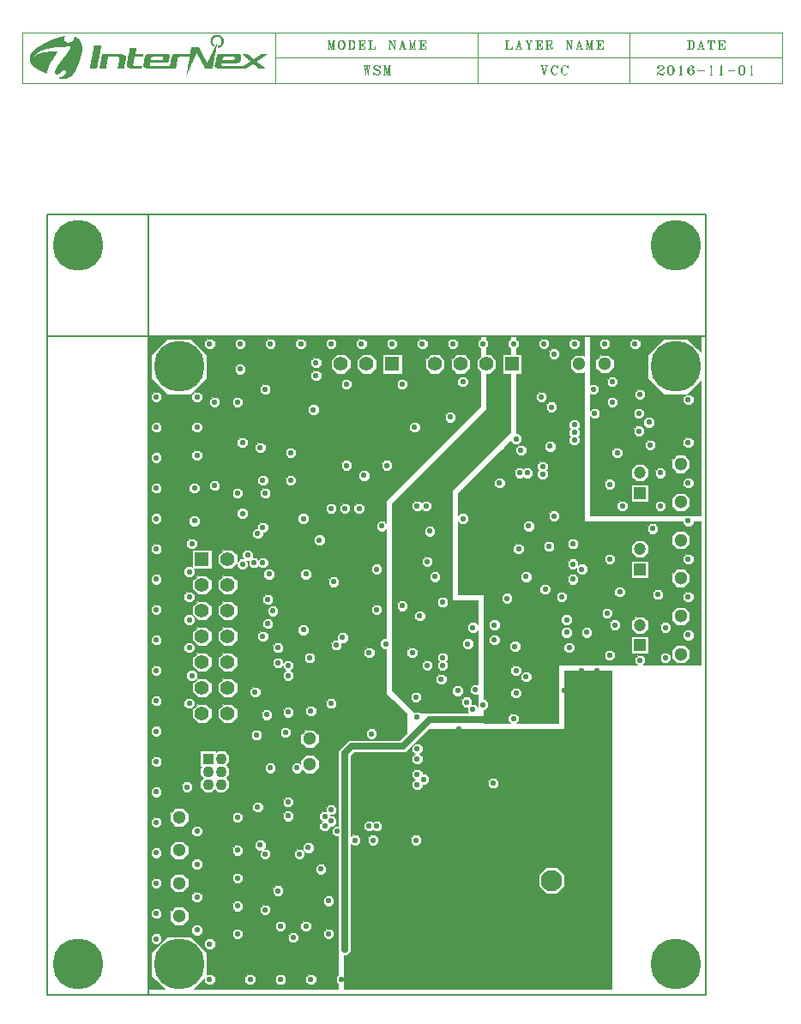
<source format=gbr>
%MOMM*%
%FSLAX33Y33*%
%ADD10C,0.200000*%
%ADD15C,0.100000*%
%ADD18C,1.400000*%
%ADD71R,1.200000X1.200000*%
%ADD20C,1.200000*%
%ADD138C,1.300000*%
%ADD146C,0.700000*%
%ADD148C,0.550000*%
%ADD149C,5.000000*%
%ADD150R,1.100000X1.100000*%
%ADD151C,1.100000*%
%ADD152R,1.400000X1.400000*%
%ADD153C,2.100000*%
G90*G71*G01*D02*G54D10*X000000Y000000D02*X065000Y000000D01*X065000Y077000D01*
X000000Y077000D01*X000000Y000000D01*X065000Y065000D02*X010000Y065000D01*
X010000Y000000D01*X010000Y065000D02*X010000Y077000D01*X010000Y065000D02*
X000000Y065000D01*D02*G54D15*X010050Y000550D02*X011561Y000550D01*
X011561Y000550D02*X010250Y001861D01*X010250Y001861D02*X010250Y004139D01*
X010250Y004139D02*X011861Y005750D01*X011861Y005750D02*X014139Y005750D01*
X014139Y005750D02*X015750Y004139D01*X015750Y004139D02*X015750Y001993D01*
X015750Y001993D02*X015783Y002025D01*X015783Y002025D02*X016218Y002025D01*
X016218Y002025D02*X016525Y001718D01*X016525Y001718D02*X016525Y001283D01*
X016525Y001283D02*X016218Y000975D01*X016218Y000975D02*X015783Y000975D01*
X015783Y000975D02*X015475Y001283D01*X015475Y001283D02*X015475Y001586D01*
X015475Y001586D02*X014439Y000550D01*X014439Y000550D02*X028700Y000550D01*
X028700Y000550D02*X028700Y001057D01*X028700Y001057D02*X028475Y001283D01*
X028475Y001283D02*X028475Y001718D01*X028475Y001718D02*X028700Y001943D01*
X028700Y001943D02*X028700Y015600D01*X028700Y015600D02*X028408Y015600D01*
X028408Y015600D02*X028100Y015908D01*X028100Y015908D02*X028100Y016343D01*
X028100Y016343D02*X028408Y016650D01*X028408Y016650D02*X028700Y016650D01*
X028700Y016650D02*X028700Y024021D01*X028700Y024021D02*X028775Y024096D01*
X028775Y024096D02*X028775Y024124D01*X028775Y024124D02*X029751Y025100D01*
X029751Y025100D02*X034779Y025100D01*X034779Y025100D02*X035450Y025771D01*
X035450Y025771D02*X035450Y027729D01*X035450Y027729D02*X033450Y029729D01*
X033450Y029729D02*X033450Y034100D01*X033450Y034100D02*X033158Y034100D01*
X033158Y034100D02*X032850Y034408D01*X032850Y034408D02*X032850Y034843D01*
X032850Y034843D02*X033158Y035150D01*X033158Y035150D02*X033450Y035150D01*
X033450Y035150D02*X033450Y045957D01*X033450Y045957D02*X033218Y045725D01*
X033218Y045725D02*X032783Y045725D01*X032783Y045725D02*X032475Y046033D01*
X032475Y046033D02*X032475Y046468D01*X032475Y046468D02*X032783Y046775D01*
X032783Y046775D02*X033218Y046775D01*X033218Y046775D02*X033450Y046543D01*
X033450Y046543D02*X033450Y048771D01*X033450Y048771D02*X042700Y058021D01*
X042700Y058021D02*X042700Y061537D01*X042700Y061537D02*X042380Y061857D01*
X042380Y061857D02*X042380Y062644D01*X042380Y062644D02*X042700Y062964D01*
X042700Y062964D02*X042700Y063807D01*X042700Y063807D02*X042475Y064033D01*
X042475Y064033D02*X042475Y064468D01*X042475Y064468D02*X042700Y064693D01*
X042700Y064693D02*X042700Y064950D01*X042700Y064950D02*X010050Y064950D01*
X010050Y064950D02*X010050Y000550D01*X011861Y059250D02*X014139Y059250D01*
X014139Y059250D02*X015750Y060861D01*X015750Y060861D02*X015750Y063139D01*
X015750Y063139D02*X014139Y064750D01*X014139Y064750D02*X011861Y064750D01*
X011861Y064750D02*X010250Y063139D01*X010250Y063139D02*X010250Y060861D01*
X010250Y060861D02*X011861Y059250D01*X010533Y058475D02*X010968Y058475D01*
X010968Y058475D02*X011275Y058783D01*X011275Y058783D02*X011275Y059218D01*
X011275Y059218D02*X010968Y059525D01*X010968Y059525D02*X010533Y059525D01*
X010533Y059525D02*X010225Y059218D01*X010225Y059218D02*X010225Y058783D01*
X010225Y058783D02*X010533Y058475D01*X010533Y055475D02*X010968Y055475D01*
X010968Y055475D02*X011275Y055783D01*X011275Y055783D02*X011275Y056218D01*
X011275Y056218D02*X010968Y056525D01*X010968Y056525D02*X010533Y056525D01*
X010533Y056525D02*X010225Y056218D01*X010225Y056218D02*X010225Y055783D01*
X010225Y055783D02*X010533Y055475D01*X010533Y052475D02*X010968Y052475D01*
X010968Y052475D02*X011275Y052783D01*X011275Y052783D02*X011275Y053218D01*
X011275Y053218D02*X010968Y053525D01*X010968Y053525D02*X010533Y053525D01*
X010533Y053525D02*X010225Y053218D01*X010225Y053218D02*X010225Y052783D01*
X010225Y052783D02*X010533Y052475D01*X010533Y049475D02*X010968Y049475D01*
X010968Y049475D02*X011275Y049783D01*X011275Y049783D02*X011275Y050218D01*
X011275Y050218D02*X010968Y050525D01*X010968Y050525D02*X010533Y050525D01*
X010533Y050525D02*X010225Y050218D01*X010225Y050218D02*X010225Y049783D01*
X010225Y049783D02*X010533Y049475D01*X010533Y046475D02*X010968Y046475D01*
X010968Y046475D02*X011275Y046783D01*X011275Y046783D02*X011275Y047218D01*
X011275Y047218D02*X010968Y047525D01*X010968Y047525D02*X010533Y047525D01*
X010533Y047525D02*X010225Y047218D01*X010225Y047218D02*X010225Y046783D01*
X010225Y046783D02*X010533Y046475D01*X010533Y043475D02*X010968Y043475D01*
X010968Y043475D02*X011275Y043783D01*X011275Y043783D02*X011275Y044218D01*
X011275Y044218D02*X010968Y044525D01*X010968Y044525D02*X010533Y044525D01*
X010533Y044525D02*X010225Y044218D01*X010225Y044218D02*X010225Y043783D01*
X010225Y043783D02*X010533Y043475D01*X010533Y040475D02*X010968Y040475D01*
X010968Y040475D02*X011275Y040783D01*X011275Y040783D02*X011275Y041218D01*
X011275Y041218D02*X010968Y041525D01*X010968Y041525D02*X010533Y041525D01*
X010533Y041525D02*X010225Y041218D01*X010225Y041218D02*X010225Y040783D01*
X010225Y040783D02*X010533Y040475D01*X010533Y037475D02*X010968Y037475D01*
X010968Y037475D02*X011275Y037783D01*X011275Y037783D02*X011275Y038218D01*
X011275Y038218D02*X010968Y038525D01*X010968Y038525D02*X010533Y038525D01*
X010533Y038525D02*X010225Y038218D01*X010225Y038218D02*X010225Y037783D01*
X010225Y037783D02*X010533Y037475D01*X010533Y034475D02*X010968Y034475D01*
X010968Y034475D02*X011275Y034783D01*X011275Y034783D02*X011275Y035218D01*
X011275Y035218D02*X010968Y035525D01*X010968Y035525D02*X010533Y035525D01*
X010533Y035525D02*X010225Y035218D01*X010225Y035218D02*X010225Y034783D01*
X010225Y034783D02*X010533Y034475D01*X010533Y031475D02*X010968Y031475D01*
X010968Y031475D02*X011275Y031783D01*X011275Y031783D02*X011275Y032218D01*
X011275Y032218D02*X010968Y032525D01*X010968Y032525D02*X010533Y032525D01*
X010533Y032525D02*X010225Y032218D01*X010225Y032218D02*X010225Y031783D01*
X010225Y031783D02*X010533Y031475D01*X010533Y028475D02*X010968Y028475D01*
X010968Y028475D02*X011275Y028783D01*X011275Y028783D02*X011275Y029218D01*
X011275Y029218D02*X010968Y029525D01*X010968Y029525D02*X010533Y029525D01*
X010533Y029525D02*X010225Y029218D01*X010225Y029218D02*X010225Y028783D01*
X010225Y028783D02*X010533Y028475D01*X010533Y025475D02*X010968Y025475D01*
X010968Y025475D02*X011275Y025783D01*X011275Y025783D02*X011275Y026218D01*
X011275Y026218D02*X010968Y026525D01*X010968Y026525D02*X010533Y026525D01*
X010533Y026525D02*X010225Y026218D01*X010225Y026218D02*X010225Y025783D01*
X010225Y025783D02*X010533Y025475D01*X010533Y022475D02*X010968Y022475D01*
X010968Y022475D02*X011275Y022783D01*X011275Y022783D02*X011275Y023218D01*
X011275Y023218D02*X010968Y023525D01*X010968Y023525D02*X010533Y023525D01*
X010533Y023525D02*X010225Y023218D01*X010225Y023218D02*X010225Y022783D01*
X010225Y022783D02*X010533Y022475D01*X010533Y019475D02*X010968Y019475D01*
X010968Y019475D02*X011275Y019783D01*X011275Y019783D02*X011275Y020218D01*
X011275Y020218D02*X010968Y020525D01*X010968Y020525D02*X010533Y020525D01*
X010533Y020525D02*X010225Y020218D01*X010225Y020218D02*X010225Y019783D01*
X010225Y019783D02*X010533Y019475D01*X010533Y016475D02*X010968Y016475D01*
X010968Y016475D02*X011275Y016783D01*X011275Y016783D02*X011275Y017218D01*
X011275Y017218D02*X010968Y017525D01*X010968Y017525D02*X010533Y017525D01*
X010533Y017525D02*X010225Y017218D01*X010225Y017218D02*X010225Y016783D01*
X010225Y016783D02*X010533Y016475D01*X010533Y013475D02*X010968Y013475D01*
X010968Y013475D02*X011275Y013783D01*X011275Y013783D02*X011275Y014218D01*
X011275Y014218D02*X010968Y014525D01*X010968Y014525D02*X010533Y014525D01*
X010533Y014525D02*X010225Y014218D01*X010225Y014218D02*X010225Y013783D01*
X010225Y013783D02*X010533Y013475D01*X010533Y010475D02*X010968Y010475D01*
X010968Y010475D02*X011275Y010783D01*X011275Y010783D02*X011275Y011218D01*
X011275Y011218D02*X010968Y011525D01*X010968Y011525D02*X010533Y011525D01*
X010533Y011525D02*X010225Y011218D01*X010225Y011218D02*X010225Y010783D01*
X010225Y010783D02*X010533Y010475D01*X010533Y007475D02*X010968Y007475D01*
X010968Y007475D02*X011275Y007783D01*X011275Y007783D02*X011275Y008218D01*
X011275Y008218D02*X010968Y008525D01*X010968Y008525D02*X010533Y008525D01*
X010533Y008525D02*X010225Y008218D01*X010225Y008218D02*X010225Y007783D01*
X010225Y007783D02*X010533Y007475D01*X010533Y004975D02*X010968Y004975D01*
X010968Y004975D02*X011275Y005283D01*X011275Y005283D02*X011275Y005718D01*
X011275Y005718D02*X010968Y006025D01*X010968Y006025D02*X010533Y006025D01*
X010533Y006025D02*X010225Y005718D01*X010225Y005718D02*X010225Y005283D01*
X010225Y005283D02*X010533Y004975D01*X014533Y058475D02*X014968Y058475D01*
X014968Y058475D02*X015275Y058783D01*X015275Y058783D02*X015275Y059218D01*
X015275Y059218D02*X014968Y059525D01*X014968Y059525D02*X014533Y059525D01*
X014533Y059525D02*X014225Y059218D01*X014225Y059218D02*X014225Y058783D01*
X014225Y058783D02*X014533Y058475D01*X014533Y055475D02*X014968Y055475D01*
X014968Y055475D02*X015275Y055783D01*X015275Y055783D02*X015275Y056218D01*
X015275Y056218D02*X014968Y056525D01*X014968Y056525D02*X014533Y056525D01*
X014533Y056525D02*X014225Y056218D01*X014225Y056218D02*X014225Y055783D01*
X014225Y055783D02*X014533Y055475D01*X014533Y052725D02*X014968Y052725D01*
X014968Y052725D02*X015275Y053033D01*X015275Y053033D02*X015275Y053468D01*
X015275Y053468D02*X014968Y053775D01*X014968Y053775D02*X014533Y053775D01*
X014533Y053775D02*X014225Y053468D01*X014225Y053468D02*X014225Y053033D01*
X014225Y053033D02*X014533Y052725D01*X014283Y049475D02*X014718Y049475D01*
X014718Y049475D02*X015025Y049783D01*X015025Y049783D02*X015025Y050218D01*
X015025Y050218D02*X014718Y050525D01*X014718Y050525D02*X014283Y050525D01*
X014283Y050525D02*X013975Y050218D01*X013975Y050218D02*X013975Y049783D01*
X013975Y049783D02*X014283Y049475D01*X014283Y046225D02*X014718Y046225D01*
X014718Y046225D02*X015025Y046533D01*X015025Y046533D02*X015025Y046968D01*
X015025Y046968D02*X014718Y047275D01*X014718Y047275D02*X014283Y047275D01*
X014283Y047275D02*X013975Y046968D01*X013975Y046968D02*X013975Y046533D01*
X013975Y046533D02*X014283Y046225D01*X014033Y043975D02*X014468Y043975D01*
X014468Y043975D02*X014775Y044283D01*X014775Y044283D02*X014775Y044718D01*
X014775Y044718D02*X014468Y045025D01*X014468Y045025D02*X014033Y045025D01*
X014033Y045025D02*X013725Y044718D01*X013725Y044718D02*X013725Y044283D01*
X013725Y044283D02*X014033Y043975D01*X015783Y063725D02*X016218Y063725D01*
X016218Y063725D02*X016525Y064033D01*X016525Y064033D02*X016525Y064468D01*
X016525Y064468D02*X016218Y064775D01*X016218Y064775D02*X015783Y064775D01*
X015783Y064775D02*X015475Y064468D01*X015475Y064468D02*X015475Y064033D01*
X015475Y064033D02*X015783Y063725D01*X016282Y057975D02*X016718Y057975D01*
X016718Y057975D02*X017025Y058283D01*X017025Y058283D02*X017025Y058718D01*
X017025Y058718D02*X016718Y059025D01*X016718Y059025D02*X016282Y059025D01*
X016282Y059025D02*X015975Y058718D01*X015975Y058718D02*X015975Y058283D01*
X015975Y058283D02*X016282Y057975D01*X016282Y049725D02*X016718Y049725D01*
X016718Y049725D02*X017025Y050033D01*X017025Y050033D02*X017025Y050468D01*
X017025Y050468D02*X016718Y050775D01*X016718Y050775D02*X016282Y050775D01*
X016282Y050775D02*X015975Y050468D01*X015975Y050468D02*X015975Y050033D01*
X015975Y050033D02*X016282Y049725D01*X013783Y041225D02*X014218Y041225D01*
X014218Y041225D02*X014525Y041533D01*X014525Y041533D02*X014525Y041968D01*
X014525Y041968D02*X014443Y042050D01*X014443Y042050D02*X016200Y042050D01*
X016200Y042050D02*X016200Y043950D01*X016200Y043950D02*X014300Y043950D01*
X014300Y043950D02*X014300Y042193D01*X014300Y042193D02*X014218Y042275D01*
X014218Y042275D02*X013783Y042275D01*X013783Y042275D02*X013475Y041968D01*
X013475Y041968D02*X013475Y041533D01*X013475Y041533D02*X013783Y041225D01*
X013783Y038725D02*X014218Y038725D01*X014218Y038725D02*X014525Y039033D01*
X014525Y039033D02*X014525Y039468D01*X014525Y039468D02*X014218Y039775D01*
X014218Y039775D02*X013783Y039775D01*X013783Y039775D02*X013475Y039468D01*
X013475Y039468D02*X013475Y039033D01*X013475Y039033D02*X013783Y038725D01*
X013783Y036475D02*X014218Y036475D01*X014218Y036475D02*X014525Y036783D01*
X014525Y036783D02*X014525Y037218D01*X014525Y037218D02*X014218Y037525D01*
X014218Y037525D02*X013783Y037525D01*X013783Y037525D02*X013475Y037218D01*
X013475Y037218D02*X013475Y036783D01*X013475Y036783D02*X013783Y036475D01*
X013783Y033725D02*X014218Y033725D01*X014218Y033725D02*X014525Y034033D01*
X014525Y034033D02*X014525Y034468D01*X014525Y034468D02*X014218Y034775D01*
X014218Y034775D02*X013783Y034775D01*X013783Y034775D02*X013475Y034468D01*
X013475Y034468D02*X013475Y034033D01*X013475Y034033D02*X013783Y033725D01*
X014857Y039510D02*X015644Y039510D01*X015644Y039510D02*X016200Y040067D01*
X016200Y040067D02*X016200Y040854D01*X016200Y040854D02*X015644Y041410D01*
X015644Y041410D02*X014857Y041410D01*X014857Y041410D02*X014300Y040854D01*
X014300Y040854D02*X014300Y040067D01*X014300Y040067D02*X014857Y039510D01*
X014857Y036970D02*X015644Y036970D01*X015644Y036970D02*X016200Y037527D01*
X016200Y037527D02*X016200Y038314D01*X016200Y038314D02*X015644Y038870D01*
X015644Y038870D02*X014857Y038870D01*X014857Y038870D02*X014300Y038314D01*
X014300Y038314D02*X014300Y037527D01*X014300Y037527D02*X014857Y036970D01*
X014857Y034430D02*X015644Y034430D01*X015644Y034430D02*X016200Y034987D01*
X016200Y034987D02*X016200Y035774D01*X016200Y035774D02*X015644Y036330D01*
X015644Y036330D02*X014857Y036330D01*X014857Y036330D02*X014300Y035774D01*
X014300Y035774D02*X014300Y034987D01*X014300Y034987D02*X014857Y034430D01*
X014857Y031890D02*X015644Y031890D01*X015644Y031890D02*X016200Y032447D01*
X016200Y032447D02*X016200Y033234D01*X016200Y033234D02*X015644Y033790D01*
X015644Y033790D02*X014857Y033790D01*X014857Y033790D02*X014300Y033234D01*
X014300Y033234D02*X014300Y032447D01*X014300Y032447D02*X014857Y031890D01*
X014033Y030975D02*X014468Y030975D01*X014468Y030975D02*X014775Y031283D01*
X014775Y031283D02*X014775Y031718D01*X014775Y031718D02*X014468Y032025D01*
X014468Y032025D02*X014033Y032025D01*X014033Y032025D02*X013725Y031718D01*
X013725Y031718D02*X013725Y031283D01*X013725Y031283D02*X014033Y030975D01*
X013783Y028225D02*X014218Y028225D01*X014218Y028225D02*X014525Y028533D01*
X014525Y028533D02*X014525Y028968D01*X014525Y028968D02*X014218Y029275D01*
X014218Y029275D02*X013783Y029275D01*X013783Y029275D02*X013475Y028968D01*
X013475Y028968D02*X013475Y028533D01*X013475Y028533D02*X013783Y028225D01*
X013533Y019975D02*X013968Y019975D01*X013968Y019975D02*X014275Y020283D01*
X014275Y020283D02*X014275Y020718D01*X014275Y020718D02*X013968Y021025D01*
X013968Y021025D02*X013533Y021025D01*X013533Y021025D02*X013225Y020718D01*
X013225Y020718D02*X013225Y020283D01*X013225Y020283D02*X013533Y019975D01*
X012627Y016600D02*X013373Y016600D01*X013373Y016600D02*X013900Y017127D01*
X013900Y017127D02*X013900Y017873D01*X013900Y017873D02*X013373Y018400D01*
X013373Y018400D02*X012627Y018400D01*X012627Y018400D02*X012100Y017873D01*
X012100Y017873D02*X012100Y017127D01*X012100Y017127D02*X012627Y016600D01*
X012627Y013350D02*X013373Y013350D01*X013373Y013350D02*X013900Y013877D01*
X013900Y013877D02*X013900Y014623D01*X013900Y014623D02*X013373Y015150D01*
X013373Y015150D02*X012627Y015150D01*X012627Y015150D02*X012100Y014623D01*
X012100Y014623D02*X012100Y013877D01*X012100Y013877D02*X012627Y013350D01*
X012627Y010100D02*X013373Y010100D01*X013373Y010100D02*X013900Y010627D01*
X013900Y010627D02*X013900Y011373D01*X013900Y011373D02*X013373Y011900D01*
X013373Y011900D02*X012627Y011900D01*X012627Y011900D02*X012100Y011373D01*
X012100Y011373D02*X012100Y010627D01*X012100Y010627D02*X012627Y010100D01*
X012627Y006850D02*X013373Y006850D01*X013373Y006850D02*X013900Y007377D01*
X013900Y007377D02*X013900Y008123D01*X013900Y008123D02*X013373Y008650D01*
X013373Y008650D02*X012627Y008650D01*X012627Y008650D02*X012100Y008123D01*
X012100Y008123D02*X012100Y007377D01*X012100Y007377D02*X012627Y006850D01*
X014857Y029350D02*X015644Y029350D01*X015644Y029350D02*X016200Y029907D01*
X016200Y029907D02*X016200Y030694D01*X016200Y030694D02*X015644Y031250D01*
X015644Y031250D02*X014857Y031250D01*X014857Y031250D02*X014300Y030694D01*
X014300Y030694D02*X014300Y029907D01*X014300Y029907D02*X014857Y029350D01*
X014857Y026810D02*X015644Y026810D01*X015644Y026810D02*X016200Y027367D01*
X016200Y027367D02*X016200Y028154D01*X016200Y028154D02*X015644Y028710D01*
X015644Y028710D02*X014857Y028710D01*X014857Y028710D02*X014300Y028154D01*
X014300Y028154D02*X014300Y027367D01*X014300Y027367D02*X014857Y026810D01*
X014533Y015600D02*X014968Y015600D01*X014968Y015600D02*X015275Y015908D01*
X015275Y015908D02*X015275Y016343D01*X015275Y016343D02*X014968Y016650D01*
X014968Y016650D02*X014533Y016650D01*X014533Y016650D02*X014225Y016343D01*
X014225Y016343D02*X014225Y015908D01*X014225Y015908D02*X014533Y015600D01*
X014533Y012350D02*X014968Y012350D01*X014968Y012350D02*X015275Y012658D01*
X015275Y012658D02*X015275Y013093D01*X015275Y013093D02*X014968Y013400D01*
X014968Y013400D02*X014533Y013400D01*X014533Y013400D02*X014225Y013093D01*
X014225Y013093D02*X014225Y012658D01*X014225Y012658D02*X014533Y012350D01*
X014533Y009100D02*X014968Y009100D01*X014968Y009100D02*X015275Y009408D01*
X015275Y009408D02*X015275Y009843D01*X015275Y009843D02*X014968Y010150D01*
X014968Y010150D02*X014533Y010150D01*X014533Y010150D02*X014225Y009843D01*
X014225Y009843D02*X014225Y009408D01*X014225Y009408D02*X014533Y009100D01*
X014533Y005850D02*X014968Y005850D01*X014968Y005850D02*X015275Y006158D01*
X015275Y006158D02*X015275Y006593D01*X015275Y006593D02*X014968Y006900D01*
X014968Y006900D02*X014533Y006900D01*X014533Y006900D02*X014225Y006593D01*
X014225Y006593D02*X014225Y006158D01*X014225Y006158D02*X014533Y005850D01*
X017397Y042050D02*X018184Y042050D01*X018184Y042050D02*X018725Y042591D01*
X018725Y042591D02*X018725Y042283D01*X018725Y042283D02*X019033Y041975D01*
X019033Y041975D02*X019468Y041975D01*X019468Y041975D02*X019775Y042283D01*
X019775Y042283D02*X019775Y042718D01*X019775Y042718D02*X019643Y042850D01*
X019643Y042850D02*X019857Y042850D01*X019857Y042850D02*X019850Y042843D01*
X019850Y042843D02*X019850Y042408D01*X019850Y042408D02*X020158Y042100D01*
X020158Y042100D02*X020593Y042100D01*X020593Y042100D02*X020813Y042320D01*
X020813Y042320D02*X021033Y042100D01*X021033Y042100D02*X021468Y042100D01*
X021468Y042100D02*X021775Y042408D01*X021775Y042408D02*X021775Y042843D01*
X021775Y042843D02*X021468Y043150D01*X021468Y043150D02*X021033Y043150D01*
X021033Y043150D02*X020813Y042930D01*X020813Y042930D02*X020593Y043150D01*
X020593Y043150D02*X020268Y043150D01*X020268Y043150D02*X020275Y043158D01*
X020275Y043158D02*X020275Y043593D01*X020275Y043593D02*X019968Y043900D01*
X019968Y043900D02*X019533Y043900D01*X019533Y043900D02*X019225Y043593D01*
X019225Y043593D02*X019225Y043158D01*X019225Y043158D02*X019357Y043025D01*
X019357Y043025D02*X019033Y043025D01*X019033Y043025D02*X018740Y042733D01*
X018740Y042733D02*X018740Y043394D01*X018740Y043394D02*X018184Y043950D01*
X018184Y043950D02*X017397Y043950D01*X017397Y043950D02*X016840Y043394D01*
X016840Y043394D02*X016840Y042607D01*X016840Y042607D02*X017397Y042050D01*
X017397Y039510D02*X018184Y039510D01*X018184Y039510D02*X018740Y040067D01*
X018740Y040067D02*X018740Y040854D01*X018740Y040854D02*X018184Y041410D01*
X018184Y041410D02*X017397Y041410D01*X017397Y041410D02*X016840Y040854D01*
X016840Y040854D02*X016840Y040067D01*X016840Y040067D02*X017397Y039510D01*
X017397Y036970D02*X018184Y036970D01*X018184Y036970D02*X018740Y037527D01*
X018740Y037527D02*X018740Y038314D01*X018740Y038314D02*X018184Y038870D01*
X018184Y038870D02*X017397Y038870D01*X017397Y038870D02*X016840Y038314D01*
X016840Y038314D02*X016840Y037527D01*X016840Y037527D02*X017397Y036970D01*
X017397Y034430D02*X018184Y034430D01*X018184Y034430D02*X018740Y034987D01*
X018740Y034987D02*X018740Y035774D01*X018740Y035774D02*X018184Y036330D01*
X018184Y036330D02*X017397Y036330D01*X017397Y036330D02*X016840Y035774D01*
X016840Y035774D02*X016840Y034987D01*X016840Y034987D02*X017397Y034430D01*
X017397Y031890D02*X018184Y031890D01*X018184Y031890D02*X018740Y032447D01*
X018740Y032447D02*X018740Y033234D01*X018740Y033234D02*X018184Y033790D01*
X018184Y033790D02*X017397Y033790D01*X017397Y033790D02*X016840Y033234D01*
X016840Y033234D02*X016840Y032447D01*X016840Y032447D02*X017397Y031890D01*
X017397Y029350D02*X018184Y029350D01*X018184Y029350D02*X018740Y029907D01*
X018740Y029907D02*X018740Y030694D01*X018740Y030694D02*X018184Y031250D01*
X018184Y031250D02*X017397Y031250D01*X017397Y031250D02*X016840Y030694D01*
X016840Y030694D02*X016840Y029907D01*X016840Y029907D02*X017397Y029350D01*
X017397Y026810D02*X018184Y026810D01*X018184Y026810D02*X018740Y027367D01*
X018740Y027367D02*X018740Y028154D01*X018740Y028154D02*X018184Y028710D01*
X018184Y028710D02*X017397Y028710D01*X017397Y028710D02*X016840Y028154D01*
X016840Y028154D02*X016840Y027367D01*X016840Y027367D02*X017397Y026810D01*
X015534Y019950D02*X016196Y019950D01*X016196Y019950D02*X016500Y020254D01*
X016500Y020254D02*X016804Y019950D01*X016804Y019950D02*X017466Y019950D01*
X017466Y019950D02*X017935Y020419D01*X017935Y020419D02*X017935Y021081D01*
X017935Y021081D02*X017631Y021385D01*X017631Y021385D02*X017935Y021689D01*
X017935Y021689D02*X017935Y022351D01*X017935Y022351D02*X017631Y022655D01*
X017631Y022655D02*X017935Y022959D01*X017935Y022959D02*X017935Y023621D01*
X017935Y023621D02*X017466Y024090D01*X017466Y024090D02*X016804Y024090D01*
X016804Y024090D02*X016665Y023951D01*X016665Y023951D02*X016665Y024090D01*
X016665Y024090D02*X015065Y024090D01*X015065Y024090D02*X015065Y022490D01*
X015065Y022490D02*X015204Y022490D01*X015204Y022490D02*X015065Y022351D01*
X015065Y022351D02*X015065Y021689D01*X015065Y021689D02*X015369Y021385D01*
X015369Y021385D02*X015065Y021081D01*X015065Y021081D02*X015065Y020419D01*
X015065Y020419D02*X015534Y019950D01*X015783Y004475D02*X016218Y004475D01*
X016218Y004475D02*X016525Y004783D01*X016525Y004783D02*X016525Y005218D01*
X016525Y005218D02*X016218Y005525D01*X016218Y005525D02*X015783Y005525D01*
X015783Y005525D02*X015475Y005218D01*X015475Y005218D02*X015475Y004783D01*
X015475Y004783D02*X015783Y004475D01*X018533Y016975D02*X018968Y016975D01*
X018968Y016975D02*X019275Y017283D01*X019275Y017283D02*X019275Y017718D01*
X019275Y017718D02*X018968Y018025D01*X018968Y018025D02*X018533Y018025D01*
X018533Y018025D02*X018225Y017718D01*X018225Y017718D02*X018225Y017283D01*
X018225Y017283D02*X018533Y016975D01*X018533Y013725D02*X018968Y013725D01*
X018968Y013725D02*X019275Y014033D01*X019275Y014033D02*X019275Y014468D01*
X019275Y014468D02*X018968Y014775D01*X018968Y014775D02*X018533Y014775D01*
X018533Y014775D02*X018225Y014468D01*X018225Y014468D02*X018225Y014033D01*
X018225Y014033D02*X018533Y013725D01*X018533Y010975D02*X018968Y010975D01*
X018968Y010975D02*X019275Y011283D01*X019275Y011283D02*X019275Y011718D01*
X019275Y011718D02*X018968Y012025D01*X018968Y012025D02*X018533Y012025D01*
X018533Y012025D02*X018225Y011718D01*X018225Y011718D02*X018225Y011283D01*
X018225Y011283D02*X018533Y010975D01*X018533Y008225D02*X018968Y008225D01*
X018968Y008225D02*X019275Y008533D01*X019275Y008533D02*X019275Y008968D01*
X019275Y008968D02*X018968Y009275D01*X018968Y009275D02*X018533Y009275D01*
X018533Y009275D02*X018225Y008968D01*X018225Y008968D02*X018225Y008533D01*
X018225Y008533D02*X018533Y008225D01*X018533Y005475D02*X018968Y005475D01*
X018968Y005475D02*X019275Y005783D01*X019275Y005783D02*X019275Y006218D01*
X019275Y006218D02*X018968Y006525D01*X018968Y006525D02*X018533Y006525D01*
X018533Y006525D02*X018225Y006218D01*X018225Y006218D02*X018225Y005783D01*
X018225Y005783D02*X018533Y005475D01*X020283Y029350D02*X020718Y029350D01*
X020718Y029350D02*X021025Y029658D01*X021025Y029658D02*X021025Y030093D01*
X021025Y030093D02*X020718Y030400D01*X020718Y030400D02*X020283Y030400D01*
X020283Y030400D02*X019975Y030093D01*X019975Y030093D02*X019975Y029658D01*
X019975Y029658D02*X020283Y029350D01*X020408Y025100D02*X020843Y025100D01*
X020843Y025100D02*X021150Y025408D01*X021150Y025408D02*X021150Y025843D01*
X021150Y025843D02*X020843Y026150D01*X020843Y026150D02*X020408Y026150D01*
X020408Y026150D02*X020100Y025843D01*X020100Y025843D02*X020100Y025408D01*
X020100Y025408D02*X020408Y025100D01*X019783Y000975D02*X020218Y000975D01*
X020218Y000975D02*X020525Y001283D01*X020525Y001283D02*X020525Y001718D01*
X020525Y001718D02*X020218Y002025D01*X020218Y002025D02*X019783Y002025D01*
X019783Y002025D02*X019475Y001718D01*X019475Y001718D02*X019475Y001283D01*
X019475Y001283D02*X019783Y000975D01*X020533Y017975D02*X020968Y017975D01*
X020968Y017975D02*X021275Y018283D01*X021275Y018283D02*X021275Y018718D01*
X021275Y018718D02*X020968Y019025D01*X020968Y019025D02*X020533Y019025D01*
X020533Y019025D02*X020225Y018718D01*X020225Y018718D02*X020225Y018283D01*
X020225Y018283D02*X020533Y017975D01*X020783Y014225D02*X021107Y014225D01*
X021107Y014225D02*X020975Y014093D01*X020975Y014093D02*X020975Y013658D01*
X020975Y013658D02*X021283Y013350D01*X021283Y013350D02*X021718Y013350D01*
X021718Y013350D02*X022025Y013658D01*X022025Y013658D02*X022025Y014093D01*
X022025Y014093D02*X021718Y014400D01*X021718Y014400D02*X021393Y014400D01*
X021393Y014400D02*X021525Y014533D01*X021525Y014533D02*X021525Y014968D01*
X021525Y014968D02*X021218Y015275D01*X021218Y015275D02*X020783Y015275D01*
X020783Y015275D02*X020475Y014968D01*X020475Y014968D02*X020475Y014533D01*
X020475Y014533D02*X020783Y014225D01*X021283Y007850D02*X021718Y007850D01*
X021718Y007850D02*X022025Y008158D01*X022025Y008158D02*X022025Y008593D01*
X022025Y008593D02*X021718Y008900D01*X021718Y008900D02*X021283Y008900D01*
X021283Y008900D02*X020975Y008593D01*X020975Y008593D02*X020975Y008158D01*
X020975Y008158D02*X021283Y007850D01*X018783Y063725D02*X019218Y063725D01*
X019218Y063725D02*X019525Y064033D01*X019525Y064033D02*X019525Y064468D01*
X019525Y064468D02*X019218Y064775D01*X019218Y064775D02*X018783Y064775D01*
X018783Y064775D02*X018475Y064468D01*X018475Y064468D02*X018475Y064033D01*
X018475Y064033D02*X018783Y063725D01*X018783Y061225D02*X019218Y061225D01*
X019218Y061225D02*X019525Y061533D01*X019525Y061533D02*X019525Y061968D01*
X019525Y061968D02*X019218Y062275D01*X019218Y062275D02*X018783Y062275D01*
X018783Y062275D02*X018475Y061968D01*X018475Y061968D02*X018475Y061533D01*
X018475Y061533D02*X018783Y061225D01*X018533Y057975D02*X018968Y057975D01*
X018968Y057975D02*X019275Y058283D01*X019275Y058283D02*X019275Y058718D01*
X019275Y058718D02*X018968Y059025D01*X018968Y059025D02*X018533Y059025D01*
X018533Y059025D02*X018225Y058718D01*X018225Y058718D02*X018225Y058283D01*
X018225Y058283D02*X018533Y057975D01*X019033Y053975D02*X019468Y053975D01*
X019468Y053975D02*X019775Y054283D01*X019775Y054283D02*X019775Y054718D01*
X019775Y054718D02*X019468Y055025D01*X019468Y055025D02*X019033Y055025D01*
X019033Y055025D02*X018725Y054718D01*X018725Y054718D02*X018725Y054283D01*
X018725Y054283D02*X019033Y053975D01*X018533Y048975D02*X018968Y048975D01*
X018968Y048975D02*X019275Y049283D01*X019275Y049283D02*X019275Y049718D01*
X019275Y049718D02*X018968Y050025D01*X018968Y050025D02*X018533Y050025D01*
X018533Y050025D02*X018225Y049718D01*X018225Y049718D02*X018225Y049283D01*
X018225Y049283D02*X018533Y048975D01*X019033Y046975D02*X019468Y046975D01*
X019468Y046975D02*X019775Y047283D01*X019775Y047283D02*X019775Y047718D01*
X019775Y047718D02*X019468Y048025D01*X019468Y048025D02*X019033Y048025D01*
X019033Y048025D02*X018725Y047718D01*X018725Y047718D02*X018725Y047283D01*
X018725Y047283D02*X019033Y046975D01*X021783Y063725D02*X022218Y063725D01*
X022218Y063725D02*X022525Y064033D01*X022525Y064033D02*X022525Y064468D01*
X022525Y064468D02*X022218Y064775D01*X022218Y064775D02*X021783Y064775D01*
X021783Y064775D02*X021475Y064468D01*X021475Y064468D02*X021475Y064033D01*
X021475Y064033D02*X021783Y063725D01*X021283Y059225D02*X021718Y059225D01*
X021718Y059225D02*X022025Y059533D01*X022025Y059533D02*X022025Y059968D01*
X022025Y059968D02*X021718Y060275D01*X021718Y060275D02*X021283Y060275D01*
X021283Y060275D02*X020975Y059968D01*X020975Y059968D02*X020975Y059533D01*
X020975Y059533D02*X021283Y059225D01*X020783Y053475D02*X021218Y053475D01*
X021218Y053475D02*X021525Y053783D01*X021525Y053783D02*X021525Y054218D01*
X021525Y054218D02*X021218Y054525D01*X021218Y054525D02*X020783Y054525D01*
X020783Y054525D02*X020475Y054218D01*X020475Y054218D02*X020475Y053783D01*
X020475Y053783D02*X020783Y053475D01*X021033Y050225D02*X021468Y050225D01*
X021468Y050225D02*X021775Y050533D01*X021775Y050533D02*X021775Y050968D01*
X021775Y050968D02*X021468Y051275D01*X021468Y051275D02*X021033Y051275D01*
X021033Y051275D02*X020725Y050968D01*X020725Y050968D02*X020725Y050533D01*
X020725Y050533D02*X021033Y050225D01*X021283Y048975D02*X021718Y048975D01*
X021718Y048975D02*X022025Y049283D01*X022025Y049283D02*X022025Y049718D01*
X022025Y049718D02*X021718Y050025D01*X021718Y050025D02*X021283Y050025D01*
X021283Y050025D02*X020975Y049718D01*X020975Y049718D02*X020975Y049283D01*
X020975Y049283D02*X021283Y048975D01*X020533Y044975D02*X020968Y044975D01*
X020968Y044975D02*X021275Y045283D01*X021275Y045283D02*X021275Y045600D01*
X021275Y045600D02*X021468Y045600D01*X021468Y045600D02*X021775Y045908D01*
X021775Y045908D02*X021775Y046343D01*X021775Y046343D02*X021468Y046650D01*
X021468Y046650D02*X021033Y046650D01*X021033Y046650D02*X020725Y046343D01*
X020725Y046343D02*X020725Y046025D01*X020725Y046025D02*X020533Y046025D01*
X020533Y046025D02*X020225Y045718D01*X020225Y045718D02*X020225Y045283D01*
X020225Y045283D02*X020533Y044975D01*X021658Y040975D02*X022093Y040975D01*
X022093Y040975D02*X022400Y041283D01*X022400Y041283D02*X022400Y041718D01*
X022400Y041718D02*X022093Y042025D01*X022093Y042025D02*X021658Y042025D01*
X021658Y042025D02*X021350Y041718D01*X021350Y041718D02*X021350Y041283D01*
X021350Y041283D02*X021658Y040975D01*X021533Y038475D02*X021968Y038475D01*
X021968Y038475D02*X022275Y038783D01*X022275Y038783D02*X022275Y039218D01*
X022275Y039218D02*X021968Y039525D01*X021968Y039525D02*X021533Y039525D01*
X021533Y039525D02*X021225Y039218D01*X021225Y039218D02*X021225Y038783D01*
X021225Y038783D02*X021533Y038475D01*X022033Y037350D02*X022468Y037350D01*
X022468Y037350D02*X022775Y037658D01*X022775Y037658D02*X022775Y038093D01*
X022775Y038093D02*X022468Y038400D01*X022468Y038400D02*X022033Y038400D01*
X022033Y038400D02*X021725Y038093D01*X021725Y038093D02*X021725Y037658D01*
X021725Y037658D02*X022033Y037350D01*X021533Y036100D02*X021968Y036100D01*
X021968Y036100D02*X022275Y036408D01*X022275Y036408D02*X022275Y036843D01*
X022275Y036843D02*X021968Y037150D01*X021968Y037150D02*X021533Y037150D01*
X021533Y037150D02*X021225Y036843D01*X021225Y036843D02*X021225Y036408D01*
X021225Y036408D02*X021533Y036100D01*X021033Y034850D02*X021468Y034850D01*
X021468Y034850D02*X021775Y035158D01*X021775Y035158D02*X021775Y035593D01*
X021775Y035593D02*X021468Y035900D01*X021468Y035900D02*X021033Y035900D01*
X021033Y035900D02*X020725Y035593D01*X020725Y035593D02*X020725Y035158D01*
X020725Y035158D02*X021033Y034850D01*X021408Y027100D02*X021843Y027100D01*
X021843Y027100D02*X022150Y027408D01*X022150Y027408D02*X022150Y027843D01*
X022150Y027843D02*X021843Y028150D01*X021843Y028150D02*X021408Y028150D01*
X021408Y028150D02*X021100Y027843D01*X021100Y027843D02*X021100Y027408D01*
X021100Y027408D02*X021408Y027100D01*X021783Y021850D02*X022218Y021850D01*
X022218Y021850D02*X022525Y022158D01*X022525Y022158D02*X022525Y022593D01*
X022525Y022593D02*X022218Y022900D01*X022218Y022900D02*X021783Y022900D01*
X021783Y022900D02*X021475Y022593D01*X021475Y022593D02*X021475Y022158D01*
X021475Y022158D02*X021783Y021850D01*X022533Y033725D02*X022968Y033725D01*
X022968Y033725D02*X023275Y034033D01*X023275Y034033D02*X023275Y034468D01*
X023275Y034468D02*X022968Y034775D01*X022968Y034775D02*X022533Y034775D01*
X022533Y034775D02*X022225Y034468D01*X022225Y034468D02*X022225Y034033D01*
X022225Y034033D02*X022533Y033725D01*X022533Y032225D02*X022968Y032225D01*
X022968Y032225D02*X023225Y032482D01*X023225Y032482D02*X023225Y032283D01*
X023225Y032283D02*X023507Y032000D01*X023507Y032000D02*X023225Y031718D01*
X023225Y031718D02*X023225Y031283D01*X023225Y031283D02*X023533Y030975D01*
X023533Y030975D02*X023968Y030975D01*X023968Y030975D02*X024275Y031283D01*
X024275Y031283D02*X024275Y031718D01*X024275Y031718D02*X023993Y032000D01*
X023993Y032000D02*X024275Y032283D01*X024275Y032283D02*X024275Y032718D01*
X024275Y032718D02*X023968Y033025D01*X023968Y033025D02*X023533Y033025D01*
X023533Y033025D02*X023275Y032768D01*X023275Y032768D02*X023275Y032968D01*
X023275Y032968D02*X022968Y033275D01*X022968Y033275D02*X022533Y033275D01*
X022533Y033275D02*X022225Y032968D01*X022225Y032968D02*X022225Y032533D01*
X022225Y032533D02*X022533Y032225D01*X022533Y009725D02*X022968Y009725D01*
X022968Y009725D02*X023275Y010033D01*X023275Y010033D02*X023275Y010468D01*
X023275Y010468D02*X022968Y010775D01*X022968Y010775D02*X022533Y010775D01*
X022533Y010775D02*X022225Y010468D01*X022225Y010468D02*X022225Y010033D01*
X022225Y010033D02*X022533Y009725D01*X022783Y006225D02*X023218Y006225D01*
X023218Y006225D02*X023525Y006533D01*X023525Y006533D02*X023525Y006968D01*
X023525Y006968D02*X023218Y007275D01*X023218Y007275D02*X022783Y007275D01*
X022783Y007275D02*X022475Y006968D01*X022475Y006968D02*X022475Y006533D01*
X022475Y006533D02*X022783Y006225D01*X022783Y000975D02*X023218Y000975D01*
X023218Y000975D02*X023525Y001283D01*X023525Y001283D02*X023525Y001718D01*
X023525Y001718D02*X023218Y002025D01*X023218Y002025D02*X022783Y002025D01*
X022783Y002025D02*X022475Y001718D01*X022475Y001718D02*X022475Y001283D01*
X022475Y001283D02*X022783Y000975D01*X023533Y027350D02*X023968Y027350D01*
X023968Y027350D02*X024275Y027658D01*X024275Y027658D02*X024275Y028093D01*
X024275Y028093D02*X023968Y028400D01*X023968Y028400D02*X023533Y028400D01*
X023533Y028400D02*X023225Y028093D01*X023225Y028093D02*X023225Y027658D01*
X023225Y027658D02*X023533Y027350D01*X023283Y025350D02*X023718Y025350D01*
X023718Y025350D02*X024025Y025658D01*X024025Y025658D02*X024025Y026093D01*
X024025Y026093D02*X023718Y026400D01*X023718Y026400D02*X023283Y026400D01*
X023283Y026400D02*X022975Y026093D01*X022975Y026093D02*X022975Y025658D01*
X022975Y025658D02*X023283Y025350D01*X023533Y018475D02*X023968Y018475D01*
X023968Y018475D02*X024275Y018783D01*X024275Y018783D02*X024275Y019218D01*
X024275Y019218D02*X023968Y019525D01*X023968Y019525D02*X023533Y019525D01*
X023533Y019525D02*X023225Y019218D01*X023225Y019218D02*X023225Y018783D01*
X023225Y018783D02*X023533Y018475D01*X023533Y017100D02*X023968Y017100D01*
X023968Y017100D02*X024275Y017408D01*X024275Y017408D02*X024275Y017843D01*
X024275Y017843D02*X023968Y018150D01*X023968Y018150D02*X023533Y018150D01*
X023533Y018150D02*X023225Y017843D01*X023225Y017843D02*X023225Y017408D01*
X023225Y017408D02*X023533Y017100D01*X023783Y052975D02*X024218Y052975D01*
X024218Y052975D02*X024525Y053283D01*X024525Y053283D02*X024525Y053718D01*
X024525Y053718D02*X024218Y054025D01*X024218Y054025D02*X023783Y054025D01*
X023783Y054025D02*X023475Y053718D01*X023475Y053718D02*X023475Y053283D01*
X023475Y053283D02*X023783Y052975D01*X023783Y050225D02*X024218Y050225D01*
X024218Y050225D02*X024525Y050533D01*X024525Y050533D02*X024525Y050968D01*
X024525Y050968D02*X024218Y051275D01*X024218Y051275D02*X023783Y051275D01*
X023783Y051275D02*X023475Y050968D01*X023475Y050968D02*X023475Y050533D01*
X023475Y050533D02*X023783Y050225D01*X024783Y063725D02*X025218Y063725D01*
X025218Y063725D02*X025525Y064033D01*X025525Y064033D02*X025525Y064468D01*
X025525Y064468D02*X025218Y064775D01*X025218Y064775D02*X024783Y064775D01*
X024783Y064775D02*X024475Y064468D01*X024475Y064468D02*X024475Y064033D01*
X024475Y064033D02*X024783Y063725D01*X025033Y046475D02*X025468Y046475D01*
X025468Y046475D02*X025775Y046783D01*X025775Y046783D02*X025775Y047218D01*
X025775Y047218D02*X025468Y047525D01*X025468Y047525D02*X025033Y047525D01*
X025033Y047525D02*X024725Y047218D01*X024725Y047218D02*X024725Y046783D01*
X024725Y046783D02*X025033Y046475D01*X025283Y040975D02*X025718Y040975D01*
X025718Y040975D02*X026025Y041283D01*X026025Y041283D02*X026025Y041718D01*
X026025Y041718D02*X025718Y042025D01*X025718Y042025D02*X025283Y042025D01*
X025283Y042025D02*X024975Y041718D01*X024975Y041718D02*X024975Y041283D01*
X024975Y041283D02*X025283Y040975D01*X025033Y035475D02*X025468Y035475D01*
X025468Y035475D02*X025775Y035783D01*X025775Y035783D02*X025775Y036218D01*
X025775Y036218D02*X025468Y036525D01*X025468Y036525D02*X025033Y036525D01*
X025033Y036525D02*X024725Y036218D01*X024725Y036218D02*X024725Y035783D01*
X024725Y035783D02*X025033Y035475D01*X026283Y061860D02*X026718Y061860D01*
X026718Y061860D02*X027025Y062168D01*X027025Y062168D02*X027025Y062603D01*
X027025Y062603D02*X026718Y062910D01*X026718Y062910D02*X026283Y062910D01*
X026283Y062910D02*X025975Y062603D01*X025975Y062603D02*X025975Y062168D01*
X025975Y062168D02*X026283Y061860D01*X026283Y060590D02*X026718Y060590D01*
X026718Y060590D02*X027025Y060898D01*X027025Y060898D02*X027025Y061333D01*
X027025Y061333D02*X026718Y061640D01*X026718Y061640D02*X026283Y061640D01*
X026283Y061640D02*X025975Y061333D01*X025975Y061333D02*X025975Y060898D01*
X025975Y060898D02*X026283Y060590D01*X026033Y057225D02*X026468Y057225D01*
X026468Y057225D02*X026775Y057533D01*X026775Y057533D02*X026775Y057968D01*
X026775Y057968D02*X026468Y058275D01*X026468Y058275D02*X026033Y058275D01*
X026033Y058275D02*X025725Y057968D01*X025725Y057968D02*X025725Y057533D01*
X025725Y057533D02*X026033Y057225D01*X025658Y032725D02*X026093Y032725D01*
X026093Y032725D02*X026400Y033033D01*X026400Y033033D02*X026400Y033468D01*
X026400Y033468D02*X026093Y033775D01*X026093Y033775D02*X025658Y033775D01*
X025658Y033775D02*X025350Y033468D01*X025350Y033468D02*X025350Y033033D01*
X025350Y033033D02*X025658Y032725D01*X025783Y027475D02*X026218Y027475D01*
X026218Y027475D02*X026525Y027783D01*X026525Y027783D02*X026525Y028218D01*
X026525Y028218D02*X026218Y028525D01*X026218Y028525D02*X025783Y028525D01*
X025783Y028525D02*X025475Y028218D01*X025475Y028218D02*X025475Y027783D01*
X025475Y027783D02*X025783Y027475D01*X025502Y024350D02*X026248Y024350D01*
X026248Y024350D02*X026775Y024877D01*X026775Y024877D02*X026775Y025623D01*
X026775Y025623D02*X026248Y026150D01*X026248Y026150D02*X025502Y026150D01*
X025502Y026150D02*X024975Y025623D01*X024975Y025623D02*X024975Y024877D01*
X024975Y024877D02*X025502Y024350D01*X024408Y021850D02*X024843Y021850D01*
X024843Y021850D02*X025150Y022158D01*X025150Y022158D02*X025150Y022202D01*
X025150Y022202D02*X025502Y021850D01*X025502Y021850D02*X026248Y021850D01*
X026248Y021850D02*X026775Y022377D01*X026775Y022377D02*X026775Y023123D01*
X026775Y023123D02*X026248Y023650D01*X026248Y023650D02*X025502Y023650D01*
X025502Y023650D02*X024975Y023123D01*X024975Y023123D02*X024975Y022768D01*
X024975Y022768D02*X024843Y022900D01*X024843Y022900D02*X024408Y022900D01*
X024408Y022900D02*X024100Y022593D01*X024100Y022593D02*X024100Y022158D01*
X024100Y022158D02*X024408Y021850D01*X024658Y013350D02*X025093Y013350D01*
X025093Y013350D02*X025400Y013658D01*X025400Y013658D02*X025400Y014093D01*
X025400Y014093D02*X025093Y014400D01*X025093Y014400D02*X024658Y014400D01*
X024658Y014400D02*X024350Y014093D01*X024350Y014093D02*X024350Y013658D01*
X024350Y013658D02*X024658Y013350D01*X024033Y005100D02*X024468Y005100D01*
X024468Y005100D02*X024775Y005408D01*X024775Y005408D02*X024775Y005843D01*
X024775Y005843D02*X024468Y006150D01*X024468Y006150D02*X024033Y006150D01*
X024033Y006150D02*X023725Y005843D01*X023725Y005843D02*X023725Y005408D01*
X023725Y005408D02*X024033Y005100D01*X025533Y013975D02*X025968Y013975D01*
X025968Y013975D02*X026275Y014283D01*X026275Y014283D02*X026275Y014718D01*
X026275Y014718D02*X025968Y015025D01*X025968Y015025D02*X025533Y015025D01*
X025533Y015025D02*X025225Y014718D01*X025225Y014718D02*X025225Y014283D01*
X025225Y014283D02*X025533Y013975D01*X025283Y006225D02*X025718Y006225D01*
X025718Y006225D02*X026025Y006533D01*X026025Y006533D02*X026025Y006968D01*
X026025Y006968D02*X025718Y007275D01*X025718Y007275D02*X025283Y007275D01*
X025283Y007275D02*X024975Y006968D01*X024975Y006968D02*X024975Y006533D01*
X024975Y006533D02*X025283Y006225D01*X025783Y000975D02*X026218Y000975D01*
X026218Y000975D02*X026525Y001283D01*X026525Y001283D02*X026525Y001718D01*
X026525Y001718D02*X026218Y002025D01*X026218Y002025D02*X025783Y002025D01*
X025783Y002025D02*X025475Y001718D01*X025475Y001718D02*X025475Y001283D01*
X025475Y001283D02*X025783Y000975D01*X026628Y044350D02*X027063Y044350D01*
X027063Y044350D02*X027370Y044658D01*X027370Y044658D02*X027370Y045093D01*
X027370Y045093D02*X027063Y045400D01*X027063Y045400D02*X026628Y045400D01*
X026628Y045400D02*X026320Y045093D01*X026320Y045093D02*X026320Y044658D01*
X026320Y044658D02*X026628Y044350D01*X027783Y063725D02*X028218Y063725D01*
X028218Y063725D02*X028525Y064033D01*X028525Y064033D02*X028525Y064468D01*
X028525Y064468D02*X028218Y064775D01*X028218Y064775D02*X027783Y064775D01*
X027783Y064775D02*X027475Y064468D01*X027475Y064468D02*X027475Y064033D01*
X027475Y064033D02*X027783Y063725D01*X028567Y061300D02*X029354Y061300D01*
X029354Y061300D02*X029910Y061857D01*X029910Y061857D02*X029910Y062644D01*
X029910Y062644D02*X029354Y063200D01*X029354Y063200D02*X028567Y063200D01*
X028567Y063200D02*X028010Y062644D01*X028010Y062644D02*X028010Y061857D01*
X028010Y061857D02*X028567Y061300D01*X027783Y047475D02*X028218Y047475D01*
X028218Y047475D02*X028525Y047783D01*X028525Y047783D02*X028525Y048218D01*
X028525Y048218D02*X028218Y048525D01*X028218Y048525D02*X027783Y048525D01*
X027783Y048525D02*X027475Y048218D01*X027475Y048218D02*X027475Y047783D01*
X027475Y047783D02*X027783Y047475D01*X028033Y040225D02*X028468Y040225D01*
X028468Y040225D02*X028775Y040533D01*X028775Y040533D02*X028775Y040968D01*
X028775Y040968D02*X028468Y041275D01*X028468Y041275D02*X028033Y041275D01*
X028033Y041275D02*X027725Y040968D01*X027725Y040968D02*X027725Y040533D01*
X027725Y040533D02*X028033Y040225D01*X029283Y059725D02*X029718Y059725D01*
X029718Y059725D02*X030025Y060033D01*X030025Y060033D02*X030025Y060468D01*
X030025Y060468D02*X029718Y060775D01*X029718Y060775D02*X029283Y060775D01*
X029283Y060775D02*X028975Y060468D01*X028975Y060468D02*X028975Y060033D01*
X028975Y060033D02*X029283Y059725D01*X029283Y051725D02*X029718Y051725D01*
X029718Y051725D02*X030025Y052033D01*X030025Y052033D02*X030025Y052468D01*
X030025Y052468D02*X029718Y052775D01*X029718Y052775D02*X029283Y052775D01*
X029283Y052775D02*X028975Y052468D01*X028975Y052468D02*X028975Y052033D01*
X028975Y052033D02*X029283Y051725D01*X029158Y047475D02*X029593Y047475D01*
X029593Y047475D02*X029900Y047783D01*X029900Y047783D02*X029900Y048218D01*
X029900Y048218D02*X029593Y048525D01*X029593Y048525D02*X029158Y048525D01*
X029158Y048525D02*X028850Y048218D01*X028850Y048218D02*X028850Y047783D01*
X028850Y047783D02*X029158Y047475D01*X028283Y033975D02*X028718Y033975D01*
X028718Y033975D02*X029025Y034283D01*X029025Y034283D02*X029025Y034718D01*
X029025Y034718D02*X029018Y034725D01*X029018Y034725D02*X029343Y034725D01*
X029343Y034725D02*X029650Y035033D01*X029650Y035033D02*X029650Y035468D01*
X029650Y035468D02*X029343Y035775D01*X029343Y035775D02*X028908Y035775D01*
X028908Y035775D02*X028600Y035468D01*X028600Y035468D02*X028600Y035033D01*
X028600Y035033D02*X028607Y035025D01*X028607Y035025D02*X028283Y035025D01*
X028283Y035025D02*X027975Y034718D01*X027975Y034718D02*X027975Y034283D01*
X027975Y034283D02*X028283Y033975D01*X027783Y028225D02*X028218Y028225D01*
X028218Y028225D02*X028525Y028533D01*X028525Y028533D02*X028525Y028968D01*
X028525Y028968D02*X028218Y029275D01*X028218Y029275D02*X027783Y029275D01*
X027783Y029275D02*X027475Y028968D01*X027475Y028968D02*X027475Y028533D01*
X027475Y028533D02*X027783Y028225D01*X027158Y016100D02*X027593Y016100D01*
X027593Y016100D02*X027900Y016408D01*X027900Y016408D02*X027900Y016600D01*
X027900Y016600D02*X028218Y016600D01*X028218Y016600D02*X028525Y016908D01*
X028525Y016908D02*X028525Y017343D01*X028525Y017343D02*X028218Y017650D01*
X028218Y017650D02*X027900Y017650D01*X027900Y017650D02*X027900Y017725D01*
X027900Y017725D02*X028218Y017725D01*X028218Y017725D02*X028525Y018033D01*
X028525Y018033D02*X028525Y018468D01*X028525Y018468D02*X028218Y018775D01*
X028218Y018775D02*X027783Y018775D01*X027783Y018775D02*X027475Y018468D01*
X027475Y018468D02*X027475Y018125D01*X027475Y018125D02*X027158Y018125D01*
X027158Y018125D02*X026850Y017818D01*X026850Y017818D02*X026850Y017383D01*
X026850Y017383D02*X027120Y017113D01*X027120Y017113D02*X026850Y016843D01*
X026850Y016843D02*X026850Y016408D01*X026850Y016408D02*X027158Y016100D01*
X026783Y011850D02*X027218Y011850D01*X027218Y011850D02*X027525Y012158D01*
X027525Y012158D02*X027525Y012593D01*X027525Y012593D02*X027218Y012900D01*
X027218Y012900D02*X026783Y012900D01*X026783Y012900D02*X026475Y012593D01*
X026475Y012593D02*X026475Y012158D01*X026475Y012158D02*X026783Y011850D01*
X027533Y008725D02*X027968Y008725D01*X027968Y008725D02*X028275Y009033D01*
X028275Y009033D02*X028275Y009468D01*X028275Y009468D02*X027968Y009775D01*
X027968Y009775D02*X027533Y009775D01*X027533Y009775D02*X027225Y009468D01*
X027225Y009468D02*X027225Y009033D01*X027225Y009033D02*X027533Y008725D01*
X027533Y005475D02*X027968Y005475D01*X027968Y005475D02*X028275Y005783D01*
X028275Y005783D02*X028275Y006218D01*X028275Y006218D02*X027968Y006525D01*
X027968Y006525D02*X027533Y006525D01*X027533Y006525D02*X027225Y006218D01*
X027225Y006218D02*X027225Y005783D01*X027225Y005783D02*X027533Y005475D01*
X030783Y063725D02*X031218Y063725D01*X031218Y063725D02*X031525Y064033D01*
X031525Y064033D02*X031525Y064468D01*X031525Y064468D02*X031218Y064775D01*
X031218Y064775D02*X030783Y064775D01*X030783Y064775D02*X030475Y064468D01*
X030475Y064468D02*X030475Y064033D01*X030475Y064033D02*X030783Y063725D01*
X031107Y061300D02*X031894Y061300D01*X031894Y061300D02*X032450Y061857D01*
X032450Y061857D02*X032450Y062644D01*X032450Y062644D02*X031894Y063200D01*
X031894Y063200D02*X031107Y063200D01*X031107Y063200D02*X030550Y062644D01*
X030550Y062644D02*X030550Y061857D01*X030550Y061857D02*X031107Y061300D01*
X031033Y050725D02*X031468Y050725D01*X031468Y050725D02*X031775Y051033D01*
X031775Y051033D02*X031775Y051468D01*X031775Y051468D02*X031468Y051775D01*
X031468Y051775D02*X031033Y051775D01*X031033Y051775D02*X030725Y051468D01*
X030725Y051468D02*X030725Y051033D01*X030725Y051033D02*X031033Y050725D01*
X030533Y047475D02*X030968Y047475D01*X030968Y047475D02*X031275Y047783D01*
X031275Y047783D02*X031275Y048218D01*X031275Y048218D02*X030968Y048525D01*
X030968Y048525D02*X030533Y048525D01*X030533Y048525D02*X030225Y048218D01*
X030225Y048218D02*X030225Y047783D01*X030225Y047783D02*X030533Y047475D01*
X031533Y033225D02*X031968Y033225D01*X031968Y033225D02*X032275Y033533D01*
X032275Y033533D02*X032275Y033968D01*X032275Y033968D02*X031968Y034275D01*
X031968Y034275D02*X031533Y034275D01*X031533Y034275D02*X031225Y033968D01*
X031225Y033968D02*X031225Y033533D01*X031225Y033533D02*X031533Y033225D01*
X031783Y025225D02*X032218Y025225D01*X032218Y025225D02*X032525Y025533D01*
X032525Y025533D02*X032525Y025968D01*X032525Y025968D02*X032218Y026275D01*
X032218Y026275D02*X031783Y026275D01*X031783Y026275D02*X031475Y025968D01*
X031475Y025968D02*X031475Y025533D01*X031475Y025533D02*X031783Y025225D01*
X033783Y063725D02*X034218Y063725D01*X034218Y063725D02*X034525Y064033D01*
X034525Y064033D02*X034525Y064468D01*X034525Y064468D02*X034218Y064775D01*
X034218Y064775D02*X033783Y064775D01*X033783Y064775D02*X033475Y064468D01*
X033475Y064468D02*X033475Y064033D01*X033475Y064033D02*X033783Y063725D01*
X034990Y061300D02*X034990Y063200D01*X034990Y063200D02*X033090Y063200D01*
X033090Y063200D02*X033090Y061300D01*X033090Y061300D02*X034990Y061300D01*
X033283Y051725D02*X033718Y051725D01*X033718Y051725D02*X034025Y052033D01*
X034025Y052033D02*X034025Y052468D01*X034025Y052468D02*X033718Y052775D01*
X033718Y052775D02*X033283Y052775D01*X033283Y052775D02*X032975Y052468D01*
X032975Y052468D02*X032975Y052033D01*X032975Y052033D02*X033283Y051725D01*
X034783Y059725D02*X035218Y059725D01*X035218Y059725D02*X035525Y060033D01*
X035525Y060033D02*X035525Y060468D01*X035525Y060468D02*X035218Y060775D01*
X035218Y060775D02*X034783Y060775D01*X034783Y060775D02*X034475Y060468D01*
X034475Y060468D02*X034475Y060033D01*X034475Y060033D02*X034783Y059725D01*
X036033Y055475D02*X036468Y055475D01*X036468Y055475D02*X036775Y055783D01*
X036775Y055783D02*X036775Y056218D01*X036775Y056218D02*X036468Y056525D01*
X036468Y056525D02*X036033Y056525D01*X036033Y056525D02*X035725Y056218D01*
X035725Y056218D02*X035725Y055783D01*X035725Y055783D02*X036033Y055475D01*
X036783Y063725D02*X037218Y063725D01*X037218Y063725D02*X037525Y064033D01*
X037525Y064033D02*X037525Y064468D01*X037525Y064468D02*X037218Y064775D01*
X037218Y064775D02*X036783Y064775D01*X036783Y064775D02*X036475Y064468D01*
X036475Y064468D02*X036475Y064033D01*X036475Y064033D02*X036783Y063725D01*
X037857Y061300D02*X038644Y061300D01*X038644Y061300D02*X039200Y061857D01*
X039200Y061857D02*X039200Y062644D01*X039200Y062644D02*X038644Y063200D01*
X038644Y063200D02*X037857Y063200D01*X037857Y063200D02*X037300Y062644D01*
X037300Y062644D02*X037300Y061857D01*X037300Y061857D02*X037857Y061300D01*
X039783Y063725D02*X040218Y063725D01*X040218Y063725D02*X040525Y064033D01*
X040525Y064033D02*X040525Y064468D01*X040525Y064468D02*X040218Y064775D01*
X040218Y064775D02*X039783Y064775D01*X039783Y064775D02*X039475Y064468D01*
X039475Y064468D02*X039475Y064033D01*X039475Y064033D02*X039783Y063725D01*
X040397Y061300D02*X041184Y061300D01*X041184Y061300D02*X041740Y061857D01*
X041740Y061857D02*X041740Y062644D01*X041740Y062644D02*X041184Y063200D01*
X041184Y063200D02*X040397Y063200D01*X040397Y063200D02*X039840Y062644D01*
X039840Y062644D02*X039840Y061857D01*X039840Y061857D02*X040397Y061300D01*
X039533Y056475D02*X039968Y056475D01*X039968Y056475D02*X040275Y056783D01*
X040275Y056783D02*X040275Y057218D01*X040275Y057218D02*X039968Y057525D01*
X039968Y057525D02*X039533Y057525D01*X039533Y057525D02*X039225Y057218D01*
X039225Y057218D02*X039225Y056783D01*X039225Y056783D02*X039533Y056475D01*
X040783Y059975D02*X041218Y059975D01*X041218Y059975D02*X041525Y060283D01*
X041525Y060283D02*X041525Y060718D01*X041525Y060718D02*X041218Y061025D01*
X041218Y061025D02*X040783Y061025D01*X040783Y061025D02*X040475Y060718D01*
X040475Y060718D02*X040475Y060283D01*X040475Y060283D02*X040783Y059975D01*
X032283Y041475D02*X032718Y041475D01*X032718Y041475D02*X033025Y041783D01*
X033025Y041783D02*X033025Y042218D01*X033025Y042218D02*X032718Y042525D01*
X032718Y042525D02*X032283Y042525D01*X032283Y042525D02*X031975Y042218D01*
X031975Y042218D02*X031975Y041783D01*X031975Y041783D02*X032283Y041475D01*
X032283Y037475D02*X032718Y037475D01*X032718Y037475D02*X033025Y037783D01*
X033025Y037783D02*X033025Y038218D01*X033025Y038218D02*X032718Y038525D01*
X032718Y038525D02*X032283Y038525D01*X032283Y038525D02*X031975Y038218D01*
X031975Y038218D02*X031975Y037783D01*X031975Y037783D02*X032283Y037475D01*
X053550Y047300D02*X064450Y047300D01*X064450Y047300D02*X064450Y060561D01*
X064450Y060561D02*X063164Y059275D01*X063164Y059275D02*X063468Y059275D01*
X063468Y059275D02*X063775Y058968D01*X063775Y058968D02*X063775Y058533D01*
X063775Y058533D02*X063468Y058225D01*X063468Y058225D02*X063033Y058225D01*
X063033Y058225D02*X062725Y058533D01*X062725Y058533D02*X062725Y058968D01*
X062725Y058968D02*X063007Y059250D01*X063007Y059250D02*X060861Y059250D01*
X060861Y059250D02*X059250Y060861D01*X059250Y060861D02*X059250Y063139D01*
X059250Y063139D02*X060861Y064750D01*X060861Y064750D02*X063139Y064750D01*
X063139Y064750D02*X064450Y063439D01*X064450Y063439D02*X064450Y064950D01*
X064450Y064950D02*X053550Y064950D01*X053550Y064950D02*X053550Y060168D01*
X053550Y060168D02*X053658Y060275D01*X053658Y060275D02*X054093Y060275D01*
X054093Y060275D02*X054400Y059968D01*X054400Y059968D02*X054400Y059533D01*
X054400Y059533D02*X054093Y059225D01*X054093Y059225D02*X053658Y059225D01*
X053658Y059225D02*X053550Y059332D01*X053550Y059332D02*X053550Y057668D01*
X053550Y057668D02*X053783Y057900D01*X053783Y057900D02*X054218Y057900D01*
X054218Y057900D02*X054525Y057593D01*X054525Y057593D02*X054525Y057158D01*
X054525Y057158D02*X054218Y056850D01*X054218Y056850D02*X053783Y056850D01*
X053783Y056850D02*X053550Y057082D01*X053550Y057082D02*X053550Y047300D01*
X054783Y063725D02*X055218Y063725D01*X055218Y063725D02*X055525Y064033D01*
X055525Y064033D02*X055525Y064468D01*X055525Y064468D02*X055218Y064775D01*
X055218Y064775D02*X054783Y064775D01*X054783Y064775D02*X054475Y064468D01*
X054475Y064468D02*X054475Y064033D01*X054475Y064033D02*X054783Y063725D01*
X054627Y061350D02*X055373Y061350D01*X055373Y061350D02*X055900Y061877D01*
X055900Y061877D02*X055900Y062623D01*X055900Y062623D02*X055373Y063150D01*
X055373Y063150D02*X054627Y063150D01*X054627Y063150D02*X054100Y062623D01*
X054100Y062623D02*X054100Y061877D01*X054100Y061877D02*X054627Y061350D01*
X055533Y059975D02*X055968Y059975D01*X055968Y059975D02*X056275Y060283D01*
X056275Y060283D02*X056275Y060718D01*X056275Y060718D02*X055968Y061025D01*
X055968Y061025D02*X055533Y061025D01*X055533Y061025D02*X055225Y060718D01*
X055225Y060718D02*X055225Y060283D01*X055225Y060283D02*X055533Y059975D01*
X055533Y057975D02*X055968Y057975D01*X055968Y057975D02*X056275Y058283D01*
X056275Y058283D02*X056275Y058718D01*X056275Y058718D02*X055968Y059025D01*
X055968Y059025D02*X055533Y059025D01*X055533Y059025D02*X055225Y058718D01*
X055225Y058718D02*X055225Y058283D01*X055225Y058283D02*X055533Y057975D01*
X055283Y049850D02*X055718Y049850D01*X055718Y049850D02*X056025Y050158D01*
X056025Y050158D02*X056025Y050593D01*X056025Y050593D02*X055718Y050900D01*
X055718Y050900D02*X055283Y050900D01*X055283Y050900D02*X054975Y050593D01*
X054975Y050593D02*X054975Y050158D01*X054975Y050158D02*X055283Y049850D01*
X056033Y052975D02*X056468Y052975D01*X056468Y052975D02*X056775Y053283D01*
X056775Y053283D02*X056775Y053718D01*X056775Y053718D02*X056468Y054025D01*
X056468Y054025D02*X056033Y054025D01*X056033Y054025D02*X055725Y053718D01*
X055725Y053718D02*X055725Y053283D01*X055725Y053283D02*X056033Y052975D01*
X056533Y047725D02*X056968Y047725D01*X056968Y047725D02*X057275Y048033D01*
X057275Y048033D02*X057275Y048468D01*X057275Y048468D02*X056968Y048775D01*
X056968Y048775D02*X056533Y048775D01*X056533Y048775D02*X056225Y048468D01*
X056225Y048468D02*X056225Y048033D01*X056225Y048033D02*X056533Y047725D01*
X057783Y063725D02*X058218Y063725D01*X058218Y063725D02*X058525Y064033D01*
X058525Y064033D02*X058525Y064468D01*X058525Y064468D02*X058218Y064775D01*
X058218Y064775D02*X057783Y064775D01*X057783Y064775D02*X057475Y064468D01*
X057475Y064468D02*X057475Y064033D01*X057475Y064033D02*X057783Y063725D01*
X058283Y058725D02*X058718Y058725D01*X058718Y058725D02*X059025Y059033D01*
X059025Y059033D02*X059025Y059468D01*X059025Y059468D02*X058718Y059775D01*
X058718Y059775D02*X058283Y059775D01*X058283Y059775D02*X057975Y059468D01*
X057975Y059468D02*X057975Y059033D01*X057975Y059033D02*X058283Y058725D01*
X058158Y056850D02*X058593Y056850D01*X058593Y056850D02*X058900Y057158D01*
X058900Y057158D02*X058900Y057593D01*X058900Y057593D02*X058593Y057900D01*
X058593Y057900D02*X058158Y057900D01*X058158Y057900D02*X057850Y057593D01*
X057850Y057593D02*X057850Y057158D01*X057850Y057158D02*X058158Y056850D01*
X058158Y055100D02*X058593Y055100D01*X058593Y055100D02*X058900Y055408D01*
X058900Y055408D02*X058900Y055843D01*X058900Y055843D02*X058593Y056150D01*
X058593Y056150D02*X058158Y056150D01*X058158Y056150D02*X057850Y055843D01*
X057850Y055843D02*X057850Y055408D01*X057850Y055408D02*X058158Y055100D01*
X058148Y050650D02*X058852Y050650D01*X058852Y050650D02*X059350Y051148D01*
X059350Y051148D02*X059350Y051852D01*X059350Y051852D02*X058852Y052350D01*
X058852Y052350D02*X058148Y052350D01*X058148Y052350D02*X057650Y051852D01*
X057650Y051852D02*X057650Y051148D01*X057650Y051148D02*X058148Y050650D01*
X059350Y048650D02*X059350Y050350D01*X059350Y050350D02*X057650Y050350D01*
X057650Y050350D02*X057650Y048650D01*X057650Y048650D02*X059350Y048650D01*
X059158Y055975D02*X059593Y055975D01*X059593Y055975D02*X059900Y056283D01*
X059900Y056283D02*X059900Y056718D01*X059900Y056718D02*X059593Y057025D01*
X059593Y057025D02*X059158Y057025D01*X059158Y057025D02*X058850Y056718D01*
X058850Y056718D02*X058850Y056283D01*X058850Y056283D02*X059158Y055975D01*
X059283Y053725D02*X059718Y053725D01*X059718Y053725D02*X060025Y054033D01*
X060025Y054033D02*X060025Y054468D01*X060025Y054468D02*X059718Y054775D01*
X059718Y054775D02*X059283Y054775D01*X059283Y054775D02*X058975Y054468D01*
X058975Y054468D02*X058975Y054033D01*X058975Y054033D02*X059283Y053725D01*
X060283Y050975D02*X060718Y050975D01*X060718Y050975D02*X061025Y051283D01*
X061025Y051283D02*X061025Y051718D01*X061025Y051718D02*X060718Y052025D01*
X060718Y052025D02*X060283Y052025D01*X060283Y052025D02*X059975Y051718D01*
X059975Y051718D02*X059975Y051283D01*X059975Y051283D02*X060283Y050975D01*
X060283Y047725D02*X060718Y047725D01*X060718Y047725D02*X061025Y048033D01*
X061025Y048033D02*X061025Y048468D01*X061025Y048468D02*X060718Y048775D01*
X060718Y048775D02*X060283Y048775D01*X060283Y048775D02*X059975Y048468D01*
X059975Y048468D02*X059975Y048033D01*X059975Y048033D02*X060283Y047725D01*
X063033Y053975D02*X063468Y053975D01*X063468Y053975D02*X063775Y054283D01*
X063775Y054283D02*X063775Y054718D01*X063775Y054718D02*X063468Y055025D01*
X063468Y055025D02*X063033Y055025D01*X063033Y055025D02*X062725Y054718D01*
X062725Y054718D02*X062725Y054283D01*X062725Y054283D02*X063033Y053975D01*
X062127Y051475D02*X062873Y051475D01*X062873Y051475D02*X063400Y052002D01*
X063400Y052002D02*X063400Y052748D01*X063400Y052748D02*X062873Y053275D01*
X062873Y053275D02*X062127Y053275D01*X062127Y053275D02*X061600Y052748D01*
X061600Y052748D02*X061600Y052002D01*X061600Y052002D02*X062127Y051475D01*
X063033Y049975D02*X063468Y049975D01*X063468Y049975D02*X063775Y050283D01*
X063775Y050283D02*X063775Y050718D01*X063775Y050718D02*X063468Y051025D01*
X063468Y051025D02*X063033Y051025D01*X063033Y051025D02*X062725Y050718D01*
X062725Y050718D02*X062725Y050283D01*X062725Y050283D02*X063033Y049975D01*
X062127Y047725D02*X062873Y047725D01*X062873Y047725D02*X063400Y048252D01*
X063400Y048252D02*X063400Y048998D01*X063400Y048998D02*X062873Y049525D01*
X062873Y049525D02*X062127Y049525D01*X062127Y049525D02*X061600Y048998D01*
X061600Y048998D02*X061600Y048252D01*X061600Y048252D02*X062127Y047725D01*
X040550Y039550D02*X043050Y039550D01*X043050Y039550D02*X043050Y029150D01*
X043050Y029150D02*X043218Y029150D01*X043218Y029150D02*X043525Y028843D01*
X043525Y028843D02*X043525Y028408D01*X043525Y028408D02*X043218Y028100D01*
X043218Y028100D02*X043050Y028100D01*X043050Y028100D02*X043050Y026800D01*
X043050Y026800D02*X045707Y026800D01*X045707Y026800D02*X045475Y027033D01*
X045475Y027033D02*X045475Y027468D01*X045475Y027468D02*X045783Y027775D01*
X045783Y027775D02*X046218Y027775D01*X046218Y027775D02*X046525Y027468D01*
X046525Y027468D02*X046525Y027033D01*X046525Y027033D02*X046293Y026800D01*
X046293Y026800D02*X050450Y026800D01*X050450Y026800D02*X050450Y032550D01*
X050450Y032550D02*X058207Y032550D01*X058207Y032550D02*X057975Y032783D01*
X057975Y032783D02*X057975Y033218D01*X057975Y033218D02*X058283Y033525D01*
X058283Y033525D02*X058718Y033525D01*X058718Y033525D02*X059025Y033218D01*
X059025Y033218D02*X059025Y032783D01*X059025Y032783D02*X058793Y032550D01*
X058793Y032550D02*X064450Y032550D01*X064450Y032550D02*X064450Y046700D01*
X064450Y046700D02*X063775Y046700D01*X063775Y046700D02*X063775Y046533D01*
X063775Y046533D02*X063468Y046225D01*X063468Y046225D02*X063033Y046225D01*
X063033Y046225D02*X062725Y046533D01*X062725Y046533D02*X062725Y046700D01*
X062725Y046700D02*X052950Y046700D01*X052950Y046700D02*X052950Y061427D01*
X052950Y061427D02*X052873Y061350D01*X052873Y061350D02*X052127Y061350D01*
X052127Y061350D02*X051600Y061877D01*X051600Y061877D02*X051600Y062623D01*
X051600Y062623D02*X052127Y063150D01*X052127Y063150D02*X052873Y063150D01*
X052873Y063150D02*X052950Y063073D01*X052950Y063073D02*X052950Y064950D01*
X052950Y064950D02*X046300Y064950D01*X046300Y064950D02*X046300Y064693D01*
X046300Y064693D02*X046525Y064468D01*X046525Y064468D02*X046525Y064033D01*
X046525Y064033D02*X046300Y063807D01*X046300Y063807D02*X046300Y063200D01*
X046300Y063200D02*X046820Y063200D01*X046820Y063200D02*X046820Y061300D01*
X046820Y061300D02*X046300Y061300D01*X046300Y061300D02*X046300Y055400D01*
X046300Y055400D02*X046468Y055400D01*X046468Y055400D02*X046775Y055093D01*
X046775Y055093D02*X046775Y054658D01*X046775Y054658D02*X046468Y054350D01*
X046468Y054350D02*X046033Y054350D01*X046033Y054350D02*X045727Y054656D01*
X045727Y054656D02*X044843Y053772D01*X044843Y053772D02*X040550Y049479D01*
X040550Y049479D02*X040550Y047293D01*X040550Y047293D02*X040783Y047525D01*
X040783Y047525D02*X041218Y047525D01*X041218Y047525D02*X041525Y047218D01*
X041525Y047218D02*X041525Y046783D01*X041525Y046783D02*X041218Y046475D01*
X041218Y046475D02*X040783Y046475D01*X040783Y046475D02*X040550Y046707D01*
X040550Y046707D02*X040550Y039550D01*X044408Y049975D02*X044843Y049975D01*
X044843Y049975D02*X045150Y050283D01*X045150Y050283D02*X045150Y050718D01*
X045150Y050718D02*X044843Y051025D01*X044843Y051025D02*X044408Y051025D01*
X044408Y051025D02*X044100Y050718D01*X044100Y050718D02*X044100Y050283D01*
X044100Y050283D02*X044408Y049975D01*X043908Y035975D02*X044343Y035975D01*
X044343Y035975D02*X044650Y036283D01*X044650Y036283D02*X044650Y036718D01*
X044650Y036718D02*X044343Y037025D01*X044343Y037025D02*X043908Y037025D01*
X043908Y037025D02*X043600Y036718D01*X043600Y036718D02*X043600Y036283D01*
X043600Y036283D02*X043908Y035975D01*X043908Y034475D02*X044343Y034475D01*
X044343Y034475D02*X044650Y034783D01*X044650Y034783D02*X044650Y035218D01*
X044650Y035218D02*X044343Y035525D01*X044343Y035525D02*X043908Y035525D01*
X043908Y035525D02*X043600Y035218D01*X043600Y035218D02*X043600Y034783D01*
X043600Y034783D02*X043908Y034475D01*X045158Y038600D02*X045593Y038600D01*
X045593Y038600D02*X045900Y038908D01*X045900Y038908D02*X045900Y039343D01*
X045900Y039343D02*X045593Y039650D01*X045593Y039650D02*X045158Y039650D01*
X045158Y039650D02*X044850Y039343D01*X044850Y039343D02*X044850Y038908D01*
X044850Y038908D02*X045158Y038600D01*X046533Y053225D02*X046968Y053225D01*
X046968Y053225D02*X047275Y053533D01*X047275Y053533D02*X047275Y053968D01*
X047275Y053968D02*X046968Y054275D01*X046968Y054275D02*X046533Y054275D01*
X046533Y054275D02*X046225Y053968D01*X046225Y053968D02*X046225Y053533D01*
X046225Y053533D02*X046533Y053225D01*X046408Y050975D02*X046843Y050975D01*
X046843Y050975D02*X047000Y051132D01*X047000Y051132D02*X047158Y050975D01*
X047158Y050975D02*X047593Y050975D01*X047593Y050975D02*X047900Y051283D01*
X047900Y051283D02*X047900Y051718D01*X047900Y051718D02*X047593Y052025D01*
X047593Y052025D02*X047158Y052025D01*X047158Y052025D02*X047000Y051868D01*
X047000Y051868D02*X046843Y052025D01*X046843Y052025D02*X046408Y052025D01*
X046408Y052025D02*X046100Y051718D01*X046100Y051718D02*X046100Y051283D01*
X046100Y051283D02*X046408Y050975D01*X046283Y043475D02*X046718Y043475D01*
X046718Y043475D02*X047025Y043783D01*X047025Y043783D02*X047025Y044218D01*
X047025Y044218D02*X046718Y044525D01*X046718Y044525D02*X046283Y044525D01*
X046283Y044525D02*X045975Y044218D01*X045975Y044218D02*X045975Y043783D01*
X045975Y043783D02*X046283Y043475D01*X045933Y033850D02*X046368Y033850D01*
X046368Y033850D02*X046675Y034158D01*X046675Y034158D02*X046675Y034593D01*
X046675Y034593D02*X046368Y034900D01*X046368Y034900D02*X045933Y034900D01*
X045933Y034900D02*X045625Y034593D01*X045625Y034593D02*X045625Y034158D01*
X045625Y034158D02*X045933Y033850D01*X046033Y031475D02*X046468Y031475D01*
X046468Y031475D02*X046775Y031783D01*X046775Y031783D02*X046775Y032218D01*
X046775Y032218D02*X046468Y032525D01*X046468Y032525D02*X046033Y032525D01*
X046033Y032525D02*X045725Y032218D01*X045725Y032218D02*X045725Y031783D01*
X045725Y031783D02*X046033Y031475D01*X046033Y029225D02*X046468Y029225D01*
X046468Y029225D02*X046775Y029533D01*X046775Y029533D02*X046775Y029968D01*
X046775Y029968D02*X046468Y030275D01*X046468Y030275D02*X046033Y030275D01*
X046033Y030275D02*X045725Y029968D01*X045725Y029968D02*X045725Y029533D01*
X045725Y029533D02*X046033Y029225D01*X047283Y045725D02*X047718Y045725D01*
X047718Y045725D02*X048025Y046033D01*X048025Y046033D02*X048025Y046468D01*
X048025Y046468D02*X047718Y046775D01*X047718Y046775D02*X047283Y046775D01*
X047283Y046775D02*X046975Y046468D01*X046975Y046468D02*X046975Y046033D01*
X046975Y046033D02*X047283Y045725D01*X047033Y040725D02*X047468Y040725D01*
X047468Y040725D02*X047775Y041033D01*X047775Y041033D02*X047775Y041468D01*
X047775Y041468D02*X047468Y041775D01*X047468Y041775D02*X047033Y041775D01*
X047033Y041775D02*X046725Y041468D01*X046725Y041468D02*X046725Y041033D01*
X046725Y041033D02*X047033Y040725D01*X047033Y030840D02*X047468Y030840D01*
X047468Y030840D02*X047775Y031148D01*X047775Y031148D02*X047775Y031583D01*
X047775Y031583D02*X047468Y031890D01*X047468Y031890D02*X047033Y031890D01*
X047033Y031890D02*X046725Y031583D01*X046725Y031583D02*X046725Y031148D01*
X046725Y031148D02*X047033Y030840D01*X048783Y063725D02*X049218Y063725D01*
X049218Y063725D02*X049525Y064033D01*X049525Y064033D02*X049525Y064468D01*
X049525Y064468D02*X049218Y064775D01*X049218Y064775D02*X048783Y064775D01*
X048783Y064775D02*X048475Y064468D01*X048475Y064468D02*X048475Y064033D01*
X048475Y064033D02*X048783Y063725D01*X048533Y058475D02*X048968Y058475D01*
X048968Y058475D02*X049275Y058783D01*X049275Y058783D02*X049275Y059218D01*
X049275Y059218D02*X048968Y059525D01*X048968Y059525D02*X048533Y059525D01*
X048533Y059525D02*X048225Y059218D01*X048225Y059218D02*X048225Y058783D01*
X048225Y058783D02*X048533Y058475D01*X048658Y050850D02*X049093Y050850D01*
X049093Y050850D02*X049400Y051158D01*X049400Y051158D02*X049400Y051593D01*
X049400Y051593D02*X049243Y051750D01*X049243Y051750D02*X049400Y051908D01*
X049400Y051908D02*X049400Y052343D01*X049400Y052343D02*X049093Y052650D01*
X049093Y052650D02*X048658Y052650D01*X048658Y052650D02*X048350Y052343D01*
X048350Y052343D02*X048350Y051908D01*X048350Y051908D02*X048507Y051750D01*
X048507Y051750D02*X048350Y051593D01*X048350Y051593D02*X048350Y051158D01*
X048350Y051158D02*X048658Y050850D01*X049783Y062725D02*X050218Y062725D01*
X050218Y062725D02*X050525Y063033D01*X050525Y063033D02*X050525Y063468D01*
X050525Y063468D02*X050218Y063775D01*X050218Y063775D02*X049783Y063775D01*
X049783Y063775D02*X049475Y063468D01*X049475Y063468D02*X049475Y063033D01*
X049475Y063033D02*X049783Y062725D01*X049533Y057475D02*X049968Y057475D01*
X049968Y057475D02*X050275Y057783D01*X050275Y057783D02*X050275Y058218D01*
X050275Y058218D02*X049968Y058525D01*X049968Y058525D02*X049533Y058525D01*
X049533Y058525D02*X049225Y058218D01*X049225Y058218D02*X049225Y057783D01*
X049225Y057783D02*X049533Y057475D01*X049408Y053600D02*X049843Y053600D01*
X049843Y053600D02*X050150Y053908D01*X050150Y053908D02*X050150Y054343D01*
X050150Y054343D02*X049843Y054650D01*X049843Y054650D02*X049408Y054650D01*
X049408Y054650D02*X049100Y054343D01*X049100Y054343D02*X049100Y053908D01*
X049100Y053908D02*X049408Y053600D01*X049783Y046725D02*X050218Y046725D01*
X050218Y046725D02*X050525Y047033D01*X050525Y047033D02*X050525Y047468D01*
X050525Y047468D02*X050218Y047775D01*X050218Y047775D02*X049783Y047775D01*
X049783Y047775D02*X049475Y047468D01*X049475Y047468D02*X049475Y047033D01*
X049475Y047033D02*X049783Y046725D01*X049283Y043725D02*X049718Y043725D01*
X049718Y043725D02*X050025Y044033D01*X050025Y044033D02*X050025Y044468D01*
X050025Y044468D02*X049718Y044775D01*X049718Y044775D02*X049283Y044775D01*
X049283Y044775D02*X048975Y044468D01*X048975Y044468D02*X048975Y044033D01*
X048975Y044033D02*X049283Y043725D01*X048908Y039475D02*X049343Y039475D01*
X049343Y039475D02*X049650Y039783D01*X049650Y039783D02*X049650Y040218D01*
X049650Y040218D02*X049343Y040525D01*X049343Y040525D02*X048908Y040525D01*
X048908Y040525D02*X048600Y040218D01*X048600Y040218D02*X048600Y039783D01*
X048600Y039783D02*X048908Y039475D01*X050533Y038725D02*X050968Y038725D01*
X050968Y038725D02*X051275Y039033D01*X051275Y039033D02*X051275Y039468D01*
X051275Y039468D02*X050968Y039775D01*X050968Y039775D02*X050533Y039775D01*
X050533Y039775D02*X050225Y039468D01*X050225Y039468D02*X050225Y039033D01*
X050225Y039033D02*X050533Y038725D01*X051783Y063725D02*X052218Y063725D01*
X052218Y063725D02*X052525Y064033D01*X052525Y064033D02*X052525Y064468D01*
X052525Y064468D02*X052218Y064775D01*X052218Y064775D02*X051783Y064775D01*
X051783Y064775D02*X051475Y064468D01*X051475Y064468D02*X051475Y064033D01*
X051475Y064033D02*X051783Y063725D01*X051783Y054225D02*X052218Y054225D01*
X052218Y054225D02*X052525Y054533D01*X052525Y054533D02*X052525Y054968D01*
X052525Y054968D02*X052368Y055125D01*X052368Y055125D02*X052525Y055283D01*
X052525Y055283D02*X052525Y055718D01*X052525Y055718D02*X052368Y055875D01*
X052368Y055875D02*X052525Y056033D01*X052525Y056033D02*X052525Y056468D01*
X052525Y056468D02*X052218Y056775D01*X052218Y056775D02*X051783Y056775D01*
X051783Y056775D02*X051475Y056468D01*X051475Y056468D02*X051475Y056033D01*
X051475Y056033D02*X051632Y055875D01*X051632Y055875D02*X051475Y055718D01*
X051475Y055718D02*X051475Y055283D01*X051475Y055283D02*X051632Y055125D01*
X051632Y055125D02*X051475Y054968D01*X051475Y054968D02*X051475Y054533D01*
X051475Y054533D02*X051783Y054225D01*X051658Y043975D02*X052093Y043975D01*
X052093Y043975D02*X052400Y044283D01*X052400Y044283D02*X052400Y044718D01*
X052400Y044718D02*X052093Y045025D01*X052093Y045025D02*X051658Y045025D01*
X051658Y045025D02*X051350Y044718D01*X051350Y044718D02*X051350Y044283D01*
X051350Y044283D02*X051658Y043975D01*X051658Y041975D02*X052093Y041975D01*
X052093Y041975D02*X052225Y042107D01*X052225Y042107D02*X052225Y041783D01*
X052225Y041783D02*X052533Y041475D01*X052533Y041475D02*X052968Y041475D01*
X052968Y041475D02*X053275Y041783D01*X053275Y041783D02*X053275Y042218D01*
X053275Y042218D02*X052968Y042525D01*X052968Y042525D02*X052533Y042525D01*
X052533Y042525D02*X052400Y042393D01*X052400Y042393D02*X052400Y042718D01*
X052400Y042718D02*X052093Y043025D01*X052093Y043025D02*X051658Y043025D01*
X051658Y043025D02*X051350Y042718D01*X051350Y042718D02*X051350Y042283D01*
X051350Y042283D02*X051658Y041975D01*X051658Y040475D02*X052093Y040475D01*
X052093Y040475D02*X052400Y040783D01*X052400Y040783D02*X052400Y041218D01*
X052400Y041218D02*X052093Y041525D01*X052093Y041525D02*X051658Y041525D01*
X051658Y041525D02*X051350Y041218D01*X051350Y041218D02*X051350Y040783D01*
X051350Y040783D02*X051658Y040475D01*X051033Y036475D02*X051468Y036475D01*
X051468Y036475D02*X051775Y036783D01*X051775Y036783D02*X051775Y037218D01*
X051775Y037218D02*X051468Y037525D01*X051468Y037525D02*X051033Y037525D01*
X051033Y037525D02*X050725Y037218D01*X050725Y037218D02*X050725Y036783D01*
X050725Y036783D02*X051033Y036475D01*X051033Y035225D02*X051468Y035225D01*
X051468Y035225D02*X051775Y035533D01*X051775Y035533D02*X051775Y035968D01*
X051775Y035968D02*X051468Y036275D01*X051468Y036275D02*X051033Y036275D01*
X051033Y036275D02*X050725Y035968D01*X050725Y035968D02*X050725Y035533D01*
X050725Y035533D02*X051033Y035225D01*X051283Y033725D02*X051718Y033725D01*
X051718Y033725D02*X052025Y034033D01*X052025Y034033D02*X052025Y034468D01*
X052025Y034468D02*X051718Y034775D01*X051718Y034775D02*X051283Y034775D01*
X051283Y034775D02*X050975Y034468D01*X050975Y034468D02*X050975Y034033D01*
X050975Y034033D02*X051283Y033725D01*X053033Y035225D02*X053468Y035225D01*
X053468Y035225D02*X053775Y035533D01*X053775Y035533D02*X053775Y035968D01*
X053775Y035968D02*X053468Y036275D01*X053468Y036275D02*X053033Y036275D01*
X053033Y036275D02*X052725Y035968D01*X052725Y035968D02*X052725Y035533D01*
X052725Y035533D02*X053033Y035225D01*X055283Y042475D02*X055718Y042475D01*
X055718Y042475D02*X056025Y042783D01*X056025Y042783D02*X056025Y043218D01*
X056025Y043218D02*X055718Y043525D01*X055718Y043525D02*X055283Y043525D01*
X055283Y043525D02*X054975Y043218D01*X054975Y043218D02*X054975Y042783D01*
X054975Y042783D02*X055283Y042475D01*X055033Y037125D02*X055468Y037125D01*
X055468Y037125D02*X055775Y037433D01*X055775Y037433D02*X055775Y037868D01*
X055775Y037868D02*X055468Y038175D01*X055468Y038175D02*X055033Y038175D01*
X055033Y038175D02*X054725Y037868D01*X054725Y037868D02*X054725Y037433D01*
X054725Y037433D02*X055033Y037125D01*X056283Y039225D02*X056718Y039225D01*
X056718Y039225D02*X057025Y039533D01*X057025Y039533D02*X057025Y039968D01*
X057025Y039968D02*X056718Y040275D01*X056718Y040275D02*X056283Y040275D01*
X056283Y040275D02*X055975Y039968D01*X055975Y039968D02*X055975Y039533D01*
X055975Y039533D02*X056283Y039225D01*X055783Y035975D02*X056218Y035975D01*
X056218Y035975D02*X056525Y036283D01*X056525Y036283D02*X056525Y036718D01*
X056525Y036718D02*X056218Y037025D01*X056218Y037025D02*X055783Y037025D01*
X055783Y037025D02*X055475Y036718D01*X055475Y036718D02*X055475Y036283D01*
X055475Y036283D02*X055783Y035975D01*X055283Y032975D02*X055718Y032975D01*
X055718Y032975D02*X056025Y033283D01*X056025Y033283D02*X056025Y033718D01*
X056025Y033718D02*X055718Y034025D01*X055718Y034025D02*X055283Y034025D01*
X055283Y034025D02*X054975Y033718D01*X054975Y033718D02*X054975Y033283D01*
X054975Y033283D02*X055283Y032975D01*X058148Y043150D02*X058852Y043150D01*
X058852Y043150D02*X059350Y043648D01*X059350Y043648D02*X059350Y044352D01*
X059350Y044352D02*X058852Y044850D01*X058852Y044850D02*X058148Y044850D01*
X058148Y044850D02*X057650Y044352D01*X057650Y044352D02*X057650Y043648D01*
X057650Y043648D02*X058148Y043150D01*X059350Y041150D02*X059350Y042850D01*
X059350Y042850D02*X057650Y042850D01*X057650Y042850D02*X057650Y041150D01*
X057650Y041150D02*X059350Y041150D01*X058148Y035650D02*X058852Y035650D01*
X058852Y035650D02*X059350Y036148D01*X059350Y036148D02*X059350Y036852D01*
X059350Y036852D02*X058852Y037350D01*X058852Y037350D02*X058148Y037350D01*
X058148Y037350D02*X057650Y036852D01*X057650Y036852D02*X057650Y036148D01*
X057650Y036148D02*X058148Y035650D01*X059350Y033650D02*X059350Y035350D01*
X059350Y035350D02*X057650Y035350D01*X057650Y035350D02*X057650Y033650D01*
X057650Y033650D02*X059350Y033650D01*X059533Y045475D02*X059968Y045475D01*
X059968Y045475D02*X060275Y045783D01*X060275Y045783D02*X060275Y046218D01*
X060275Y046218D02*X059968Y046525D01*X059968Y046525D02*X059533Y046525D01*
X059533Y046525D02*X059225Y046218D01*X059225Y046218D02*X059225Y045783D01*
X059225Y045783D02*X059533Y045475D01*X060033Y038975D02*X060468Y038975D01*
X060468Y038975D02*X060775Y039283D01*X060775Y039283D02*X060775Y039718D01*
X060775Y039718D02*X060468Y040025D01*X060468Y040025D02*X060033Y040025D01*
X060033Y040025D02*X059725Y039718D01*X059725Y039718D02*X059725Y039283D01*
X059725Y039283D02*X060033Y038975D01*X060783Y035725D02*X061218Y035725D01*
X061218Y035725D02*X061525Y036033D01*X061525Y036033D02*X061525Y036468D01*
X061525Y036468D02*X061218Y036775D01*X061218Y036775D02*X060783Y036775D01*
X060783Y036775D02*X060475Y036468D01*X060475Y036468D02*X060475Y036033D01*
X060475Y036033D02*X060783Y035725D01*X060783Y032725D02*X061218Y032725D01*
X061218Y032725D02*X061525Y033033D01*X061525Y033033D02*X061525Y033468D01*
X061525Y033468D02*X061218Y033775D01*X061218Y033775D02*X060783Y033775D01*
X060783Y033775D02*X060475Y033468D01*X060475Y033468D02*X060475Y033033D01*
X060475Y033033D02*X060783Y032725D01*X062127Y043975D02*X062873Y043975D01*
X062873Y043975D02*X063400Y044502D01*X063400Y044502D02*X063400Y045248D01*
X063400Y045248D02*X062873Y045775D01*X062873Y045775D02*X062127Y045775D01*
X062127Y045775D02*X061600Y045248D01*X061600Y045248D02*X061600Y044502D01*
X061600Y044502D02*X062127Y043975D01*X063033Y042475D02*X063468Y042475D01*
X063468Y042475D02*X063775Y042783D01*X063775Y042783D02*X063775Y043218D01*
X063775Y043218D02*X063468Y043525D01*X063468Y043525D02*X063033Y043525D01*
X063033Y043525D02*X062725Y043218D01*X062725Y043218D02*X062725Y042783D01*
X062725Y042783D02*X063033Y042475D01*X062127Y040225D02*X062873Y040225D01*
X062873Y040225D02*X063400Y040752D01*X063400Y040752D02*X063400Y041498D01*
X063400Y041498D02*X062873Y042025D01*X062873Y042025D02*X062127Y042025D01*
X062127Y042025D02*X061600Y041498D01*X061600Y041498D02*X061600Y040752D01*
X061600Y040752D02*X062127Y040225D01*X063033Y038725D02*X063468Y038725D01*
X063468Y038725D02*X063775Y039033D01*X063775Y039033D02*X063775Y039468D01*
X063775Y039468D02*X063468Y039775D01*X063468Y039775D02*X063033Y039775D01*
X063033Y039775D02*X062725Y039468D01*X062725Y039468D02*X062725Y039033D01*
X062725Y039033D02*X063033Y038725D01*X062127Y036475D02*X062873Y036475D01*
X062873Y036475D02*X063400Y037002D01*X063400Y037002D02*X063400Y037748D01*
X063400Y037748D02*X062873Y038275D01*X062873Y038275D02*X062127Y038275D01*
X062127Y038275D02*X061600Y037748D01*X061600Y037748D02*X061600Y037002D01*
X061600Y037002D02*X062127Y036475D01*X063033Y034975D02*X063468Y034975D01*
X063468Y034975D02*X063775Y035283D01*X063775Y035283D02*X063775Y035718D01*
X063775Y035718D02*X063468Y036025D01*X063468Y036025D02*X063033Y036025D01*
X063033Y036025D02*X062725Y035718D01*X062725Y035718D02*X062725Y035283D01*
X062725Y035283D02*X063033Y034975D01*X062127Y032725D02*X062873Y032725D01*
X062873Y032725D02*X063400Y033252D01*X063400Y033252D02*X063400Y033998D01*
X063400Y033998D02*X062873Y034525D01*X062873Y034525D02*X062127Y034525D01*
X062127Y034525D02*X061600Y033998D01*X061600Y033998D02*X061600Y033252D01*
X061600Y033252D02*X062127Y032725D01*X034050Y030021D02*X036227Y027844D01*
X036227Y027844D02*X036283Y027900D01*X036283Y027900D02*X036718Y027900D01*
X036718Y027900D02*X036818Y027800D01*X036818Y027800D02*X041582Y027800D01*
X041582Y027800D02*X041475Y027908D01*X041475Y027908D02*X041475Y028343D01*
X041475Y028343D02*X041482Y028350D01*X041482Y028350D02*X041158Y028350D01*
X041158Y028350D02*X040850Y028658D01*X040850Y028658D02*X040850Y029093D01*
X040850Y029093D02*X041158Y029400D01*X041158Y029400D02*X041593Y029400D01*
X041593Y029400D02*X041900Y029093D01*X041900Y029093D02*X041900Y028658D01*
X041900Y028658D02*X041893Y028650D01*X041893Y028650D02*X042218Y028650D01*
X042218Y028650D02*X042450Y028418D01*X042450Y028418D02*X042450Y029570D01*
X042450Y029570D02*X042033Y029570D01*X042033Y029570D02*X041725Y029878D01*
X041725Y029878D02*X041725Y030313D01*X041725Y030313D02*X042033Y030620D01*
X042033Y030620D02*X042450Y030620D01*X042450Y030620D02*X042450Y035957D01*
X042450Y035957D02*X042218Y035725D01*X042218Y035725D02*X041783Y035725D01*
X041783Y035725D02*X041475Y036033D01*X041475Y036033D02*X041475Y036468D01*
X041475Y036468D02*X041783Y036775D01*X041783Y036775D02*X042218Y036775D01*
X042218Y036775D02*X042450Y036543D01*X042450Y036543D02*X042450Y038950D01*
X042450Y038950D02*X039950Y038950D01*X039950Y038950D02*X039950Y049771D01*
X039950Y049771D02*X045700Y055521D01*X045700Y055521D02*X045700Y061300D01*
X045700Y061300D02*X044920Y061300D01*X044920Y061300D02*X044920Y063200D01*
X044920Y063200D02*X045700Y063200D01*X045700Y063200D02*X045700Y063807D01*
X045700Y063807D02*X045475Y064033D01*X045475Y064033D02*X045475Y064468D01*
X045475Y064468D02*X045700Y064693D01*X045700Y064693D02*X045700Y064950D01*
X045700Y064950D02*X043300Y064950D01*X043300Y064950D02*X043300Y064693D01*
X043300Y064693D02*X043525Y064468D01*X043525Y064468D02*X043525Y064033D01*
X043525Y064033D02*X043300Y063807D01*X043300Y063807D02*X043300Y063200D01*
X043300Y063200D02*X043724Y063200D01*X043724Y063200D02*X044280Y062644D01*
X044280Y062644D02*X044280Y061857D01*X044280Y061857D02*X043724Y061300D01*
X043724Y061300D02*X043300Y061300D01*X043300Y061300D02*X043300Y057821D01*
X043300Y057821D02*X043090Y057532D01*X043090Y057532D02*X043046Y057518D01*
X043046Y057518D02*X034050Y048522D01*X034050Y048522D02*X034050Y030021D01*
X034783Y037850D02*X035218Y037850D01*X035218Y037850D02*X035525Y038158D01*
X035525Y038158D02*X035525Y038593D01*X035525Y038593D02*X035218Y038900D01*
X035218Y038900D02*X034783Y038900D01*X034783Y038900D02*X034475Y038593D01*
X034475Y038593D02*X034475Y038158D01*X034475Y038158D02*X034783Y037850D01*
X036283Y047725D02*X036718Y047725D01*X036718Y047725D02*X036938Y047945D01*
X036938Y047945D02*X037158Y047725D01*X037158Y047725D02*X037593Y047725D01*
X037593Y047725D02*X037900Y048033D01*X037900Y048033D02*X037900Y048468D01*
X037900Y048468D02*X037593Y048775D01*X037593Y048775D02*X037158Y048775D01*
X037158Y048775D02*X036938Y048555D01*X036938Y048555D02*X036718Y048775D01*
X036718Y048775D02*X036283Y048775D01*X036283Y048775D02*X035975Y048468D01*
X035975Y048468D02*X035975Y048033D01*X035975Y048033D02*X036283Y047725D01*
X035783Y033225D02*X036218Y033225D01*X036218Y033225D02*X036525Y033533D01*
X036525Y033533D02*X036525Y033968D01*X036525Y033968D02*X036218Y034275D01*
X036218Y034275D02*X035783Y034275D01*X035783Y034275D02*X035475Y033968D01*
X035475Y033968D02*X035475Y033533D01*X035475Y033533D02*X035783Y033225D01*
X036533Y036850D02*X036968Y036850D01*X036968Y036850D02*X037275Y037158D01*
X037275Y037158D02*X037275Y037593D01*X037275Y037593D02*X036968Y037900D01*
X036968Y037900D02*X036533Y037900D01*X036533Y037900D02*X036225Y037593D01*
X036225Y037593D02*X036225Y037158D01*X036225Y037158D02*X036533Y036850D01*
X036158Y028850D02*X036593Y028850D01*X036593Y028850D02*X036900Y029158D01*
X036900Y029158D02*X036900Y029593D01*X036900Y029593D02*X036593Y029900D01*
X036593Y029900D02*X036158Y029900D01*X036158Y029900D02*X035850Y029593D01*
X035850Y029593D02*X035850Y029158D01*X035850Y029158D02*X036158Y028850D01*
X037533Y045225D02*X037968Y045225D01*X037968Y045225D02*X038275Y045533D01*
X038275Y045533D02*X038275Y045968D01*X038275Y045968D02*X037968Y046275D01*
X037968Y046275D02*X037533Y046275D01*X037533Y046275D02*X037225Y045968D01*
X037225Y045968D02*X037225Y045533D01*X037225Y045533D02*X037533Y045225D01*
X037283Y042225D02*X037718Y042225D01*X037718Y042225D02*X038025Y042533D01*
X038025Y042533D02*X038025Y042968D01*X038025Y042968D02*X037718Y043275D01*
X037718Y043275D02*X037283Y043275D01*X037283Y043275D02*X036975Y042968D01*
X036975Y042968D02*X036975Y042533D01*X036975Y042533D02*X037283Y042225D01*
X037283Y031975D02*X037718Y031975D01*X037718Y031975D02*X038025Y032283D01*
X038025Y032283D02*X038025Y032718D01*X038025Y032718D02*X037718Y033025D01*
X037718Y033025D02*X037283Y033025D01*X037283Y033025D02*X036975Y032718D01*
X036975Y032718D02*X036975Y032283D01*X036975Y032283D02*X037283Y031975D01*
X038033Y040725D02*X038468Y040725D01*X038468Y040725D02*X038775Y041033D01*
X038775Y041033D02*X038775Y041468D01*X038775Y041468D02*X038468Y041775D01*
X038468Y041775D02*X038033Y041775D01*X038033Y041775D02*X037725Y041468D01*
X037725Y041468D02*X037725Y041033D01*X037725Y041033D02*X038033Y040725D01*
X038783Y038225D02*X039218Y038225D01*X039218Y038225D02*X039525Y038533D01*
X039525Y038533D02*X039525Y038968D01*X039525Y038968D02*X039218Y039275D01*
X039218Y039275D02*X038783Y039275D01*X038783Y039275D02*X038475Y038968D01*
X038475Y038968D02*X038475Y038533D01*X038475Y038533D02*X038783Y038225D01*
X038783Y031975D02*X039218Y031975D01*X039218Y031975D02*X039525Y032283D01*
X039525Y032283D02*X039525Y032718D01*X039525Y032718D02*X039368Y032875D01*
X039368Y032875D02*X039525Y033033D01*X039525Y033033D02*X039525Y033468D01*
X039525Y033468D02*X039218Y033775D01*X039218Y033775D02*X038783Y033775D01*
X038783Y033775D02*X038475Y033468D01*X038475Y033468D02*X038475Y033033D01*
X038475Y033033D02*X038632Y032875D01*X038632Y032875D02*X038475Y032718D01*
X038475Y032718D02*X038475Y032283D01*X038475Y032283D02*X038783Y031975D01*
X038658Y030600D02*X039093Y030600D01*X039093Y030600D02*X039400Y030908D01*
X039400Y030908D02*X039400Y031343D01*X039400Y031343D02*X039093Y031650D01*
X039093Y031650D02*X038658Y031650D01*X038658Y031650D02*X038350Y031343D01*
X038350Y031343D02*X038350Y030908D01*X038350Y030908D02*X038658Y030600D01*
X040283Y029475D02*X040718Y029475D01*X040718Y029475D02*X041025Y029783D01*
X041025Y029783D02*X041025Y030218D01*X041025Y030218D02*X040718Y030525D01*
X040718Y030525D02*X040283Y030525D01*X040283Y030525D02*X039975Y030218D01*
X039975Y030218D02*X039975Y029783D01*X039975Y029783D02*X040283Y029475D01*
X041283Y034100D02*X041718Y034100D01*X041718Y034100D02*X042025Y034408D01*
X042025Y034408D02*X042025Y034843D01*X042025Y034843D02*X041718Y035150D01*
X041718Y035150D02*X041283Y035150D01*X041283Y035150D02*X040975Y034843D01*
X040975Y034843D02*X040975Y034408D01*X040975Y034408D02*X041283Y034100D01*
X029300Y000550D02*X055700Y000550D01*X055700Y000550D02*X055700Y031950D01*
X055700Y031950D02*X051050Y031950D01*X051050Y031950D02*X051050Y026200D01*
X051050Y026200D02*X037674Y026200D01*X037674Y026200D02*X035374Y023900D01*
X035374Y023900D02*X030249Y023900D01*X030249Y023900D02*X029975Y023626D01*
X029975Y023626D02*X029975Y015593D01*X029975Y015593D02*X030158Y015775D01*
X030158Y015775D02*X030593Y015775D01*X030593Y015775D02*X030900Y015468D01*
X030900Y015468D02*X030900Y015033D01*X030900Y015033D02*X030593Y014725D01*
X030593Y014725D02*X030158Y014725D01*X030158Y014725D02*X029975Y014907D01*
X029975Y014907D02*X029975Y004251D01*X029975Y004251D02*X029624Y003900D01*
X029624Y003900D02*X029300Y003900D01*X029300Y003900D02*X029300Y000550D01*
X031533Y016100D02*X031968Y016100D01*X031968Y016100D02*X032125Y016257D01*
X032125Y016257D02*X032283Y016100D01*X032283Y016100D02*X032718Y016100D01*
X032718Y016100D02*X033025Y016408D01*X033025Y016408D02*X033025Y016843D01*
X033025Y016843D02*X032718Y017150D01*X032718Y017150D02*X032283Y017150D01*
X032283Y017150D02*X032125Y016993D01*X032125Y016993D02*X031968Y017150D01*
X031968Y017150D02*X031533Y017150D01*X031533Y017150D02*X031225Y016843D01*
X031225Y016843D02*X031225Y016408D01*X031225Y016408D02*X031533Y016100D01*
X031908Y014725D02*X032343Y014725D01*X032343Y014725D02*X032650Y015033D01*
X032650Y015033D02*X032650Y015468D01*X032650Y015468D02*X032343Y015775D01*
X032343Y015775D02*X031908Y015775D01*X031908Y015775D02*X031600Y015468D01*
X031600Y015468D02*X031600Y015033D01*X031600Y015033D02*X031908Y014725D01*
X036283Y022725D02*X036718Y022725D01*X036718Y022725D02*X037025Y023033D01*
X037025Y023033D02*X037025Y023468D01*X037025Y023468D02*X036743Y023750D01*
X036743Y023750D02*X037025Y024033D01*X037025Y024033D02*X037025Y024468D01*
X037025Y024468D02*X036718Y024775D01*X036718Y024775D02*X036283Y024775D01*
X036283Y024775D02*X035975Y024468D01*X035975Y024468D02*X035975Y024033D01*
X035975Y024033D02*X036257Y023750D01*X036257Y023750D02*X035975Y023468D01*
X035975Y023468D02*X035975Y023033D01*X035975Y023033D02*X036283Y022725D01*
X036283Y020225D02*X036718Y020225D01*X036718Y020225D02*X037025Y020533D01*
X037025Y020533D02*X037025Y020725D01*X037025Y020725D02*X037343Y020725D01*
X037343Y020725D02*X037650Y021033D01*X037650Y021033D02*X037650Y021468D01*
X037650Y021468D02*X037343Y021775D01*X037343Y021775D02*X037025Y021775D01*
X037025Y021775D02*X037025Y021968D01*X037025Y021968D02*X036718Y022275D01*
X036718Y022275D02*X036283Y022275D01*X036283Y022275D02*X035975Y021968D01*
X035975Y021968D02*X035975Y021533D01*X035975Y021533D02*X036257Y021250D01*
X036257Y021250D02*X035975Y020968D01*X035975Y020968D02*X035975Y020533D01*
X035975Y020533D02*X036283Y020225D01*X036158Y014725D02*X036593Y014725D01*
X036593Y014725D02*X036900Y015033D01*X036900Y015033D02*X036900Y015468D01*
X036900Y015468D02*X036593Y015775D01*X036593Y015775D02*X036158Y015775D01*
X036158Y015775D02*X035850Y015468D01*X035850Y015468D02*X035850Y015033D01*
X035850Y015033D02*X036158Y014725D01*X043783Y020350D02*X044218Y020350D01*
X044218Y020350D02*X044525Y020658D01*X044525Y020658D02*X044525Y021093D01*
X044525Y021093D02*X044218Y021400D01*X044218Y021400D02*X043783Y021400D01*
X043783Y021400D02*X043475Y021093D01*X043475Y021093D02*X043475Y020658D01*
X043475Y020658D02*X043783Y020350D01*X049212Y009950D02*X050289Y009950D01*
X050289Y009950D02*X051050Y010712D01*X051050Y010712D02*X051050Y011789D01*
X051050Y011789D02*X050289Y012550D01*X050289Y012550D02*X049212Y012550D01*
X049212Y012550D02*X048450Y011789D01*X048450Y011789D02*X048450Y010712D01*
X048450Y010712D02*X049212Y009950D01*X022500Y095000D02*X-002500Y095000D01*
X-002500Y090000D01*X022500Y090000D01*X022500Y092500D02*X072500Y092500D01*
X042500Y095000D02*X042500Y090000D01*X022500Y095000D02*X072500Y095000D01*
X072500Y090000D02*X022500Y090000D01*X022500Y095000D02*X022500Y090000D01*
X072500Y095000D02*X072500Y090000D01*X057500Y095000D02*X057500Y090000D01*
X060221Y091568D02*X060221Y091523D01*X060266Y091523D01*X060266Y091568D01*
X060221Y091568D01*X060221Y091614D02*X060266Y091614D01*X060312Y091568D01*
X060312Y091523D01*X060266Y091477D01*X060221Y091477D01*X060175Y091523D01*
X060175Y091568D01*X060221Y091659D01*X060266Y091705D01*X060403Y091735D01*
X060591Y091735D01*X060728Y091705D01*X060773Y091659D01*X060825Y091568D01*
X060825Y091477D01*X060773Y091402D01*X060637Y091311D01*X060403Y091220D01*
X060312Y091174D01*X060221Y091083D01*X060175Y090962D01*X060175Y090826D01*
X060728Y091659D02*X060773Y091568D01*X060773Y091477D01*X060728Y091402D01*
X060591Y091735D02*X060682Y091705D01*X060728Y091568D01*X060728Y091477D01*
X060682Y091402D01*X060591Y091311D01*X060403Y091220D01*X060175Y090917D02*
X060221Y090962D01*X060312Y090962D01*X060539Y090917D01*X060728Y090917D01*
X060825Y090962D01*X060312Y090962D02*X060539Y090871D01*X060728Y090871D01*
X060773Y090917D01*X060312Y090962D02*X060539Y090826D01*X060728Y090826D01*
X060773Y090871D01*X060825Y090962D01*X060825Y091038D01*X061448Y091735D02*
X061312Y091705D01*X061221Y091568D01*X061175Y091356D01*X061175Y091220D01*
X061221Y091008D01*X061312Y090871D01*X061448Y090826D01*X061546Y090826D01*
X061682Y090871D01*X061773Y091008D01*X061825Y091220D01*X061825Y091356D01*
X061773Y091568D01*X061682Y091705D01*X061546Y091735D01*X061448Y091735D01*
X061312Y091659D02*X061266Y091568D01*X061221Y091402D01*X061221Y091174D01*
X061266Y091008D01*X061312Y090917D01*X061682Y090917D02*X061728Y091008D01*
X061773Y091174D01*X061773Y091402D01*X061728Y091568D01*X061682Y091659D01*
X061448Y091735D02*X061357Y091705D01*X061312Y091614D01*X061266Y091402D01*
X061266Y091174D01*X061312Y090962D01*X061357Y090871D01*X061448Y090826D01*
X061546Y090826D02*X061637Y090871D01*X061682Y090962D01*X061728Y091174D01*
X061728Y091402D01*X061682Y091614D01*X061637Y091705D01*X061546Y091735D01*
X062468Y091659D02*X062468Y090826D01*X062494Y091659D02*X062494Y090871D01*
X062513Y091735D02*X062513Y090826D01*X062513Y091735D02*X062448Y091614D01*
X062409Y091568D01*X062390Y090826D02*X062598Y090826D01*X062468Y090871D02*
X062429Y090826D01*X062468Y090917D02*X062448Y090826D01*X062513Y090917D02*
X062533Y090826D01*X062513Y090871D02*X062552Y090826D01*X063682Y091614D02*
X063682Y091568D01*X063728Y091568D01*X063728Y091614D01*X063682Y091614D01*
X063728Y091659D02*X063682Y091659D01*X063637Y091614D01*X063637Y091568D01*
X063682Y091523D01*X063728Y091523D01*X063773Y091568D01*X063773Y091614D01*
X063728Y091705D01*X063637Y091735D01*X063500Y091735D01*X063357Y091705D01*
X063266Y091614D01*X063221Y091523D01*X063175Y091356D01*X063175Y091083D01*
X063221Y090962D01*X063312Y090871D01*X063448Y090826D01*X063546Y090826D01*
X063682Y090871D01*X063773Y090962D01*X063825Y091083D01*X063825Y091129D01*
X063773Y091265D01*X063682Y091356D01*X063546Y091402D01*X063448Y091402D01*
X063357Y091356D01*X063312Y091311D01*X063266Y091220D01*X063312Y091614D02*
X063266Y091523D01*X063221Y091356D01*X063221Y091083D01*X063266Y090962D01*
X063312Y090917D01*X063728Y090962D02*X063773Y091038D01*X063773Y091174D01*
X063728Y091265D01*X063500Y091735D02*X063403Y091705D01*X063357Y091659D01*
X063312Y091568D01*X063266Y091402D01*X063266Y091083D01*X063312Y090962D01*
X063357Y090871D01*X063448Y090826D01*X063546Y090826D02*X063637Y090871D01*
X063682Y090917D01*X063728Y091038D01*X063728Y091174D01*X063682Y091311D01*
X063637Y091356D01*X063546Y091402D01*X064175Y091265D02*X064825Y091265D01*
X064825Y091220D01*X064175Y091265D02*X064175Y091220D01*X064825Y091220D01*
X065468Y091659D02*X065468Y090826D01*X065494Y091659D02*X065494Y090871D01*
X065513Y091735D02*X065513Y090826D01*X065513Y091735D02*X065448Y091614D01*
X065409Y091568D01*X065390Y090826D02*X065598Y090826D01*X065468Y090871D02*
X065429Y090826D01*X065468Y090917D02*X065448Y090826D01*X065513Y090917D02*
X065533Y090826D01*X065513Y090871D02*X065552Y090826D01*X066468Y091659D02*
X066468Y090826D01*X066494Y091659D02*X066494Y090871D01*X066513Y091735D02*
X066513Y090826D01*X066513Y091735D02*X066448Y091614D01*X066409Y091568D01*
X066390Y090826D02*X066598Y090826D01*X066468Y090871D02*X066429Y090826D01*
X066468Y090917D02*X066448Y090826D01*X066513Y090917D02*X066533Y090826D01*
X066513Y090871D02*X066552Y090826D01*X067175Y091265D02*X067825Y091265D01*
X067825Y091220D01*X067175Y091265D02*X067175Y091220D01*X067825Y091220D01*
X068448Y091735D02*X068312Y091705D01*X068221Y091568D01*X068175Y091356D01*
X068175Y091220D01*X068221Y091008D01*X068312Y090871D01*X068448Y090826D01*
X068546Y090826D01*X068682Y090871D01*X068773Y091008D01*X068825Y091220D01*
X068825Y091356D01*X068773Y091568D01*X068682Y091705D01*X068546Y091735D01*
X068448Y091735D01*X068312Y091659D02*X068266Y091568D01*X068221Y091402D01*
X068221Y091174D01*X068266Y091008D01*X068312Y090917D01*X068682Y090917D02*
X068728Y091008D01*X068773Y091174D01*X068773Y091402D01*X068728Y091568D01*
X068682Y091659D01*X068448Y091735D02*X068357Y091705D01*X068312Y091614D01*
X068266Y091402D01*X068266Y091174D01*X068312Y090962D01*X068357Y090871D01*
X068448Y090826D01*X068546Y090826D02*X068637Y090871D01*X068682Y090962D01*
X068728Y091174D01*X068728Y091402D01*X068682Y091614D01*X068637Y091705D01*
X068546Y091735D01*X069468Y091659D02*X069468Y090826D01*X069494Y091659D02*
X069494Y090871D01*X069513Y091735D02*X069513Y090826D01*X069513Y091735D02*
X069448Y091614D01*X069409Y091568D01*X069390Y090826D02*X069598Y090826D01*
X069468Y090871D02*X069429Y090826D01*X069468Y090917D02*X069448Y090826D01*
X069513Y090917D02*X069533Y090826D01*X069513Y090871D02*X069552Y090826D01*
X063286Y094235D02*X063286Y093326D01*X063325Y094205D02*X063325Y093371D01*
X063364Y094235D02*X063364Y093326D01*X063175Y094235D02*X063552Y094235D01*
X063669Y094205D01*X063747Y094114D01*X063786Y094023D01*X063825Y093902D01*
X063825Y093674D01*X063786Y093538D01*X063747Y093462D01*X063669Y093371D01*
X063552Y093326D01*X063175Y093326D01*X063708Y094114D02*X063747Y094023D01*
X063786Y093902D01*X063786Y093674D01*X063747Y093538D01*X063708Y093462D01*
X063552Y094235D02*X063630Y094205D01*X063708Y094068D01*X063747Y093902D01*
X063747Y093674D01*X063708Y093508D01*X063630Y093371D01*X063552Y093326D01*
X063208Y094235D02*X063286Y094205D01*X063247Y094235D02*X063286Y094159D01*
X063403Y094235D02*X063364Y094159D01*X063442Y094235D02*X063364Y094205D01*
X063286Y093371D02*X063208Y093326D01*X063286Y093417D02*X063247Y093326D01*
X063364Y093417D02*X063403Y093326D01*X063364Y093371D02*X063442Y093326D01*
X064500Y094235D02*X064247Y093371D01*X064461Y094114D02*X064676Y093326D01*
X064500Y094114D02*X064715Y093326D01*X064500Y094235D02*X064747Y093326D01*
X064318Y093583D02*X064643Y093583D01*X064175Y093326D02*X064390Y093326D01*
X064572Y093326D02*X064825Y093326D01*X064247Y093371D02*X064207Y093326D01*
X064247Y093371D02*X064318Y093326D01*X064676Y093371D02*X064604Y093326D01*
X064676Y093417D02*X064643Y093326D01*X064715Y093417D02*X064786Y093326D01*
X065175Y094235D02*X065175Y093977D01*X065454Y094235D02*X065454Y093326D01*
X065500Y094205D02*X065500Y093371D01*X065539Y094235D02*X065539Y093326D01*
X065825Y094235D02*X065825Y093977D01*X065175Y094235D02*X065825Y094235D01*
X065338Y093326D02*X065656Y093326D01*X065214Y094235D02*X065175Y093977D01*
X065253Y094235D02*X065175Y094114D01*X065292Y094235D02*X065175Y094159D01*
X065376Y094235D02*X065175Y094205D01*X065617Y094235D02*X065825Y094205D01*
X065702Y094235D02*X065825Y094159D01*X065741Y094235D02*X065825Y094114D01*
X065780Y094235D02*X065825Y093977D01*X065454Y093371D02*X065376Y093326D01*
X065454Y093417D02*X065415Y093326D01*X065539Y093417D02*X065578Y093326D01*
X065539Y093371D02*X065617Y093326D01*X066292Y094235D02*X066292Y093326D01*
X066331Y094205D02*X066331Y093371D01*X066377Y094235D02*X066377Y093326D01*
X066175Y094235D02*X066825Y094235D01*X066825Y093977D01*X066377Y093811D02*
X066617Y093811D01*X066617Y093977D02*X066617Y093629D01*X066175Y093326D02*
X066825Y093326D01*X066825Y093583D01*X066214Y094235D02*X066292Y094205D01*
X066253Y094235D02*X066292Y094159D01*X066416Y094235D02*X066377Y094159D01*
X066455Y094235D02*X066377Y094205D01*X066617Y094235D02*X066825Y094205D01*
X066702Y094235D02*X066825Y094159D01*X066741Y094235D02*X066825Y094114D01*
X066780Y094235D02*X066825Y093977D01*X066617Y093977D02*X066578Y093811D01*
X066617Y093629D01*X066617Y093902D02*X066539Y093811D01*X066617Y093720D01*
X066617Y093856D02*X066455Y093811D01*X066617Y093765D01*X066292Y093371D02*
X066214Y093326D01*X066292Y093417D02*X066253Y093326D01*X066377Y093417D02*
X066416Y093326D01*X066377Y093371D02*X066455Y093326D01*X066617Y093326D02*
X066825Y093371D01*X066702Y093326D02*X066825Y093417D01*X066741Y093326D02*
X066825Y093462D01*X066780Y093326D02*X066825Y093583D01*X045305Y094235D02*
X045305Y093326D01*X045344Y094205D02*X045344Y093371D01*X045390Y094235D02*
X045390Y093326D01*X045175Y094235D02*X045520Y094235D01*X045175Y093326D02*
X045825Y093326D01*X045825Y093583D01*X045214Y094235D02*X045305Y094205D01*
X045260Y094235D02*X045305Y094159D01*X045435Y094235D02*X045390Y094159D01*
X045474Y094235D02*X045390Y094205D01*X045305Y093371D02*X045214Y093326D01*
X045305Y093417D02*X045260Y093326D01*X045390Y093417D02*X045435Y093326D01*
X045390Y093371D02*X045474Y093326D01*X045604Y093326D02*X045825Y093371D01*
X045689Y093326D02*X045825Y093417D01*X045734Y093326D02*X045825Y093462D01*
X045780Y093326D02*X045825Y093583D01*X046500Y094235D02*X046247Y093371D01*
X046461Y094114D02*X046676Y093326D01*X046500Y094114D02*X046715Y093326D01*
X046500Y094235D02*X046747Y093326D01*X046318Y093583D02*X046643Y093583D01*
X046175Y093326D02*X046390Y093326D01*X046572Y093326D02*X046825Y093326D01*
X046247Y093371D02*X046208Y093326D01*X046247Y093371D02*X046318Y093326D01*
X046676Y093371D02*X046604Y093326D01*X046676Y093417D02*X046643Y093326D01*
X046715Y093417D02*X046786Y093326D01*X047240Y094235D02*X047461Y093765D01*
X047461Y093326D01*X047273Y094235D02*X047494Y093765D01*X047494Y093371D01*
X047299Y094235D02*X047533Y093765D01*X047533Y093326D01*X047721Y094205D02*
X047533Y093765D01*X047175Y094235D02*X047403Y094235D01*X047624Y094235D02*
X047825Y094235D01*X047370Y093326D02*X047624Y093326D01*X047208Y094235D02*
X047273Y094205D01*X047370Y094235D02*X047299Y094205D01*X047663Y094235D02*
X047721Y094205D01*X047786Y094235D02*X047721Y094205D01*X047461Y093371D02*
X047403Y093326D01*X047461Y093417D02*X047429Y093326D01*X047533Y093417D02*
X047559Y093326D01*X047533Y093371D02*X047591Y093326D01*X048292Y094235D02*
X048292Y093326D01*X048331Y094205D02*X048331Y093371D01*X048377Y094235D02*
X048377Y093326D01*X048175Y094235D02*X048825Y094235D01*X048825Y093977D01*
X048377Y093811D02*X048617Y093811D01*X048617Y093977D02*X048617Y093629D01*
X048175Y093326D02*X048825Y093326D01*X048825Y093583D01*X048214Y094235D02*
X048292Y094205D01*X048253Y094235D02*X048292Y094159D01*X048416Y094235D02*
X048377Y094159D01*X048455Y094235D02*X048377Y094205D01*X048617Y094235D02*
X048825Y094205D01*X048702Y094235D02*X048825Y094159D01*X048741Y094235D02*
X048825Y094114D01*X048780Y094235D02*X048825Y093977D01*X048617Y093977D02*
X048578Y093811D01*X048617Y093629D01*X048617Y093902D02*X048539Y093811D01*
X048617Y093720D01*X048617Y093856D02*X048455Y093811D01*X048617Y093765D01*
X048292Y093371D02*X048214Y093326D01*X048292Y093417D02*X048253Y093326D01*
X048377Y093417D02*X048416Y093326D01*X048377Y093371D02*X048455Y093326D01*
X048617Y093326D02*X048825Y093371D01*X048702Y093326D02*X048825Y093417D01*
X048741Y093326D02*X048825Y093462D01*X048780Y093326D02*X048825Y093583D01*
X049279Y094235D02*X049279Y093326D01*X049318Y094205D02*X049318Y093371D01*
X049351Y094235D02*X049351Y093326D01*X049175Y094235D02*X049604Y094235D01*
X049715Y094205D01*X049747Y094159D01*X049786Y094068D01*X049786Y093977D01*
X049747Y093902D01*X049715Y093856D01*X049604Y093811D01*X049351Y093811D01*
X049715Y094159D02*X049747Y094068D01*X049747Y093977D01*X049715Y093902D01*
X049604Y094235D02*X049676Y094205D01*X049715Y094114D01*X049715Y093932D01*
X049676Y093856D01*X049604Y093811D01*X049494Y093811D02*X049572Y093765D01*
X049604Y093674D01*X049676Y093417D01*X049715Y093326D01*X049786Y093326D01*
X049825Y093417D01*X049825Y093508D01*X049676Y093508D02*X049715Y093417D01*
X049747Y093371D01*X049786Y093371D01*X049572Y093765D02*X049604Y093720D01*
X049715Y093462D01*X049747Y093417D01*X049786Y093417D01*X049825Y093462D01*
X049175Y093326D02*X049461Y093326D01*X049208Y094235D02*X049279Y094205D01*
X049247Y094235D02*X049279Y094159D01*X049390Y094235D02*X049351Y094159D01*
X049422Y094235D02*X049351Y094205D01*X049279Y093371D02*X049208Y093326D01*
X049279Y093417D02*X049247Y093326D01*X049351Y093417D02*X049390Y093326D01*
X049351Y093371D02*X049422Y093326D01*X051266Y094235D02*X051266Y093371D01*
X051266Y094235D02*X051721Y093326D01*X051305Y094235D02*X051689Y093462D01*
X051331Y094235D02*X051721Y093462D01*X051721Y094205D02*X051721Y093326D01*
X051175Y094235D02*X051331Y094235D01*X051630Y094235D02*X051825Y094235D01*
X051175Y093326D02*X051364Y093326D01*X051201Y094235D02*X051266Y094205D01*
X051663Y094235D02*X051721Y094205D01*X051793Y094235D02*X051721Y094205D01*
X051266Y093371D02*X051201Y093326D01*X051266Y093371D02*X051331Y093326D01*
X052500Y094235D02*X052247Y093371D01*X052461Y094114D02*X052676Y093326D01*
X052500Y094114D02*X052715Y093326D01*X052500Y094235D02*X052747Y093326D01*
X052318Y093583D02*X052643Y093583D01*X052175Y093326D02*X052390Y093326D01*
X052572Y093326D02*X052825Y093326D01*X052247Y093371D02*X052208Y093326D01*
X052247Y093371D02*X052318Y093326D01*X052676Y093371D02*X052604Y093326D01*
X052676Y093417D02*X052643Y093326D01*X052715Y093417D02*X052786Y093326D01*
X053260Y094235D02*X053260Y093371D01*X053260Y094235D02*X053468Y093326D01*
X053292Y094235D02*X053468Y093462D01*X053318Y094235D02*X053494Y093462D01*
X053676Y094235D02*X053468Y093326D01*X053676Y094235D02*X053676Y093326D01*
X053702Y094205D02*X053702Y093371D01*X053734Y094235D02*X053734Y093326D01*
X053175Y094235D02*X053318Y094235D01*X053676Y094235D02*X053825Y094235D01*
X053175Y093326D02*X053351Y093326D01*X053585Y093326D02*X053825Y093326D01*
X053201Y094235D02*X053260Y094205D01*X053760Y094235D02*X053734Y094159D01*
X053793Y094235D02*X053734Y094205D01*X053260Y093371D02*X053201Y093326D01*
X053260Y093371D02*X053318Y093326D01*X053676Y093371D02*X053617Y093326D01*
X053676Y093417D02*X053643Y093326D01*X053734Y093417D02*X053760Y093326D01*
X053734Y093371D02*X053793Y093326D01*X054292Y094235D02*X054292Y093326D01*
X054331Y094205D02*X054331Y093371D01*X054377Y094235D02*X054377Y093326D01*
X054175Y094235D02*X054825Y094235D01*X054825Y093977D01*X054377Y093811D02*
X054617Y093811D01*X054617Y093977D02*X054617Y093629D01*X054175Y093326D02*
X054825Y093326D01*X054825Y093583D01*X054214Y094235D02*X054292Y094205D01*
X054253Y094235D02*X054292Y094159D01*X054416Y094235D02*X054377Y094159D01*
X054455Y094235D02*X054377Y094205D01*X054617Y094235D02*X054825Y094205D01*
X054702Y094235D02*X054825Y094159D01*X054741Y094235D02*X054825Y094114D01*
X054780Y094235D02*X054825Y093977D01*X054617Y093977D02*X054578Y093811D01*
X054617Y093629D01*X054617Y093902D02*X054539Y093811D01*X054617Y093720D01*
X054617Y093856D02*X054455Y093811D01*X054617Y093765D01*X054292Y093371D02*
X054214Y093326D01*X054292Y093417D02*X054253Y093326D01*X054377Y093417D02*
X054416Y093326D01*X054377Y093371D02*X054455Y093326D01*X054617Y093326D02*
X054825Y093371D01*X054702Y093326D02*X054825Y093417D01*X054741Y093326D02*
X054825Y093462D01*X054780Y093326D02*X054825Y093583D01*X027760Y094235D02*
X027760Y093371D01*X027760Y094235D02*X027968Y093326D01*X027792Y094235D02*
X027968Y093462D01*X027818Y094235D02*X027994Y093462D01*X028176Y094235D02*
X027968Y093326D01*X028176Y094235D02*X028176Y093326D01*X028202Y094205D02*
X028202Y093371D01*X028234Y094235D02*X028234Y093326D01*X027675Y094235D02*
X027818Y094235D01*X028176Y094235D02*X028325Y094235D01*X027675Y093326D02*
X027851Y093326D01*X028085Y093326D02*X028325Y093326D01*X027701Y094235D02*
X027760Y094205D01*X028260Y094235D02*X028234Y094159D01*X028293Y094235D02*
X028234Y094205D01*X027760Y093371D02*X027701Y093326D01*X027760Y093371D02*
X027818Y093326D01*X028176Y093371D02*X028117Y093326D01*X028176Y093417D02*
X028143Y093326D01*X028234Y093417D02*X028260Y093326D01*X028234Y093371D02*
X028293Y093326D01*X028955Y094235D02*X028838Y094205D01*X028753Y094114D01*
X028714Y094023D01*X028675Y093856D01*X028675Y093720D01*X028714Y093538D01*
X028753Y093462D01*X028838Y093371D01*X028955Y093326D01*X029039Y093326D01*
X029163Y093371D01*X029241Y093462D01*X029280Y093538D01*X029325Y093720D01*
X029325Y093856D01*X029280Y094023D01*X029241Y094114D01*X029163Y094205D01*
X029039Y094235D01*X028955Y094235D01*X028792Y094114D02*X028753Y094023D01*
X028714Y093902D01*X028714Y093674D01*X028753Y093538D01*X028792Y093462D01*
X029202Y093462D02*X029241Y093538D01*X029280Y093674D01*X029280Y093902D01*
X029241Y094023D01*X029202Y094114D01*X028955Y094235D02*X028877Y094205D01*
X028792Y094068D01*X028753Y093902D01*X028753Y093674D01*X028792Y093508D01*
X028877Y093371D01*X028955Y093326D01*X029039Y093326D02*X029117Y093371D01*
X029202Y093508D01*X029241Y093674D01*X029241Y093902D01*X029202Y094068D01*
X029117Y094205D01*X029039Y094235D01*X029786Y094235D02*X029786Y093326D01*
X029825Y094205D02*X029825Y093371D01*X029864Y094235D02*X029864Y093326D01*
X029675Y094235D02*X030052Y094235D01*X030169Y094205D01*X030247Y094114D01*
X030286Y094023D01*X030325Y093902D01*X030325Y093674D01*X030286Y093538D01*
X030247Y093462D01*X030169Y093371D01*X030052Y093326D01*X029675Y093326D01*
X030208Y094114D02*X030247Y094023D01*X030286Y093902D01*X030286Y093674D01*
X030247Y093538D01*X030208Y093462D01*X030052Y094235D02*X030130Y094205D01*
X030208Y094068D01*X030247Y093902D01*X030247Y093674D01*X030208Y093508D01*
X030130Y093371D01*X030052Y093326D01*X029708Y094235D02*X029786Y094205D01*
X029747Y094235D02*X029786Y094159D01*X029903Y094235D02*X029864Y094159D01*
X029942Y094235D02*X029864Y094205D01*X029786Y093371D02*X029708Y093326D01*
X029786Y093417D02*X029747Y093326D01*X029864Y093417D02*X029903Y093326D01*
X029864Y093371D02*X029942Y093326D01*X030792Y094235D02*X030792Y093326D01*
X030831Y094205D02*X030831Y093371D01*X030877Y094235D02*X030877Y093326D01*
X030675Y094235D02*X031325Y094235D01*X031325Y093977D01*X030877Y093811D02*
X031117Y093811D01*X031117Y093977D02*X031117Y093629D01*X030675Y093326D02*
X031325Y093326D01*X031325Y093583D01*X030714Y094235D02*X030792Y094205D01*
X030753Y094235D02*X030792Y094159D01*X030916Y094235D02*X030877Y094159D01*
X030955Y094235D02*X030877Y094205D01*X031117Y094235D02*X031325Y094205D01*
X031202Y094235D02*X031325Y094159D01*X031241Y094235D02*X031325Y094114D01*
X031280Y094235D02*X031325Y093977D01*X031117Y093977D02*X031078Y093811D01*
X031117Y093629D01*X031117Y093902D02*X031039Y093811D01*X031117Y093720D01*
X031117Y093856D02*X030955Y093811D01*X031117Y093765D01*X030792Y093371D02*
X030714Y093326D01*X030792Y093417D02*X030753Y093326D01*X030877Y093417D02*
X030916Y093326D01*X030877Y093371D02*X030955Y093326D01*X031117Y093326D02*
X031325Y093371D01*X031202Y093326D02*X031325Y093417D01*X031241Y093326D02*
X031325Y093462D01*X031280Y093326D02*X031325Y093583D01*X031805Y094235D02*
X031805Y093326D01*X031844Y094205D02*X031844Y093371D01*X031890Y094235D02*
X031890Y093326D01*X031675Y094235D02*X032020Y094235D01*X031675Y093326D02*
X032325Y093326D01*X032325Y093583D01*X031714Y094235D02*X031805Y094205D01*
X031760Y094235D02*X031805Y094159D01*X031935Y094235D02*X031890Y094159D01*
X031974Y094235D02*X031890Y094205D01*X031805Y093371D02*X031714Y093326D01*
X031805Y093417D02*X031760Y093326D01*X031890Y093417D02*X031935Y093326D01*
X031890Y093371D02*X031974Y093326D01*X032104Y093326D02*X032325Y093371D01*
X032188Y093326D02*X032325Y093417D01*X032234Y093326D02*X032325Y093462D01*
X032280Y093326D02*X032325Y093583D01*X033766Y094235D02*X033766Y093371D01*
X033766Y094235D02*X034221Y093326D01*X033805Y094235D02*X034189Y093462D01*
X033831Y094235D02*X034221Y093462D01*X034221Y094205D02*X034221Y093326D01*
X033675Y094235D02*X033831Y094235D01*X034130Y094235D02*X034325Y094235D01*
X033675Y093326D02*X033864Y093326D01*X033701Y094235D02*X033766Y094205D01*
X034163Y094235D02*X034221Y094205D01*X034293Y094235D02*X034221Y094205D01*
X033766Y093371D02*X033701Y093326D01*X033766Y093371D02*X033831Y093326D01*
X035000Y094235D02*X034747Y093371D01*X034961Y094114D02*X035176Y093326D01*
X035000Y094114D02*X035215Y093326D01*X035000Y094235D02*X035247Y093326D01*
X034818Y093583D02*X035143Y093583D01*X034675Y093326D02*X034890Y093326D01*
X035072Y093326D02*X035325Y093326D01*X034747Y093371D02*X034708Y093326D01*
X034747Y093371D02*X034818Y093326D01*X035176Y093371D02*X035104Y093326D01*
X035176Y093417D02*X035143Y093326D01*X035215Y093417D02*X035286Y093326D01*
X035760Y094235D02*X035760Y093371D01*X035760Y094235D02*X035968Y093326D01*
X035792Y094235D02*X035968Y093462D01*X035818Y094235D02*X035994Y093462D01*
X036176Y094235D02*X035968Y093326D01*X036176Y094235D02*X036176Y093326D01*
X036202Y094205D02*X036202Y093371D01*X036234Y094235D02*X036234Y093326D01*
X035675Y094235D02*X035818Y094235D01*X036176Y094235D02*X036325Y094235D01*
X035675Y093326D02*X035851Y093326D01*X036085Y093326D02*X036325Y093326D01*
X035701Y094235D02*X035760Y094205D01*X036260Y094235D02*X036234Y094159D01*
X036293Y094235D02*X036234Y094205D01*X035760Y093371D02*X035701Y093326D01*
X035760Y093371D02*X035818Y093326D01*X036176Y093371D02*X036117Y093326D01*
X036176Y093417D02*X036143Y093326D01*X036234Y093417D02*X036260Y093326D01*
X036234Y093371D02*X036293Y093326D01*X036792Y094235D02*X036792Y093326D01*
X036831Y094205D02*X036831Y093371D01*X036877Y094235D02*X036877Y093326D01*
X036675Y094235D02*X037325Y094235D01*X037325Y093977D01*X036877Y093811D02*
X037117Y093811D01*X037117Y093977D02*X037117Y093629D01*X036675Y093326D02*
X037325Y093326D01*X037325Y093583D01*X036714Y094235D02*X036792Y094205D01*
X036753Y094235D02*X036792Y094159D01*X036916Y094235D02*X036877Y094159D01*
X036955Y094235D02*X036877Y094205D01*X037117Y094235D02*X037325Y094205D01*
X037202Y094235D02*X037325Y094159D01*X037241Y094235D02*X037325Y094114D01*
X037280Y094235D02*X037325Y093977D01*X037117Y093977D02*X037078Y093811D01*
X037117Y093629D01*X037117Y093902D02*X037039Y093811D01*X037117Y093720D01*
X037117Y093856D02*X036955Y093811D01*X037117Y093765D01*X036792Y093371D02*
X036714Y093326D01*X036792Y093417D02*X036753Y093326D01*X036877Y093417D02*
X036916Y093326D01*X036877Y093371D02*X036955Y093326D01*X037117Y093326D02*
X037325Y093371D01*X037202Y093326D02*X037325Y093417D01*X037241Y093326D02*
X037325Y093462D01*X037280Y093326D02*X037325Y093583D01*X031260Y091735D02*
X031377Y090826D01*X031292Y091735D02*X031377Y091038D01*X031377Y090826D01*
X031318Y091735D02*X031409Y091038D01*X031500Y091735D02*X031409Y091038D01*
X031377Y090826D01*X031500Y091735D02*X031617Y090826D01*X031526Y091735D02*
X031617Y091038D01*X031617Y090826D01*X031559Y091735D02*X031643Y091038D01*
X031734Y091705D02*X031643Y091038D01*X031617Y090826D01*X031175Y091735D02*
X031409Y091735D01*X031500Y091735D02*X031559Y091735D01*X031643Y091735D02*
X031825Y091735D01*X031201Y091735D02*X031292Y091705D01*X031234Y091735D02*
X031292Y091659D01*X031351Y091735D02*X031318Y091659D01*X031377Y091735D02*
X031318Y091705D01*X031676Y091735D02*X031734Y091705D01*X031793Y091735D02*
X031734Y091705D01*X032773Y091614D02*X032825Y091735D01*X032825Y091477D01*
X032773Y091614D01*X032682Y091705D01*X032539Y091735D01*X032403Y091735D01*
X032266Y091705D01*X032175Y091614D01*X032175Y091477D01*X032221Y091402D01*
X032357Y091311D01*X032636Y091220D01*X032728Y091174D01*X032773Y091083D01*
X032773Y090962D01*X032728Y090871D01*X032221Y091477D02*X032266Y091402D01*
X032357Y091356D01*X032636Y091265D01*X032728Y091220D01*X032773Y091129D01*
X032266Y091705D02*X032221Y091614D01*X032221Y091523D01*X032266Y091432D01*
X032357Y091402D01*X032636Y091311D01*X032773Y091220D01*X032825Y091129D01*
X032825Y091008D01*X032773Y090917D01*X032728Y090871D01*X032591Y090826D01*
X032448Y090826D01*X032312Y090871D01*X032221Y090962D01*X032175Y091083D01*
X032175Y090826D01*X032221Y090962D01*X033260Y091735D02*X033260Y090871D01*
X033260Y091735D02*X033468Y090826D01*X033292Y091735D02*X033468Y090962D01*
X033318Y091735D02*X033494Y090962D01*X033676Y091735D02*X033468Y090826D01*
X033676Y091735D02*X033676Y090826D01*X033702Y091705D02*X033702Y090871D01*
X033734Y091735D02*X033734Y090826D01*X033175Y091735D02*X033318Y091735D01*
X033676Y091735D02*X033825Y091735D01*X033175Y090826D02*X033351Y090826D01*
X033585Y090826D02*X033825Y090826D01*X033201Y091735D02*X033260Y091705D01*
X033760Y091735D02*X033734Y091659D01*X033793Y091735D02*X033734Y091705D01*
X033260Y090871D02*X033201Y090826D01*X033260Y090871D02*X033318Y090826D01*
X033676Y090871D02*X033617Y090826D01*X033676Y090917D02*X033643Y090826D01*
X033734Y090917D02*X033760Y090826D01*X033734Y090871D02*X033793Y090826D01*
X048747Y091735D02*X049000Y090826D01*X048779Y091735D02*X049000Y090962D01*
X049000Y090826D01*X048818Y091735D02*X049033Y090962D01*X049247Y091705D02*
X049000Y090826D01*X048675Y091735D02*X048922Y091735D01*X049104Y091735D02*
X049325Y091735D01*X048708Y091735D02*X048779Y091659D01*X048851Y091735D02*
X048818Y091659D01*X048890Y091735D02*X048818Y091705D01*X049176Y091735D02*
X049247Y091705D01*X049286Y091735D02*X049247Y091705D01*X050280Y091614D02*
X050325Y091735D01*X050325Y091477D01*X050280Y091614D01*X050189Y091705D01*
X050104Y091735D01*X049974Y091735D01*X049844Y091705D01*X049760Y091614D01*
X049714Y091523D01*X049675Y091402D01*X049675Y091174D01*X049714Y091038D01*
X049760Y090962D01*X049844Y090871D01*X049974Y090826D01*X050104Y090826D01*
X050189Y090871D01*X050280Y090962D01*X050325Y091038D01*X049799Y091614D02*
X049760Y091523D01*X049714Y091402D01*X049714Y091174D01*X049760Y091038D01*
X049799Y090962D01*X049974Y091735D02*X049890Y091705D01*X049799Y091568D01*
X049760Y091402D01*X049760Y091174D01*X049799Y091008D01*X049890Y090871D01*
X049974Y090826D01*X051280Y091614D02*X051325Y091735D01*X051325Y091477D01*
X051280Y091614D01*X051189Y091705D01*X051104Y091735D01*X050974Y091735D01*
X050844Y091705D01*X050760Y091614D01*X050714Y091523D01*X050675Y091402D01*
X050675Y091174D01*X050714Y091038D01*X050760Y090962D01*X050844Y090871D01*
X050974Y090826D01*X051104Y090826D01*X051189Y090871D01*X051280Y090962D01*
X051325Y091038D01*X050799Y091614D02*X050760Y091523D01*X050714Y091402D01*
X050714Y091174D01*X050760Y091038D01*X050799Y090962D01*X050974Y091735D02*
X050890Y091705D01*X050799Y091568D01*X050760Y091402D01*X050760Y091174D01*
X050799Y091008D01*X050890Y090871D01*X050974Y090826D01*X000000Y000000D02*D02*
G54D18*X015250Y030300D03*X015250Y027760D03*X017790Y030300D03*X017790Y027760D03*
X015250Y035380D03*X015250Y032840D03*X017790Y035380D03*X017790Y032840D03*
X015250Y040460D03*X015250Y037920D03*X017790Y040460D03*X017790Y037920D03*
X017790Y043000D03*X028960Y062250D03*X031500Y062250D03*X040790Y062250D03*
X043330Y062250D03*X038250Y062250D03*D02*G54D71*X058500Y034500D03*
X058500Y042000D03*X058500Y049500D03*D02*G54D20*X058500Y036500D03*
X058500Y044000D03*X058500Y051500D03*D02*G54D138*X013000Y007750D03*
X013000Y011000D03*X013000Y017500D03*X013000Y014250D03*X025875Y022750D03*
X025875Y025250D03*X062500Y033625D03*X062500Y037375D03*X062500Y041125D03*
X062500Y044875D03*X062500Y048625D03*X062500Y052375D03*X057500Y062250D03*
X055000Y062250D03*X052500Y062250D03*D02*G54D146*X029375Y004500D02*
X029375Y023875D01*X030000Y024500D02*X029375Y023875D01*X030000Y024500D02*
X035125Y024500D01*X037750Y027125D02*X035125Y024500D01*X037750Y027125D02*
X043375Y027125D01*D02*G54D148*X014750Y006375D03*X010750Y005500D03*
X016000Y001500D03*X016000Y005000D03*X024250Y005625D03*X020000Y001500D03*
X023000Y001500D03*X026000Y001500D03*X018750Y006000D03*X023000Y006750D03*
X025500Y006750D03*X027750Y006000D03*X032000Y004500D03*X032000Y001500D03*
X029000Y001500D03*X033500Y006500D03*X029375Y004500D03*X037500Y006500D03*
X035000Y004500D03*X041000Y001500D03*X038000Y001500D03*X035000Y001500D03*
X047000Y006250D03*X050000Y004500D03*X047000Y004500D03*X047000Y001500D03*
X050000Y001500D03*X044000Y001500D03*X053750Y005500D03*X053750Y007000D03*
X055250Y001500D03*X055250Y005500D03*X055250Y007000D03*X053000Y004500D03*
X053000Y001500D03*X014750Y012875D03*X014750Y009625D03*X010750Y011000D03*
X010750Y008000D03*X018750Y011500D03*X018750Y008750D03*X022750Y010250D03*
X021500Y008375D03*X027000Y012375D03*X031125Y009925D03*X031125Y011750D03*
X031250Y012875D03*X027750Y009250D03*X030750Y007750D03*X033250Y012750D03*
X036125Y008075D03*X037375Y011750D03*X037000Y010000D03*X042750Y011500D03*
X040750Y011500D03*X035250Y012750D03*X044750Y010000D03*X044750Y011500D03*
X050000Y007500D03*X053750Y008500D03*X053750Y010000D03*X053750Y011500D03*
X055250Y008500D03*X055250Y010000D03*X055250Y011500D03*X014750Y016125D03*
X010750Y017000D03*X010750Y014000D03*X025750Y014500D03*X021500Y013875D03*
X024875Y013875D03*X023750Y017625D03*X018750Y017500D03*X020750Y018500D03*
X018750Y014250D03*X021000Y014750D03*X026125Y016750D03*X032125Y015250D03*
X028625Y016125D03*X028000Y017125D03*X031750Y016625D03*X032500Y016625D03*
X027375Y016625D03*X027375Y017600D03*X028000Y018250D03*X032125Y013875D03*
X027500Y014625D03*X030375Y015250D03*X036375Y015250D03*X036375Y013875D03*
X040750Y014500D03*X042750Y014500D03*X037750Y017250D03*X036500Y017250D03*
X044750Y017500D03*X044750Y013000D03*X044750Y014500D03*X051500Y017500D03*
X048250Y017500D03*X045750Y017500D03*X047000Y017500D03*X044750Y016000D03*
X053750Y013000D03*X053750Y014500D03*X053750Y016000D03*X055250Y013000D03*
X055250Y014500D03*X055250Y016000D03*X055500Y017500D03*X054500Y017500D03*
X053500Y017500D03*X052500Y017500D03*X010750Y023000D03*X010750Y020000D03*
X013750Y020500D03*X023750Y019000D03*X022000Y022375D03*X024625Y022375D03*
X021500Y023375D03*X034250Y021000D03*X032250Y023000D03*X031250Y021000D03*
X032250Y019000D03*X032250Y020000D03*X033250Y023000D03*X034250Y023000D03*
X034250Y022000D03*X033250Y022000D03*X030250Y023000D03*X031250Y023000D03*
X030250Y022000D03*X030250Y021000D03*X031250Y022000D03*X030250Y019000D03*
X030250Y020000D03*X031250Y019000D03*X031250Y020000D03*X034250Y020000D03*
X033250Y020000D03*X033250Y019000D03*X033250Y021000D03*X032250Y022000D03*
X032250Y021000D03*X036500Y021750D03*X037125Y021250D03*X036500Y023250D03*
X036500Y024250D03*X040500Y021750D03*X042750Y019750D03*X041250Y020000D03*
X038500Y019625D03*X036500Y020750D03*X044000Y020875D03*X050050Y022250D03*
X045875Y021200D03*X050000Y019500D03*X049000Y019500D03*X048000Y019500D03*
X044750Y019500D03*X051000Y019500D03*X043750Y019500D03*X048750Y024250D03*
X049000Y021750D03*X047000Y021750D03*X054200Y020000D03*X053000Y019500D03*
X052000Y019500D03*X055250Y023750D03*X052000Y024250D03*X051750Y021000D03*
X053500Y022250D03*X053500Y023750D03*X010750Y029000D03*X010750Y026000D03*
X014000Y028750D03*X020500Y029875D03*X026000Y028000D03*X023500Y025875D03*
X020625Y025625D03*X021625Y027625D03*X023750Y027875D03*X021500Y024625D03*
X032000Y025750D03*X028000Y028750D03*X030500Y026250D03*X034875Y030000D03*
X036375Y029375D03*X036500Y027375D03*X040625Y026250D03*X042250Y030095D03*
X043000Y028625D03*X042000Y028125D03*X038750Y025375D03*X041375Y028875D03*
X040500Y030000D03*X035000Y027375D03*X045375Y025750D03*X044000Y025750D03*
X046000Y027250D03*X046250Y029750D03*X051000Y030000D03*X049625Y027250D03*
X055250Y025250D03*X055250Y026750D03*X055250Y028250D03*X055250Y029750D03*
X052250Y027500D03*X053500Y025250D03*X053500Y026750D03*X053500Y028250D03*
X053500Y029750D03*X010750Y035000D03*X010750Y032000D03*X014000Y034250D03*
X014250Y031500D03*X025875Y033250D03*X023750Y032500D03*X022750Y034250D03*
X023750Y031500D03*X022750Y032750D03*X021250Y035375D03*X033375Y034625D03*
X028500Y034500D03*X031750Y033750D03*X029125Y035250D03*X034875Y034625D03*
X039000Y032500D03*X039000Y033250D03*X037500Y032500D03*X038875Y031125D03*
X041500Y034625D03*X036000Y033750D03*X041750Y033375D03*X051250Y035750D03*
X047250Y031365D03*X046150Y034375D03*X044125Y035000D03*X046250Y032000D03*
X051500Y034250D03*X050250Y035750D03*X052750Y032000D03*X054250Y032000D03*
X055250Y031250D03*X053250Y035750D03*X055500Y033500D03*X058500Y033000D03*
X053500Y031250D03*X063250Y035500D03*X061000Y033250D03*X010750Y041000D03*
X010750Y038000D03*X014000Y039250D03*X014000Y037000D03*X021750Y036625D03*
X021750Y039000D03*X021875Y041500D03*X025250Y036000D03*X025500Y041500D03*
X022250Y037875D03*X032500Y038000D03*X028250Y040750D03*X034875Y036125D03*
X036750Y037375D03*X042000Y036250D03*X035000Y038375D03*X038250Y041250D03*
X039000Y038750D03*X045375Y039125D03*X051250Y037000D03*X050750Y039250D03*
X049125Y040000D03*X044125Y036500D03*X047250Y041250D03*X051875Y041000D03*
X056000Y036500D03*X056500Y039750D03*X054250Y039250D03*X055250Y037650D03*
X063250Y039250D03*X061000Y036250D03*X060250Y039500D03*X010750Y047000D03*
X010750Y044000D03*X014500Y046750D03*X014250Y044500D03*X014000Y041750D03*
X021250Y042625D03*X021250Y046125D03*X020375Y042625D03*X020750Y045500D03*
X019250Y042500D03*X019750Y043375D03*X025250Y047000D03*X033000Y046250D03*
X032500Y042000D03*X026845Y044875D03*X037500Y042750D03*X037750Y045750D03*
X041000Y047000D03*X047500Y046250D03*X049500Y044250D03*X046500Y044000D03*
X050000Y047250D03*X051875Y044500D03*X051875Y042500D03*X052750Y042000D03*
X055500Y043000D03*X059750Y046000D03*X063250Y046750D03*X063250Y043000D03*
X016500Y050250D03*X010750Y053000D03*X010750Y050000D03*X014500Y050000D03*
X021250Y050750D03*X024000Y050750D03*X019250Y047500D03*X021500Y049500D03*
X018750Y049500D03*X021250Y052250D03*X033500Y052250D03*X029500Y052250D03*
X031250Y051250D03*X028000Y048000D03*X030750Y048000D03*X029375Y048000D03*
X036500Y048250D03*X037375Y048250D03*X041000Y049625D03*X048875Y051375D03*
X048875Y052125D03*X047375Y051500D03*X046625Y051500D03*X044625Y050500D03*
X056750Y048250D03*X055500Y050375D03*X063250Y050500D03*X060500Y048250D03*
X060500Y051500D03*X016500Y058500D03*X010750Y056000D03*X014750Y056000D03*
X014750Y053250D03*X026250Y057750D03*X024000Y053500D03*X018750Y058500D03*
X019250Y054500D03*X021000Y054000D03*X024875Y058750D03*X020750Y056125D03*
X039750Y057000D03*X036250Y056000D03*X041375Y058750D03*X042250Y058000D03*
X041375Y058000D03*X042250Y058750D03*X049625Y054125D03*X046250Y054875D03*
X049750Y058000D03*X046750Y053750D03*X047625Y058000D03*X052000Y055500D03*
X058375Y057375D03*X058375Y055625D03*X059375Y056500D03*X052000Y054750D03*
X052000Y056250D03*X056250Y053500D03*X059500Y054250D03*X055750Y058500D03*
X054000Y057375D03*X054625Y053375D03*X053875Y053375D03*X054875Y055625D03*
X054875Y057375D03*X054875Y056500D03*X055875Y056500D03*X056875Y057375D03*
X056875Y055625D03*X055875Y055625D03*X055875Y057375D03*X063250Y058750D03*
X063250Y054500D03*X016000Y064250D03*X010750Y059000D03*X014750Y059000D03*
X026500Y062385D03*X026500Y061115D03*X019000Y064250D03*X022000Y064250D03*
X025000Y064250D03*X019000Y061750D03*X021500Y059750D03*X028000Y064250D03*
X031000Y064250D03*X034000Y064250D03*X029500Y060250D03*X037000Y064250D03*
X040000Y064250D03*X043000Y064250D03*X041000Y060500D03*X035000Y060250D03*
X041375Y059500D03*X042250Y059500D03*X048750Y059000D03*X050000Y063250D03*
X046000Y064250D03*X049000Y064250D03*X046750Y059000D03*X047625Y059000D03*
X046750Y059750D03*X047625Y059750D03*X045250Y059000D03*X045250Y059750D03*
X053875Y059750D03*X052000Y064250D03*X055000Y064250D03*X058000Y064250D03*
X058500Y059250D03*X055750Y060500D03*D02*G54D149*X003000Y003000D03*
X013000Y003000D03*X062000Y003000D03*X013000Y062000D03*X062000Y062000D03*
X003000Y074000D03*X062000Y074000D03*D02*G54D150*X015865Y023290D03*D02*G54D151*
X017135Y023290D03*X017135Y022020D03*X015865Y022020D03*X017135Y020750D03*
X015865Y020750D03*D02*G54D152*X015250Y043000D03*X034040Y062250D03*
X045870Y062250D03*D02*G54D153*X049750Y011250D03*X047210Y013790D03*
X052290Y013790D03*X052290Y008710D03*X047210Y008710D03*
G36*X010050Y000550D02*X011561Y000550D01*X010250Y001861D01*X010250Y004139D01*
X011861Y005750D01*X014139Y005750D01*X015750Y004139D01*X015750Y001993D01*
X015783Y002025D01*X016218Y002025D01*X016525Y001718D01*X016525Y001283D01*
X016218Y000975D01*X015783Y000975D01*X015475Y001283D01*X015475Y001586D01*
X014439Y000550D01*X028700Y000550D01*X028700Y001057D01*X028475Y001283D01*
X028475Y001718D01*X028700Y001943D01*X028700Y015600D01*X028408Y015600D01*
X028100Y015908D01*X028100Y016343D01*X028408Y016650D01*X028700Y016650D01*
X028700Y024021D01*X028775Y024096D01*X028775Y024124D01*X029751Y025100D01*
X034779Y025100D01*X035450Y025771D01*X035450Y027729D01*X033450Y029729D01*
X033450Y034100D01*X033158Y034100D01*X032850Y034408D01*X032850Y034843D01*
X033158Y035150D01*X033450Y035150D01*X033450Y045957D01*X033218Y045725D01*
X032783Y045725D01*X032718Y045790D01*X032718Y042525D01*X033025Y042218D01*
X033025Y041783D01*X032718Y041475D01*X032718Y038525D01*X033025Y038218D01*
X033025Y037783D01*X032718Y037475D01*X032283Y037475D01*X031975Y037783D01*
X031975Y038218D01*X032283Y038525D01*X032718Y038525D01*X032718Y041475D01*
X032283Y041475D01*X031975Y041783D01*X031975Y042218D01*X032283Y042525D01*
X032718Y042525D01*X032718Y045790D01*X032475Y046033D01*X032475Y046468D01*
X032783Y046775D01*X033218Y046775D01*X033450Y046543D01*X033450Y048771D01*
X042700Y058021D01*X042700Y061537D01*X042380Y061857D01*X042380Y062644D01*
X042700Y062964D01*X042700Y063807D01*X042475Y064033D01*X042475Y064468D01*
X042700Y064693D01*X042700Y064950D01*X041184Y064950D01*X041184Y063200D01*
X041740Y062644D01*X041740Y061857D01*X041218Y061334D01*X041218Y061025D01*
X041525Y060718D01*X041525Y060283D01*X041218Y059975D01*X040783Y059975D01*
X040475Y060283D01*X040475Y060718D01*X040783Y061025D01*X041218Y061025D01*
X041218Y061334D01*X041184Y061300D01*X040397Y061300D01*X039968Y061729D01*
X039968Y057525D01*X040275Y057218D01*X040275Y056783D01*X039968Y056475D01*
X039533Y056475D01*X039225Y056783D01*X039225Y057218D01*X039533Y057525D01*
X039968Y057525D01*X039968Y061729D01*X039840Y061857D01*X039840Y062644D01*
X040397Y063200D01*X041184Y063200D01*X041184Y064950D01*X040218Y064950D01*
X040218Y064775D01*X040525Y064468D01*X040525Y064033D01*X040218Y063725D01*
X039783Y063725D01*X039475Y064033D01*X039475Y064468D01*X039783Y064775D01*
X040218Y064775D01*X040218Y064950D01*X038644Y064950D01*X038644Y063200D01*
X039200Y062644D01*X039200Y061857D01*X038644Y061300D01*X037857Y061300D01*
X037300Y061857D01*X037300Y062644D01*X037857Y063200D01*X038644Y063200D01*
X038644Y064950D01*X037218Y064950D01*X037218Y064775D01*X037525Y064468D01*
X037525Y064033D01*X037218Y063725D01*X036783Y063725D01*X036475Y064033D01*
X036475Y064468D01*X036783Y064775D01*X037218Y064775D01*X037218Y064950D01*
X036468Y064950D01*X036468Y056525D01*X036775Y056218D01*X036775Y055783D01*
X036468Y055475D01*X036033Y055475D01*X035725Y055783D01*X035725Y056218D01*
X036033Y056525D01*X036468Y056525D01*X036468Y064950D01*X035218Y064950D01*
X035218Y060775D01*X035525Y060468D01*X035525Y060033D01*X035218Y059725D01*
X034783Y059725D01*X034475Y060033D01*X034475Y060468D01*X034783Y060775D01*
X035218Y060775D01*X035218Y064950D01*X034990Y064950D01*X034990Y061300D01*
X033718Y061300D01*X033718Y052775D01*X034025Y052468D01*X034025Y052033D01*
X033718Y051725D01*X033283Y051725D01*X032975Y052033D01*X032975Y052468D01*
X033283Y052775D01*X033718Y052775D01*X033718Y061300D01*X033090Y061300D01*
X033090Y063200D01*X034990Y063200D01*X034990Y064950D01*X034218Y064950D01*
X034218Y064775D01*X034525Y064468D01*X034525Y064033D01*X034218Y063725D01*
X033783Y063725D01*X033475Y064033D01*X033475Y064468D01*X033783Y064775D01*
X034218Y064775D01*X034218Y064950D01*X031894Y064950D01*X031894Y063200D01*
X032450Y062644D01*X032450Y061857D01*X031968Y061374D01*X031968Y034275D01*
X032275Y033968D01*X032275Y033533D01*X032218Y033475D01*X032218Y026275D01*
X032525Y025968D01*X032525Y025533D01*X032218Y025225D01*X031783Y025225D01*
X031475Y025533D01*X031475Y025968D01*X031783Y026275D01*X032218Y026275D01*
X032218Y033475D01*X031968Y033225D01*X031533Y033225D01*X031225Y033533D01*
X031225Y033968D01*X031533Y034275D01*X031968Y034275D01*X031968Y061374D01*
X031894Y061300D01*X031468Y061300D01*X031468Y051775D01*X031775Y051468D01*
X031775Y051033D01*X031468Y050725D01*X031033Y050725D01*X030968Y050790D01*
X030968Y048525D01*X031275Y048218D01*X031275Y047783D01*X030968Y047475D01*
X030533Y047475D01*X030225Y047783D01*X030225Y048218D01*X030533Y048525D01*
X030968Y048525D01*X030968Y050790D01*X030725Y051033D01*X030725Y051468D01*
X031033Y051775D01*X031468Y051775D01*X031468Y061300D01*X031107Y061300D01*
X030550Y061857D01*X030550Y062644D01*X031107Y063200D01*X031894Y063200D01*
X031894Y064950D01*X031218Y064950D01*X031218Y064775D01*X031525Y064468D01*
X031525Y064033D01*X031218Y063725D01*X030783Y063725D01*X030475Y064033D01*
X030475Y064468D01*X030783Y064775D01*X031218Y064775D01*X031218Y064950D01*
X029354Y064950D01*X029354Y063200D01*X029910Y062644D01*X029910Y061857D01*
X029718Y061664D01*X029718Y060775D01*X030025Y060468D01*X030025Y060033D01*
X029718Y059725D01*X029718Y052775D01*X030025Y052468D01*X030025Y052033D01*
X029718Y051725D01*X029593Y051725D01*X029593Y048525D01*X029900Y048218D01*
X029900Y047783D01*X029593Y047475D01*X029343Y047475D01*X029343Y035775D01*
X029650Y035468D01*X029650Y035033D01*X029343Y034725D01*X029018Y034725D01*
X029025Y034718D01*X029025Y034283D01*X028718Y033975D01*X028283Y033975D01*
X028218Y034040D01*X028218Y029275D01*X028525Y028968D01*X028525Y028533D01*
X028218Y028225D01*X028218Y018775D01*X028525Y018468D01*X028525Y018033D01*
X028218Y017725D01*X027900Y017725D01*X027900Y017650D01*X028218Y017650D01*
X028525Y017343D01*X028525Y016908D01*X028218Y016600D01*X027968Y016600D01*
X027968Y009775D01*X028275Y009468D01*X028275Y009033D01*X027968Y008725D01*
X027968Y006525D01*X028275Y006218D01*X028275Y005783D01*X027968Y005475D01*
X027533Y005475D01*X027225Y005783D01*X027225Y006218D01*X027533Y006525D01*
X027968Y006525D01*X027968Y008725D01*X027533Y008725D01*X027225Y009033D01*
X027225Y009468D01*X027533Y009775D01*X027968Y009775D01*X027968Y016600D01*
X027900Y016600D01*X027900Y016408D01*X027593Y016100D01*X027218Y016100D01*
X027218Y012900D01*X027525Y012593D01*X027525Y012158D01*X027218Y011850D01*
X026783Y011850D01*X026475Y012158D01*X026475Y012593D01*X026783Y012900D01*
X027218Y012900D01*X027218Y016100D01*X027158Y016100D01*X026850Y016408D01*
X026850Y016843D01*X027120Y017113D01*X026850Y017383D01*X026850Y017818D01*
X027158Y018125D01*X027475Y018125D01*X027475Y018468D01*X027783Y018775D01*
X028218Y018775D01*X028218Y028225D01*X027783Y028225D01*X027475Y028533D01*
X027475Y028968D01*X027783Y029275D01*X028218Y029275D01*X028218Y034040D01*
X027975Y034283D01*X027975Y034718D01*X028283Y035025D01*X028607Y035025D01*
X028600Y035033D01*X028600Y035468D01*X028908Y035775D01*X029343Y035775D01*
X029343Y047475D01*X029158Y047475D01*X028850Y047783D01*X028850Y048218D01*
X029158Y048525D01*X029593Y048525D01*X029593Y051725D01*X029283Y051725D01*
X028975Y052033D01*X028975Y052468D01*X029283Y052775D01*X029718Y052775D01*
X029718Y059725D01*X029283Y059725D01*X028975Y060033D01*X028975Y060468D01*
X029283Y060775D01*X029718Y060775D01*X029718Y061664D01*X029354Y061300D01*
X028567Y061300D01*X028218Y061649D01*X028218Y048525D01*X028525Y048218D01*
X028525Y047783D01*X028468Y047725D01*X028468Y041275D01*X028775Y040968D01*
X028775Y040533D01*X028468Y040225D01*X028033Y040225D01*X027725Y040533D01*
X027725Y040968D01*X028033Y041275D01*X028468Y041275D01*X028468Y047725D01*
X028218Y047475D01*X027783Y047475D01*X027475Y047783D01*X027475Y048218D01*
X027783Y048525D01*X028218Y048525D01*X028218Y061649D01*X028010Y061857D01*
X028010Y062644D01*X028567Y063200D01*X029354Y063200D01*X029354Y064950D01*
X028218Y064950D01*X028218Y064775D01*X028525Y064468D01*X028525Y064033D01*
X028218Y063725D01*X027783Y063725D01*X027475Y064033D01*X027475Y064468D01*
X027783Y064775D01*X028218Y064775D01*X028218Y064950D01*X027063Y064950D01*
X027063Y045400D01*X027370Y045093D01*X027370Y044658D01*X027063Y044350D01*
X026628Y044350D01*X026320Y044658D01*X026320Y045093D01*X026628Y045400D01*
X027063Y045400D01*X027063Y064950D01*X026718Y064950D01*X026718Y062910D01*
X027025Y062603D01*X027025Y062168D01*X026718Y061860D01*X026718Y061640D01*
X027025Y061333D01*X027025Y060898D01*X026718Y060590D01*X026468Y060590D01*
X026468Y058275D01*X026775Y057968D01*X026775Y057533D01*X026468Y057225D01*
X026093Y057225D01*X026093Y033775D01*X026400Y033468D01*X026400Y033033D01*
X026218Y032850D01*X026218Y028525D01*X026525Y028218D01*X026525Y027783D01*
X026248Y027505D01*X026248Y026150D01*X026775Y025623D01*X026775Y024877D01*
X026248Y024350D01*X026248Y023650D01*X026775Y023123D01*X026775Y022377D01*
X026248Y021850D01*X025968Y021850D01*X025968Y015025D01*X026275Y014718D01*
X026275Y014283D01*X026218Y014225D01*X026218Y002025D01*X026525Y001718D01*
X026525Y001283D01*X026218Y000975D01*X025783Y000975D01*X025475Y001283D01*
X025475Y001718D01*X025783Y002025D01*X026218Y002025D01*X026218Y014225D01*
X025968Y013975D01*X025718Y013975D01*X025718Y007275D01*X026025Y006968D01*
X026025Y006533D01*X025718Y006225D01*X025283Y006225D01*X024975Y006533D01*
X024975Y006968D01*X025283Y007275D01*X025718Y007275D01*X025718Y013975D01*
X025533Y013975D01*X025225Y014283D01*X025225Y014718D01*X025533Y015025D01*
X025968Y015025D01*X025968Y021850D01*X025502Y021850D01*X025150Y022202D01*
X025150Y022158D01*X025093Y022100D01*X025093Y014400D01*X025400Y014093D01*
X025400Y013658D01*X025093Y013350D01*X024658Y013350D01*X024468Y013540D01*
X024468Y006150D01*X024775Y005843D01*X024775Y005408D01*X024468Y005100D01*
X024033Y005100D01*X023725Y005408D01*X023725Y005843D01*X024033Y006150D01*
X024468Y006150D01*X024468Y013540D01*X024350Y013658D01*X024350Y014093D01*
X024658Y014400D01*X025093Y014400D01*X025093Y022100D01*X024843Y021850D01*
X024408Y021850D01*X024100Y022158D01*X024100Y022593D01*X024408Y022900D01*
X024843Y022900D01*X024975Y022768D01*X024975Y023123D01*X025502Y023650D01*
X026248Y023650D01*X026248Y024350D01*X025502Y024350D01*X024975Y024877D01*
X024975Y025623D01*X025502Y026150D01*X026248Y026150D01*X026248Y027505D01*
X026218Y027475D01*X025783Y027475D01*X025475Y027783D01*X025475Y028218D01*
X025783Y028525D01*X026218Y028525D01*X026218Y032850D01*X026093Y032725D01*
X025658Y032725D01*X025350Y033033D01*X025350Y033468D01*X025658Y033775D01*
X026093Y033775D01*X026093Y057225D01*X026033Y057225D01*X025725Y057533D01*
X025725Y057968D01*X026033Y058275D01*X026468Y058275D01*X026468Y060590D01*
X026283Y060590D01*X025975Y060898D01*X025975Y061333D01*X026283Y061640D01*
X026718Y061640D01*X026718Y061860D01*X026283Y061860D01*X025975Y062168D01*
X025975Y062603D01*X026283Y062910D01*X026718Y062910D01*X026718Y064950D01*
X025218Y064950D01*X025218Y064775D01*X025525Y064468D01*X025525Y064033D01*
X025468Y063975D01*X025468Y047525D01*X025775Y047218D01*X025775Y046783D01*
X025718Y046725D01*X025718Y042025D01*X026025Y041718D01*X026025Y041283D01*
X025718Y040975D01*X025468Y040975D01*X025468Y036525D01*X025775Y036218D01*
X025775Y035783D01*X025468Y035475D01*X025033Y035475D01*X024725Y035783D01*
X024725Y036218D01*X025033Y036525D01*X025468Y036525D01*X025468Y040975D01*
X025283Y040975D01*X024975Y041283D01*X024975Y041718D01*X025283Y042025D01*
X025718Y042025D01*X025718Y046725D01*X025468Y046475D01*X025033Y046475D01*
X024725Y046783D01*X024725Y047218D01*X025033Y047525D01*X025468Y047525D01*
X025468Y063975D01*X025218Y063725D01*X024783Y063725D01*X024475Y064033D01*
X024475Y064468D01*X024783Y064775D01*X025218Y064775D01*X025218Y064950D01*
X024218Y064950D01*X024218Y054025D01*X024525Y053718D01*X024525Y053283D01*
X024218Y052975D01*X024218Y051275D01*X024525Y050968D01*X024525Y050533D01*
X024218Y050225D01*X023783Y050225D01*X023475Y050533D01*X023475Y050968D01*
X023783Y051275D01*X024218Y051275D01*X024218Y052975D01*X023783Y052975D01*
X023475Y053283D01*X023475Y053718D01*X023783Y054025D01*X024218Y054025D01*
X024218Y064950D01*X022968Y064950D01*X022968Y034775D01*X023275Y034468D01*
X023275Y034033D01*X022968Y033725D01*X022968Y033275D01*X023275Y032968D01*
X023275Y032768D01*X023533Y033025D01*X023968Y033025D01*X024275Y032718D01*
X024275Y032283D01*X023993Y032000D01*X024275Y031718D01*X024275Y031283D01*
X023968Y030975D01*X023968Y028400D01*X024275Y028093D01*X024275Y027658D01*
X023968Y027350D01*X023718Y027350D01*X023718Y026400D01*X024025Y026093D01*
X024025Y025658D01*X023968Y025600D01*X023968Y019525D01*X024275Y019218D01*
X024275Y018783D01*X023968Y018475D01*X023968Y018150D01*X024275Y017843D01*
X024275Y017408D01*X023968Y017100D01*X023533Y017100D01*X023225Y017408D01*
X023225Y017843D01*X023533Y018150D01*X023968Y018150D01*X023968Y018475D01*
X023533Y018475D01*X023225Y018783D01*X023225Y019218D01*X023533Y019525D01*
X023968Y019525D01*X023968Y025600D01*X023718Y025350D01*X023283Y025350D01*
X022975Y025658D01*X022975Y026093D01*X023283Y026400D01*X023718Y026400D01*
X023718Y027350D01*X023533Y027350D01*X023225Y027658D01*X023225Y028093D01*
X023533Y028400D01*X023968Y028400D01*X023968Y030975D01*X023533Y030975D01*
X023225Y031283D01*X023225Y031718D01*X023507Y032000D01*X023225Y032283D01*
X023225Y032482D01*X022968Y032225D01*X022968Y010775D01*X023275Y010468D01*
X023275Y010033D01*X023218Y009975D01*X023218Y007275D01*X023525Y006968D01*
X023525Y006533D01*X023218Y006225D01*X023218Y002025D01*X023525Y001718D01*
X023525Y001283D01*X023218Y000975D01*X022783Y000975D01*X022475Y001283D01*
X022475Y001718D01*X022783Y002025D01*X023218Y002025D01*X023218Y006225D01*
X022783Y006225D01*X022475Y006533D01*X022475Y006968D01*X022783Y007275D01*
X023218Y007275D01*X023218Y009975D01*X022968Y009725D01*X022533Y009725D01*
X022225Y010033D01*X022225Y010468D01*X022533Y010775D01*X022968Y010775D01*
X022968Y032225D01*X022533Y032225D01*X022225Y032533D01*X022225Y032968D01*
X022533Y033275D01*X022968Y033275D01*X022968Y033725D01*X022533Y033725D01*
X022225Y034033D01*X022225Y034468D01*X022533Y034775D01*X022968Y034775D01*
X022968Y064950D01*X022218Y064950D01*X022218Y064775D01*X022525Y064468D01*
X022525Y064033D01*X022468Y063975D01*X022468Y038400D01*X022775Y038093D01*
X022775Y037658D01*X022468Y037350D01*X022033Y037350D01*X021968Y037415D01*
X021968Y037150D01*X022275Y036843D01*X022275Y036408D01*X022218Y036350D01*
X022218Y022900D01*X022525Y022593D01*X022525Y022158D01*X022218Y021850D01*
X021783Y021850D01*X021475Y022158D01*X021475Y022593D01*X021783Y022900D01*
X022218Y022900D01*X022218Y036350D01*X021968Y036100D01*X021843Y036100D01*
X021843Y028150D01*X022150Y027843D01*X022150Y027408D01*X021843Y027100D01*
X021408Y027100D01*X021100Y027408D01*X021100Y027843D01*X021408Y028150D01*
X021843Y028150D01*X021843Y036100D01*X021533Y036100D01*X021468Y036165D01*
X021468Y035900D01*X021775Y035593D01*X021775Y035158D01*X021468Y034850D01*
X021033Y034850D01*X020725Y035158D01*X020725Y035593D01*X021033Y035900D01*
X021468Y035900D01*X021468Y036165D01*X021225Y036408D01*X021225Y036843D01*
X021533Y037150D01*X021968Y037150D01*X021968Y037415D01*X021725Y037658D01*
X021725Y038093D01*X022033Y038400D01*X022468Y038400D01*X022468Y063975D01*
X022218Y063725D01*X022093Y063725D01*X022093Y042025D01*X022400Y041718D01*
X022400Y041283D01*X022093Y040975D01*X021968Y040975D01*X021968Y039525D01*
X022275Y039218D01*X022275Y038783D01*X021968Y038475D01*X021533Y038475D01*
X021225Y038783D01*X021225Y039218D01*X021533Y039525D01*X021968Y039525D01*
X021968Y040975D01*X021658Y040975D01*X021350Y041283D01*X021350Y041718D01*
X021658Y042025D01*X022093Y042025D01*X022093Y063725D01*X021783Y063725D01*
X021718Y063790D01*X021718Y060275D01*X022025Y059968D01*X022025Y059533D01*
X021718Y059225D01*X021283Y059225D01*X021218Y059290D01*X021218Y054525D01*
X021525Y054218D01*X021525Y053783D01*X021468Y053725D01*X021468Y051275D01*
X021775Y050968D01*X021775Y050533D01*X021718Y050475D01*X021718Y050025D01*
X022025Y049718D01*X022025Y049283D01*X021718Y048975D01*X021468Y048975D01*
X021468Y046650D01*X021775Y046343D01*X021775Y045908D01*X021468Y045600D01*
X021275Y045600D01*X021275Y045283D01*X020968Y044975D01*X020533Y044975D01*
X020225Y045283D01*X020225Y045718D01*X020533Y046025D01*X020725Y046025D01*
X020725Y046343D01*X021033Y046650D01*X021468Y046650D01*X021468Y048975D01*
X021283Y048975D01*X020975Y049283D01*X020975Y049718D01*X021283Y050025D01*
X021718Y050025D01*X021718Y050475D01*X021468Y050225D01*X021033Y050225D01*
X020725Y050533D01*X020725Y050968D01*X021033Y051275D01*X021468Y051275D01*
X021468Y053725D01*X021218Y053475D01*X020783Y053475D01*X020475Y053783D01*
X020475Y054218D01*X020783Y054525D01*X021218Y054525D01*X021218Y059290D01*
X020975Y059533D01*X020975Y059968D01*X021283Y060275D01*X021718Y060275D01*
X021718Y063790D01*X021475Y064033D01*X021475Y064468D01*X021783Y064775D01*
X022218Y064775D01*X022218Y064950D01*X019218Y064950D01*X019218Y064775D01*
X019525Y064468D01*X019525Y064033D01*X019218Y063725D01*X019218Y062275D01*
X019525Y061968D01*X019525Y061533D01*X019468Y061475D01*X019468Y055025D01*
X019775Y054718D01*X019775Y054283D01*X019468Y053975D01*X019468Y048025D01*
X019775Y047718D01*X019775Y047283D01*X019468Y046975D01*X019033Y046975D01*
X018725Y047283D01*X018725Y047718D01*X019033Y048025D01*X019468Y048025D01*
X019468Y053975D01*X019033Y053975D01*X018968Y054040D01*X018968Y050025D01*
X019275Y049718D01*X019275Y049283D01*X018968Y048975D01*X018533Y048975D01*
X018225Y049283D01*X018225Y049718D01*X018533Y050025D01*X018968Y050025D01*
X018968Y054040D01*X018725Y054283D01*X018725Y054718D01*X019033Y055025D01*
X019468Y055025D01*X019468Y061475D01*X019218Y061225D01*X018968Y061225D01*
X018968Y059025D01*X019275Y058718D01*X019275Y058283D01*X018968Y057975D01*
X018533Y057975D01*X018225Y058283D01*X018225Y058718D01*X018533Y059025D01*
X018968Y059025D01*X018968Y061225D01*X018783Y061225D01*X018475Y061533D01*
X018475Y061968D01*X018783Y062275D01*X019218Y062275D01*X019218Y063725D01*
X018783Y063725D01*X018475Y064033D01*X018475Y064468D01*X018783Y064775D01*
X019218Y064775D01*X019218Y064950D01*X018184Y064950D01*X018184Y043950D01*
X018740Y043394D01*X018740Y042733D01*X019033Y043025D01*X019357Y043025D01*
X019225Y043158D01*X019225Y043593D01*X019533Y043900D01*X019968Y043900D01*
X020275Y043593D01*X020275Y043158D01*X020268Y043150D01*X020593Y043150D01*
X020813Y042930D01*X021033Y043150D01*X021468Y043150D01*X021775Y042843D01*
X021775Y042408D01*X021468Y042100D01*X021033Y042100D01*X020813Y042320D01*
X020718Y042225D01*X020718Y030400D01*X021025Y030093D01*X021025Y029658D01*
X020843Y029475D01*X020843Y026150D01*X021150Y025843D01*X021150Y025408D01*
X020968Y025225D01*X020968Y019025D01*X021275Y018718D01*X021275Y018283D01*
X021218Y018225D01*X021218Y015275D01*X021525Y014968D01*X021525Y014533D01*
X021393Y014400D01*X021718Y014400D01*X022025Y014093D01*X022025Y013658D01*
X021718Y013350D01*X021718Y008900D01*X022025Y008593D01*X022025Y008158D01*
X021718Y007850D01*X021283Y007850D01*X020975Y008158D01*X020975Y008593D01*
X021283Y008900D01*X021718Y008900D01*X021718Y013350D01*X021283Y013350D01*
X020975Y013658D01*X020975Y014093D01*X021107Y014225D01*X020783Y014225D01*
X020475Y014533D01*X020475Y014968D01*X020783Y015275D01*X021218Y015275D01*
X021218Y018225D01*X020968Y017975D01*X020533Y017975D01*X020225Y018283D01*
X020225Y018718D01*X020533Y019025D01*X020968Y019025D01*X020968Y025225D01*
X020843Y025100D01*X020408Y025100D01*X020218Y025290D01*X020218Y002025D01*
X020525Y001718D01*X020525Y001283D01*X020218Y000975D01*X019783Y000975D01*
X019475Y001283D01*X019475Y001718D01*X019783Y002025D01*X020218Y002025D01*
X020218Y025290D01*X020100Y025408D01*X020100Y025843D01*X020408Y026150D01*
X020843Y026150D01*X020843Y029475D01*X020718Y029350D01*X020283Y029350D01*
X019975Y029658D01*X019975Y030093D01*X020283Y030400D01*X020718Y030400D01*
X020718Y042225D01*X020593Y042100D01*X020158Y042100D01*X019850Y042408D01*
X019850Y042843D01*X019857Y042850D01*X019643Y042850D01*X019775Y042718D01*
X019775Y042283D01*X019468Y041975D01*X019033Y041975D01*X018968Y042040D01*
X018968Y018025D01*X019275Y017718D01*X019275Y017283D01*X018968Y016975D01*
X018968Y014775D01*X019275Y014468D01*X019275Y014033D01*X018968Y013725D01*
X018968Y012025D01*X019275Y011718D01*X019275Y011283D01*X018968Y010975D01*
X018968Y009275D01*X019275Y008968D01*X019275Y008533D01*X018968Y008225D01*
X018968Y006525D01*X019275Y006218D01*X019275Y005783D01*X018968Y005475D01*
X018533Y005475D01*X018225Y005783D01*X018225Y006218D01*X018533Y006525D01*
X018968Y006525D01*X018968Y008225D01*X018533Y008225D01*X018225Y008533D01*
X018225Y008968D01*X018533Y009275D01*X018968Y009275D01*X018968Y010975D01*
X018533Y010975D01*X018225Y011283D01*X018225Y011718D01*X018533Y012025D01*
X018968Y012025D01*X018968Y013725D01*X018533Y013725D01*X018225Y014033D01*
X018225Y014468D01*X018533Y014775D01*X018968Y014775D01*X018968Y016975D01*
X018533Y016975D01*X018225Y017283D01*X018225Y017718D01*X018533Y018025D01*
X018968Y018025D01*X018968Y042040D01*X018725Y042283D01*X018725Y042591D01*
X018184Y042050D01*X018184Y041410D01*X018740Y040854D01*X018740Y040067D01*
X018184Y039510D01*X018184Y038870D01*X018740Y038314D01*X018740Y037527D01*
X018184Y036970D01*X018184Y036330D01*X018740Y035774D01*X018740Y034987D01*
X018184Y034430D01*X018184Y033790D01*X018740Y033234D01*X018740Y032447D01*
X018184Y031890D01*X018184Y031250D01*X018740Y030694D01*X018740Y029907D01*
X018184Y029350D01*X018184Y028710D01*X018740Y028154D01*X018740Y027367D01*
X018184Y026810D01*X017466Y026810D01*X017466Y024090D01*X017935Y023621D01*
X017935Y022959D01*X017631Y022655D01*X017935Y022351D01*X017935Y021689D01*
X017631Y021385D01*X017935Y021081D01*X017935Y020419D01*X017466Y019950D01*
X016804Y019950D01*X016500Y020254D01*X016218Y019971D01*X016218Y005525D01*
X016525Y005218D01*X016525Y004783D01*X016218Y004475D01*X015783Y004475D01*
X015475Y004783D01*X015475Y005218D01*X015783Y005525D01*X016218Y005525D01*
X016218Y019971D01*X016196Y019950D01*X015534Y019950D01*X015065Y020419D01*
X015065Y021081D01*X015369Y021385D01*X015065Y021689D01*X015065Y022351D01*
X015204Y022490D01*X015065Y022490D01*X015065Y024090D01*X016665Y024090D01*
X016665Y023951D01*X016804Y024090D01*X017466Y024090D01*X017466Y026810D01*
X017397Y026810D01*X016840Y027367D01*X016840Y028154D01*X017397Y028710D01*
X018184Y028710D01*X018184Y029350D01*X017397Y029350D01*X016840Y029907D01*
X016840Y030694D01*X017397Y031250D01*X018184Y031250D01*X018184Y031890D01*
X017397Y031890D01*X016840Y032447D01*X016840Y033234D01*X017397Y033790D01*
X018184Y033790D01*X018184Y034430D01*X017397Y034430D01*X016840Y034987D01*
X016840Y035774D01*X017397Y036330D01*X018184Y036330D01*X018184Y036970D01*
X017397Y036970D01*X016840Y037527D01*X016840Y038314D01*X017397Y038870D01*
X018184Y038870D01*X018184Y039510D01*X017397Y039510D01*X016840Y040067D01*
X016840Y040854D01*X017397Y041410D01*X018184Y041410D01*X018184Y042050D01*
X017397Y042050D01*X016840Y042607D01*X016840Y043394D01*X017397Y043950D01*
X018184Y043950D01*X018184Y064950D01*X016718Y064950D01*X016718Y059025D01*
X017025Y058718D01*X017025Y058283D01*X016718Y057975D01*X016718Y050775D01*
X017025Y050468D01*X017025Y050033D01*X016718Y049725D01*X016282Y049725D01*
X016200Y049807D01*X016200Y042050D01*X015644Y042050D01*X015644Y041410D01*
X016200Y040854D01*X016200Y040067D01*X015644Y039510D01*X015644Y038870D01*
X016200Y038314D01*X016200Y037527D01*X015644Y036970D01*X015644Y036330D01*
X016200Y035774D01*X016200Y034987D01*X015644Y034430D01*X015644Y033790D01*
X016200Y033234D01*X016200Y032447D01*X015644Y031890D01*X015644Y031250D01*
X016200Y030694D01*X016200Y029907D01*X015644Y029350D01*X015644Y028710D01*
X016200Y028154D01*X016200Y027367D01*X015644Y026810D01*X014968Y026810D01*
X014968Y016650D01*X015275Y016343D01*X015275Y015908D01*X014968Y015600D01*
X014968Y013400D01*X015275Y013093D01*X015275Y012658D01*X014968Y012350D01*
X014968Y010150D01*X015275Y009843D01*X015275Y009408D01*X014968Y009100D01*
X014968Y006900D01*X015275Y006593D01*X015275Y006158D01*X014968Y005850D01*
X014533Y005850D01*X014225Y006158D01*X014225Y006593D01*X014533Y006900D01*
X014968Y006900D01*X014968Y009100D01*X014533Y009100D01*X014225Y009408D01*
X014225Y009843D01*X014533Y010150D01*X014968Y010150D01*X014968Y012350D01*
X014533Y012350D01*X014225Y012658D01*X014225Y013093D01*X014533Y013400D01*
X014968Y013400D01*X014968Y015600D01*X014533Y015600D01*X014225Y015908D01*
X014225Y016343D01*X014533Y016650D01*X014968Y016650D01*X014968Y026810D01*
X014857Y026810D01*X014300Y027367D01*X014300Y028154D01*X014857Y028710D01*
X015644Y028710D01*X015644Y029350D01*X014857Y029350D01*X014300Y029907D01*
X014300Y030694D01*X014857Y031250D01*X015644Y031250D01*X015644Y031890D01*
X014857Y031890D01*X014468Y032279D01*X014468Y032025D01*X014775Y031718D01*
X014775Y031283D01*X014468Y030975D01*X014218Y030975D01*X014218Y029275D01*
X014525Y028968D01*X014525Y028533D01*X014218Y028225D01*X013968Y028225D01*
X013968Y021025D01*X014275Y020718D01*X014275Y020283D01*X013968Y019975D01*
X013533Y019975D01*X013373Y020135D01*X013373Y018400D01*X013900Y017873D01*
X013900Y017127D01*X013373Y016600D01*X013373Y015150D01*X013900Y014623D01*
X013900Y013877D01*X013373Y013350D01*X013373Y011900D01*X013900Y011373D01*
X013900Y010627D01*X013373Y010100D01*X013373Y008650D01*X013900Y008123D01*
X013900Y007377D01*X013373Y006850D01*X012627Y006850D01*X012100Y007377D01*
X012100Y008123D01*X012627Y008650D01*X013373Y008650D01*X013373Y010100D01*
X012627Y010100D01*X012100Y010627D01*X012100Y011373D01*X012627Y011900D01*
X013373Y011900D01*X013373Y013350D01*X012627Y013350D01*X012100Y013877D01*
X012100Y014623D01*X012627Y015150D01*X013373Y015150D01*X013373Y016600D01*
X012627Y016600D01*X012100Y017127D01*X012100Y017873D01*X012627Y018400D01*
X013373Y018400D01*X013373Y020135D01*X013225Y020283D01*X013225Y020718D01*
X013533Y021025D01*X013968Y021025D01*X013968Y028225D01*X013783Y028225D01*
X013475Y028533D01*X013475Y028968D01*X013783Y029275D01*X014218Y029275D01*
X014218Y030975D01*X014033Y030975D01*X013725Y031283D01*X013725Y031718D01*
X014033Y032025D01*X014468Y032025D01*X014468Y032279D01*X014300Y032447D01*
X014300Y033234D01*X014857Y033790D01*X015644Y033790D01*X015644Y034430D01*
X014857Y034430D01*X014300Y034987D01*X014300Y035774D01*X014857Y036330D01*
X015644Y036330D01*X015644Y036970D01*X014857Y036970D01*X014300Y037527D01*
X014300Y038314D01*X014857Y038870D01*X015644Y038870D01*X015644Y039510D01*
X014857Y039510D01*X014300Y040067D01*X014300Y040854D01*X014857Y041410D01*
X015644Y041410D01*X015644Y042050D01*X014443Y042050D01*X014525Y041968D01*
X014525Y041533D01*X014218Y041225D01*X014218Y039775D01*X014525Y039468D01*
X014525Y039033D01*X014218Y038725D01*X014218Y037525D01*X014525Y037218D01*
X014525Y036783D01*X014218Y036475D01*X014218Y034775D01*X014525Y034468D01*
X014525Y034033D01*X014218Y033725D01*X013783Y033725D01*X013475Y034033D01*
X013475Y034468D01*X013783Y034775D01*X014218Y034775D01*X014218Y036475D01*
X013783Y036475D01*X013475Y036783D01*X013475Y037218D01*X013783Y037525D01*
X014218Y037525D01*X014218Y038725D01*X013783Y038725D01*X013475Y039033D01*
X013475Y039468D01*X013783Y039775D01*X014218Y039775D01*X014218Y041225D01*
X013783Y041225D01*X013475Y041533D01*X013475Y041968D01*X013783Y042275D01*
X014218Y042275D01*X014300Y042193D01*X014300Y043950D01*X016200Y043950D01*
X016200Y049807D01*X015975Y050033D01*X015975Y050468D01*X016282Y050775D01*
X016718Y050775D01*X016718Y057975D01*X016282Y057975D01*X015975Y058283D01*
X015975Y058718D01*X016282Y059025D01*X016718Y059025D01*X016718Y064950D01*
X016218Y064950D01*X016218Y064775D01*X016525Y064468D01*X016525Y064033D01*
X016218Y063725D01*X015783Y063725D01*X015475Y064033D01*X015475Y064468D01*
X015783Y064775D01*X016218Y064775D01*X016218Y064950D01*X014139Y064950D01*
X014139Y064750D01*X015750Y063139D01*X015750Y060861D01*X014968Y060078D01*
X014968Y059525D01*X015275Y059218D01*X015275Y058783D01*X014968Y058475D01*
X014968Y056525D01*X015275Y056218D01*X015275Y055783D01*X014968Y055475D01*
X014968Y053775D01*X015275Y053468D01*X015275Y053033D01*X014968Y052725D01*
X014718Y052725D01*X014718Y050525D01*X015025Y050218D01*X015025Y049783D01*
X014718Y049475D01*X014718Y047275D01*X015025Y046968D01*X015025Y046533D01*
X014718Y046225D01*X014468Y046225D01*X014468Y045025D01*X014775Y044718D01*
X014775Y044283D01*X014468Y043975D01*X014033Y043975D01*X013725Y044283D01*
X013725Y044718D01*X014033Y045025D01*X014468Y045025D01*X014468Y046225D01*
X014283Y046225D01*X013975Y046533D01*X013975Y046968D01*X014283Y047275D01*
X014718Y047275D01*X014718Y049475D01*X014283Y049475D01*X013975Y049783D01*
X013975Y050218D01*X014283Y050525D01*X014718Y050525D01*X014718Y052725D01*
X014533Y052725D01*X014225Y053033D01*X014225Y053468D01*X014533Y053775D01*
X014968Y053775D01*X014968Y055475D01*X014533Y055475D01*X014225Y055783D01*
X014225Y056218D01*X014533Y056525D01*X014968Y056525D01*X014968Y058475D01*
X014533Y058475D01*X014225Y058783D01*X014225Y059218D01*X014533Y059525D01*
X014968Y059525D01*X014968Y060078D01*X014139Y059250D01*X011861Y059250D01*
X010968Y060143D01*X010968Y059525D01*X011275Y059218D01*X011275Y058783D01*
X010968Y058475D01*X010968Y056525D01*X011275Y056218D01*X011275Y055783D01*
X010968Y055475D01*X010968Y053525D01*X011275Y053218D01*X011275Y052783D01*
X010968Y052475D01*X010968Y050525D01*X011275Y050218D01*X011275Y049783D01*
X010968Y049475D01*X010968Y047525D01*X011275Y047218D01*X011275Y046783D01*
X010968Y046475D01*X010968Y044525D01*X011275Y044218D01*X011275Y043783D01*
X010968Y043475D01*X010968Y041525D01*X011275Y041218D01*X011275Y040783D01*
X010968Y040475D01*X010968Y038525D01*X011275Y038218D01*X011275Y037783D01*
X010968Y037475D01*X010968Y035525D01*X011275Y035218D01*X011275Y034783D01*
X010968Y034475D01*X010968Y032525D01*X011275Y032218D01*X011275Y031783D01*
X010968Y031475D01*X010968Y029525D01*X011275Y029218D01*X011275Y028783D01*
X010968Y028475D01*X010968Y026525D01*X011275Y026218D01*X011275Y025783D01*
X010968Y025475D01*X010968Y023525D01*X011275Y023218D01*X011275Y022783D01*
X010968Y022475D01*X010968Y020525D01*X011275Y020218D01*X011275Y019783D01*
X010968Y019475D01*X010968Y017525D01*X011275Y017218D01*X011275Y016783D01*
X010968Y016475D01*X010968Y014525D01*X011275Y014218D01*X011275Y013783D01*
X010968Y013475D01*X010968Y011525D01*X011275Y011218D01*X011275Y010783D01*
X010968Y010475D01*X010968Y008525D01*X011275Y008218D01*X011275Y007783D01*
X010968Y007475D01*X010968Y006025D01*X011275Y005718D01*X011275Y005283D01*
X010968Y004975D01*X010533Y004975D01*X010225Y005283D01*X010225Y005718D01*
X010533Y006025D01*X010968Y006025D01*X010968Y007475D01*X010533Y007475D01*
X010225Y007783D01*X010225Y008218D01*X010533Y008525D01*X010968Y008525D01*
X010968Y010475D01*X010533Y010475D01*X010225Y010783D01*X010225Y011218D01*
X010533Y011525D01*X010968Y011525D01*X010968Y013475D01*X010533Y013475D01*
X010225Y013783D01*X010225Y014218D01*X010533Y014525D01*X010968Y014525D01*
X010968Y016475D01*X010533Y016475D01*X010225Y016783D01*X010225Y017218D01*
X010533Y017525D01*X010968Y017525D01*X010968Y019475D01*X010533Y019475D01*
X010225Y019783D01*X010225Y020218D01*X010533Y020525D01*X010968Y020525D01*
X010968Y022475D01*X010533Y022475D01*X010225Y022783D01*X010225Y023218D01*
X010533Y023525D01*X010968Y023525D01*X010968Y025475D01*X010533Y025475D01*
X010225Y025783D01*X010225Y026218D01*X010533Y026525D01*X010968Y026525D01*
X010968Y028475D01*X010533Y028475D01*X010225Y028783D01*X010225Y029218D01*
X010533Y029525D01*X010968Y029525D01*X010968Y031475D01*X010533Y031475D01*
X010225Y031783D01*X010225Y032218D01*X010533Y032525D01*X010968Y032525D01*
X010968Y034475D01*X010533Y034475D01*X010225Y034783D01*X010225Y035218D01*
X010533Y035525D01*X010968Y035525D01*X010968Y037475D01*X010533Y037475D01*
X010225Y037783D01*X010225Y038218D01*X010533Y038525D01*X010968Y038525D01*
X010968Y040475D01*X010533Y040475D01*X010225Y040783D01*X010225Y041218D01*
X010533Y041525D01*X010968Y041525D01*X010968Y043475D01*X010533Y043475D01*
X010225Y043783D01*X010225Y044218D01*X010533Y044525D01*X010968Y044525D01*
X010968Y046475D01*X010533Y046475D01*X010225Y046783D01*X010225Y047218D01*
X010533Y047525D01*X010968Y047525D01*X010968Y049475D01*X010533Y049475D01*
X010225Y049783D01*X010225Y050218D01*X010533Y050525D01*X010968Y050525D01*
X010968Y052475D01*X010533Y052475D01*X010225Y052783D01*X010225Y053218D01*
X010533Y053525D01*X010968Y053525D01*X010968Y055475D01*X010533Y055475D01*
X010225Y055783D01*X010225Y056218D01*X010533Y056525D01*X010968Y056525D01*
X010968Y058475D01*X010533Y058475D01*X010225Y058783D01*X010225Y059218D01*
X010533Y059525D01*X010968Y059525D01*X010968Y060143D01*X010250Y060861D01*
X010250Y063139D01*X011861Y064750D01*X014139Y064750D01*X014139Y064950D01*
X010050Y064950D01*X010050Y000550D01*G37*G36*X053550Y047300D02*X064450Y047300D01*
X064450Y060561D01*X063164Y059275D01*X063468Y059275D01*X063775Y058968D01*
X063775Y058533D01*X063468Y058225D01*X063468Y055025D01*X063775Y054718D01*
X063775Y054283D01*X063468Y053975D01*X063468Y051025D01*X063775Y050718D01*
X063775Y050283D01*X063468Y049975D01*X063033Y049975D01*X062873Y050135D01*
X062873Y049525D01*X063400Y048998D01*X063400Y048252D01*X062873Y047725D01*
X062127Y047725D01*X061600Y048252D01*X061600Y048998D01*X062127Y049525D01*
X062873Y049525D01*X062873Y050135D01*X062725Y050283D01*X062725Y050718D01*
X063033Y051025D01*X063468Y051025D01*X063468Y053975D01*X063033Y053975D01*
X062873Y054135D01*X062873Y053275D01*X063400Y052748D01*X063400Y052002D01*
X062873Y051475D01*X062127Y051475D01*X061600Y052002D01*X061600Y052748D01*
X062127Y053275D01*X062873Y053275D01*X062873Y054135D01*X062725Y054283D01*
X062725Y054718D01*X063033Y055025D01*X063468Y055025D01*X063468Y058225D01*
X063033Y058225D01*X062725Y058533D01*X062725Y058968D01*X063007Y059250D01*
X060861Y059250D01*X060718Y059393D01*X060718Y052025D01*X061025Y051718D01*
X061025Y051283D01*X060718Y050975D01*X060718Y048775D01*X061025Y048468D01*
X061025Y048033D01*X060718Y047725D01*X060283Y047725D01*X059975Y048033D01*
X059975Y048468D01*X060283Y048775D01*X060718Y048775D01*X060718Y050975D01*
X060283Y050975D01*X059975Y051283D01*X059975Y051718D01*X060283Y052025D01*
X060718Y052025D01*X060718Y059393D01*X059593Y060518D01*X059593Y057025D01*
X059900Y056718D01*X059900Y056283D01*X059718Y056100D01*X059718Y054775D01*
X060025Y054468D01*X060025Y054033D01*X059718Y053725D01*X059283Y053725D01*
X058975Y054033D01*X058975Y054468D01*X059283Y054775D01*X059718Y054775D01*
X059718Y056100D01*X059593Y055975D01*X059158Y055975D01*X058850Y056283D01*
X058850Y056718D01*X059158Y057025D01*X059593Y057025D01*X059593Y060518D01*
X059250Y060861D01*X059250Y063139D01*X060861Y064750D01*X063139Y064750D01*
X064450Y063439D01*X064450Y064950D01*X058718Y064950D01*X058718Y059775D01*
X059025Y059468D01*X059025Y059033D01*X058718Y058725D01*X058593Y058725D01*
X058593Y057900D01*X058900Y057593D01*X058900Y057158D01*X058593Y056850D01*
X058593Y056150D01*X058900Y055843D01*X058900Y055408D01*X058852Y055360D01*
X058852Y052350D01*X059350Y051852D01*X059350Y048650D01*X057650Y048650D01*
X057650Y050350D01*X059350Y050350D01*X059350Y051148D01*X058852Y050650D01*
X058148Y050650D01*X057650Y051148D01*X057650Y051852D01*X058148Y052350D01*
X058852Y052350D01*X058852Y055360D01*X058593Y055100D01*X058158Y055100D01*
X057850Y055408D01*X057850Y055843D01*X058158Y056150D01*X058593Y056150D01*
X058593Y056850D01*X058158Y056850D01*X057850Y057158D01*X057850Y057593D01*
X058158Y057900D01*X058593Y057900D01*X058593Y058725D01*X058283Y058725D01*
X057975Y059033D01*X057975Y059468D01*X058283Y059775D01*X058718Y059775D01*
X058718Y064950D01*X058218Y064950D01*X058218Y064775D01*X058525Y064468D01*
X058525Y064033D01*X058218Y063725D01*X057783Y063725D01*X057475Y064033D01*
X057475Y064468D01*X057783Y064775D01*X058218Y064775D01*X058218Y064950D01*
X056968Y064950D01*X056968Y048775D01*X057275Y048468D01*X057275Y048033D01*
X056968Y047725D01*X056533Y047725D01*X056225Y048033D01*X056225Y048468D01*
X056533Y048775D01*X056968Y048775D01*X056968Y064950D01*X056468Y064950D01*
X056468Y054025D01*X056775Y053718D01*X056775Y053283D01*X056468Y052975D01*
X056033Y052975D01*X055725Y053283D01*X055725Y053718D01*X056033Y054025D01*
X056468Y054025D01*X056468Y064950D01*X055968Y064950D01*X055968Y061025D01*
X056275Y060718D01*X056275Y060283D01*X055968Y059975D01*X055968Y059025D01*
X056275Y058718D01*X056275Y058283D01*X055968Y057975D01*X055718Y057975D01*
X055718Y050900D01*X056025Y050593D01*X056025Y050158D01*X055718Y049850D01*
X055283Y049850D01*X054975Y050158D01*X054975Y050593D01*X055283Y050900D01*
X055718Y050900D01*X055718Y057975D01*X055533Y057975D01*X055225Y058283D01*
X055225Y058718D01*X055533Y059025D01*X055968Y059025D01*X055968Y059975D01*
X055533Y059975D01*X055225Y060283D01*X055225Y060718D01*X055533Y061025D01*
X055968Y061025D01*X055968Y064950D01*X055218Y064950D01*X055218Y064775D01*
X055525Y064468D01*X055525Y064033D01*X055373Y063880D01*X055373Y063150D01*
X055900Y062623D01*X055900Y061877D01*X055373Y061350D01*X054627Y061350D01*
X054100Y061877D01*X054100Y062623D01*X054627Y063150D01*X055373Y063150D01*
X055373Y063880D01*X055218Y063725D01*X054783Y063725D01*X054475Y064033D01*
X054475Y064468D01*X054783Y064775D01*X055218Y064775D01*X055218Y064950D01*
X053550Y064950D01*X053550Y060168D01*X053658Y060275D01*X054093Y060275D01*
X054400Y059968D01*X054400Y059533D01*X054093Y059225D01*X053658Y059225D01*
X053550Y059332D01*X053550Y057668D01*X053783Y057900D01*X054218Y057900D01*
X054525Y057593D01*X054525Y057158D01*X054218Y056850D01*X053783Y056850D01*
X053550Y057082D01*X053550Y047300D01*G37*G36*X040550Y039550D02*X043050Y039550D01*
X043050Y029150D01*X043218Y029150D01*X043525Y028843D01*X043525Y028408D01*
X043218Y028100D01*X043050Y028100D01*X043050Y026800D01*X045707Y026800D01*
X045475Y027033D01*X045475Y027468D01*X045783Y027775D01*X046218Y027775D01*
X046525Y027468D01*X046525Y027033D01*X046293Y026800D01*X050450Y026800D01*
X050450Y032550D01*X058207Y032550D01*X057975Y032783D01*X057975Y033218D01*
X058283Y033525D01*X058718Y033525D01*X059025Y033218D01*X059025Y032783D01*
X058793Y032550D01*X064450Y032550D01*X064450Y046700D01*X063775Y046700D01*
X063775Y046533D01*X063468Y046225D01*X063468Y043525D01*X063775Y043218D01*
X063775Y042783D01*X063468Y042475D01*X063468Y039775D01*X063775Y039468D01*
X063775Y039033D01*X063468Y038725D01*X063468Y036025D01*X063775Y035718D01*
X063775Y035283D01*X063468Y034975D01*X063033Y034975D01*X062873Y035135D01*
X062873Y034525D01*X063400Y033998D01*X063400Y033252D01*X062873Y032725D01*
X062127Y032725D01*X061600Y033252D01*X061600Y033998D01*X062127Y034525D01*
X062873Y034525D01*X062873Y035135D01*X062725Y035283D01*X062725Y035718D01*
X063033Y036025D01*X063468Y036025D01*X063468Y038725D01*X063033Y038725D01*
X062873Y038885D01*X062873Y038275D01*X063400Y037748D01*X063400Y037002D01*
X062873Y036475D01*X062127Y036475D01*X061600Y037002D01*X061600Y037748D01*
X062127Y038275D01*X062873Y038275D01*X062873Y038885D01*X062725Y039033D01*
X062725Y039468D01*X063033Y039775D01*X063468Y039775D01*X063468Y042475D01*
X063033Y042475D01*X062873Y042635D01*X062873Y042025D01*X063400Y041498D01*
X063400Y040752D01*X062873Y040225D01*X062127Y040225D01*X061600Y040752D01*
X061600Y041498D01*X062127Y042025D01*X062873Y042025D01*X062873Y042635D01*
X062725Y042783D01*X062725Y043218D01*X063033Y043525D01*X063468Y043525D01*
X063468Y046225D01*X063033Y046225D01*X062873Y046385D01*X062873Y045775D01*
X063400Y045248D01*X063400Y044502D01*X062873Y043975D01*X062127Y043975D01*
X061600Y044502D01*X061600Y045248D01*X062127Y045775D01*X062873Y045775D01*
X062873Y046385D01*X062725Y046533D01*X062725Y046700D01*X061218Y046700D01*
X061218Y036775D01*X061525Y036468D01*X061525Y036033D01*X061218Y035725D01*
X061218Y033775D01*X061525Y033468D01*X061525Y033033D01*X061218Y032725D01*
X060783Y032725D01*X060475Y033033D01*X060475Y033468D01*X060783Y033775D01*
X061218Y033775D01*X061218Y035725D01*X060783Y035725D01*X060475Y036033D01*
X060475Y036468D01*X060783Y036775D01*X061218Y036775D01*X061218Y046700D01*
X060468Y046700D01*X060468Y040025D01*X060775Y039718D01*X060775Y039283D01*
X060468Y038975D01*X060033Y038975D01*X059725Y039283D01*X059725Y039718D01*
X060033Y040025D01*X060468Y040025D01*X060468Y046700D01*X059968Y046700D01*
X059968Y046525D01*X060275Y046218D01*X060275Y045783D01*X059968Y045475D01*
X059533Y045475D01*X059225Y045783D01*X059225Y046218D01*X059533Y046525D01*
X059968Y046525D01*X059968Y046700D01*X058852Y046700D01*X058852Y044850D01*
X059350Y044352D01*X059350Y041150D01*X058852Y041150D01*X058852Y037350D01*
X059350Y036852D01*X059350Y033650D01*X057650Y033650D01*X057650Y035350D01*
X059350Y035350D01*X059350Y036148D01*X058852Y035650D01*X058148Y035650D01*
X057650Y036148D01*X057650Y036852D01*X058148Y037350D01*X058852Y037350D01*
X058852Y041150D01*X057650Y041150D01*X057650Y042850D01*X059350Y042850D01*
X059350Y043648D01*X058852Y043150D01*X058148Y043150D01*X057650Y043648D01*
X057650Y044352D01*X058148Y044850D01*X058852Y044850D01*X058852Y046700D01*
X056718Y046700D01*X056718Y040275D01*X057025Y039968D01*X057025Y039533D01*
X056718Y039225D01*X056283Y039225D01*X056218Y039290D01*X056218Y037025D01*
X056525Y036718D01*X056525Y036283D01*X056218Y035975D01*X055783Y035975D01*
X055718Y036040D01*X055718Y034025D01*X056025Y033718D01*X056025Y033283D01*
X055718Y032975D01*X055283Y032975D01*X054975Y033283D01*X054975Y033718D01*
X055283Y034025D01*X055718Y034025D01*X055718Y036040D01*X055475Y036283D01*
X055475Y036718D01*X055783Y037025D01*X056218Y037025D01*X056218Y039290D01*
X055975Y039533D01*X055975Y039968D01*X056283Y040275D01*X056718Y040275D01*
X056718Y046700D01*X055718Y046700D01*X055718Y043525D01*X056025Y043218D01*
X056025Y042783D01*X055718Y042475D01*X055468Y042475D01*X055468Y038175D01*
X055775Y037868D01*X055775Y037433D01*X055468Y037125D01*X055033Y037125D01*
X054725Y037433D01*X054725Y037868D01*X055033Y038175D01*X055468Y038175D01*
X055468Y042475D01*X055283Y042475D01*X054975Y042783D01*X054975Y043218D01*
X055283Y043525D01*X055718Y043525D01*X055718Y046700D01*X053468Y046700D01*
X053468Y036275D01*X053775Y035968D01*X053775Y035533D01*X053468Y035225D01*
X053033Y035225D01*X052725Y035533D01*X052725Y035968D01*X053033Y036275D01*
X053468Y036275D01*X053468Y046700D01*X052950Y046700D01*X052950Y061427D01*
X052873Y061350D01*X052218Y061350D01*X052218Y056775D01*X052525Y056468D01*
X052525Y056033D01*X052368Y055875D01*X052525Y055718D01*X052525Y055283D01*
X052368Y055125D01*X052525Y054968D01*X052525Y054533D01*X052218Y054225D01*
X052093Y054225D01*X052093Y045025D01*X052400Y044718D01*X052400Y044283D01*
X052093Y043975D01*X052093Y043025D01*X052400Y042718D01*X052400Y042393D01*
X052533Y042525D01*X052968Y042525D01*X053275Y042218D01*X053275Y041783D01*
X052968Y041475D01*X052533Y041475D01*X052225Y041783D01*X052225Y042107D01*
X052093Y041975D01*X052093Y041525D01*X052400Y041218D01*X052400Y040783D01*
X052093Y040475D01*X051658Y040475D01*X051468Y040665D01*X051468Y037525D01*
X051775Y037218D01*X051775Y036783D01*X051468Y036475D01*X051468Y036275D01*
X051775Y035968D01*X051775Y035533D01*X051718Y035475D01*X051718Y034775D01*
X052025Y034468D01*X052025Y034033D01*X051718Y033725D01*X051283Y033725D01*
X050975Y034033D01*X050975Y034468D01*X051283Y034775D01*X051718Y034775D01*
X051718Y035475D01*X051468Y035225D01*X051033Y035225D01*X050725Y035533D01*
X050725Y035968D01*X051033Y036275D01*X051468Y036275D01*X051468Y036475D01*
X051033Y036475D01*X050725Y036783D01*X050725Y037218D01*X051033Y037525D01*
X051468Y037525D01*X051468Y040665D01*X051350Y040783D01*X051350Y041218D01*
X051658Y041525D01*X052093Y041525D01*X052093Y041975D01*X051658Y041975D01*
X051350Y042283D01*X051350Y042718D01*X051658Y043025D01*X052093Y043025D01*
X052093Y043975D01*X051658Y043975D01*X051350Y044283D01*X051350Y044718D01*
X051658Y045025D01*X052093Y045025D01*X052093Y054225D01*X051783Y054225D01*
X051475Y054533D01*X051475Y054968D01*X051632Y055125D01*X051475Y055283D01*
X051475Y055718D01*X051632Y055875D01*X051475Y056033D01*X051475Y056468D01*
X051783Y056775D01*X052218Y056775D01*X052218Y061350D01*X052127Y061350D01*
X051600Y061877D01*X051600Y062623D01*X052127Y063150D01*X052873Y063150D01*
X052950Y063073D01*X052950Y064950D01*X052218Y064950D01*X052218Y064775D01*
X052525Y064468D01*X052525Y064033D01*X052218Y063725D01*X051783Y063725D01*
X051475Y064033D01*X051475Y064468D01*X051783Y064775D01*X052218Y064775D01*
X052218Y064950D01*X050968Y064950D01*X050968Y039775D01*X051275Y039468D01*
X051275Y039033D01*X050968Y038725D01*X050533Y038725D01*X050225Y039033D01*
X050225Y039468D01*X050533Y039775D01*X050968Y039775D01*X050968Y064950D01*
X050218Y064950D01*X050218Y063775D01*X050525Y063468D01*X050525Y063033D01*
X050218Y062725D01*X049968Y062725D01*X049968Y058525D01*X050275Y058218D01*
X050275Y057783D01*X050218Y057725D01*X050218Y047775D01*X050525Y047468D01*
X050525Y047033D01*X050218Y046725D01*X049783Y046725D01*X049718Y046790D01*
X049718Y044775D01*X050025Y044468D01*X050025Y044033D01*X049718Y043725D01*
X049343Y043725D01*X049343Y040525D01*X049650Y040218D01*X049650Y039783D01*
X049343Y039475D01*X048908Y039475D01*X048600Y039783D01*X048600Y040218D01*
X048908Y040525D01*X049343Y040525D01*X049343Y043725D01*X049283Y043725D01*
X048975Y044033D01*X048975Y044468D01*X049283Y044775D01*X049718Y044775D01*
X049718Y046790D01*X049475Y047033D01*X049475Y047468D01*X049783Y047775D01*
X050218Y047775D01*X050218Y057725D01*X049968Y057475D01*X049843Y057475D01*
X049843Y054650D01*X050150Y054343D01*X050150Y053908D01*X049843Y053600D01*
X049408Y053600D01*X049100Y053908D01*X049100Y054343D01*X049408Y054650D01*
X049843Y054650D01*X049843Y057475D01*X049533Y057475D01*X049225Y057783D01*
X049225Y058218D01*X049533Y058525D01*X049968Y058525D01*X049968Y062725D01*
X049783Y062725D01*X049475Y063033D01*X049475Y063468D01*X049783Y063775D01*
X050218Y063775D01*X050218Y064950D01*X049218Y064950D01*X049218Y064775D01*
X049525Y064468D01*X049525Y064033D01*X049218Y063725D01*X048968Y063725D01*
X048968Y059525D01*X049275Y059218D01*X049275Y058783D01*X049093Y058600D01*
X049093Y052650D01*X049400Y052343D01*X049400Y051908D01*X049243Y051750D01*
X049400Y051593D01*X049400Y051158D01*X049093Y050850D01*X048658Y050850D01*
X048350Y051158D01*X048350Y051593D01*X048507Y051750D01*X048350Y051908D01*
X048350Y052343D01*X048658Y052650D01*X049093Y052650D01*X049093Y058600D01*
X048968Y058475D01*X048533Y058475D01*X048225Y058783D01*X048225Y059218D01*
X048533Y059525D01*X048968Y059525D01*X048968Y063725D01*X048783Y063725D01*
X048475Y064033D01*X048475Y064468D01*X048783Y064775D01*X049218Y064775D01*
X049218Y064950D01*X047593Y064950D01*X047593Y052025D01*X047900Y051718D01*
X047900Y051283D01*X047718Y051100D01*X047718Y046775D01*X048025Y046468D01*
X048025Y046033D01*X047718Y045725D01*X047468Y045725D01*X047468Y041775D01*
X047775Y041468D01*X047775Y041033D01*X047468Y040725D01*X047468Y031890D01*
X047775Y031583D01*X047775Y031148D01*X047468Y030840D01*X047033Y030840D01*
X046725Y031148D01*X046725Y031583D01*X047033Y031890D01*X047468Y031890D01*
X047468Y040725D01*X047033Y040725D01*X046725Y041033D01*X046725Y041468D01*
X047033Y041775D01*X047468Y041775D01*X047468Y045725D01*X047283Y045725D01*
X046975Y046033D01*X046975Y046468D01*X047283Y046775D01*X047718Y046775D01*
X047718Y051100D01*X047593Y050975D01*X047158Y050975D01*X047000Y051132D01*
X046843Y050975D01*X046718Y050975D01*X046718Y044525D01*X047025Y044218D01*
X047025Y043783D01*X046718Y043475D01*X046368Y043475D01*X046368Y034900D01*
X046675Y034593D01*X046675Y034158D01*X046468Y033950D01*X046468Y032525D01*
X046775Y032218D01*X046775Y031783D01*X046468Y031475D01*X046468Y030275D01*
X046775Y029968D01*X046775Y029533D01*X046468Y029225D01*X046033Y029225D01*
X045725Y029533D01*X045725Y029968D01*X046033Y030275D01*X046468Y030275D01*
X046468Y031475D01*X046033Y031475D01*X045725Y031783D01*X045725Y032218D01*
X046033Y032525D01*X046468Y032525D01*X046468Y033950D01*X046368Y033850D01*
X045933Y033850D01*X045625Y034158D01*X045625Y034593D01*X045933Y034900D01*
X046368Y034900D01*X046368Y043475D01*X046283Y043475D01*X045975Y043783D01*
X045975Y044218D01*X046283Y044525D01*X046718Y044525D01*X046718Y050975D01*
X046408Y050975D01*X046100Y051283D01*X046100Y051718D01*X046408Y052025D01*
X046843Y052025D01*X047000Y051868D01*X047158Y052025D01*X047593Y052025D01*
X047593Y064950D01*X046968Y064950D01*X046968Y054275D01*X047275Y053968D01*
X047275Y053533D01*X046968Y053225D01*X046533Y053225D01*X046225Y053533D01*
X046225Y053968D01*X046533Y054275D01*X046968Y054275D01*X046968Y064950D01*
X046300Y064950D01*X046300Y064693D01*X046525Y064468D01*X046525Y064033D01*
X046300Y063807D01*X046300Y063200D01*X046820Y063200D01*X046820Y061300D01*
X046300Y061300D01*X046300Y055400D01*X046468Y055400D01*X046775Y055093D01*
X046775Y054658D01*X046468Y054350D01*X046033Y054350D01*X045727Y054656D01*
X045593Y054522D01*X045593Y039650D01*X045900Y039343D01*X045900Y038908D01*
X045593Y038600D01*X045158Y038600D01*X044850Y038908D01*X044850Y039343D01*
X045158Y039650D01*X045593Y039650D01*X045593Y054522D01*X044843Y053772D01*
X044843Y051025D01*X045150Y050718D01*X045150Y050283D01*X044843Y049975D01*
X044408Y049975D01*X044343Y050040D01*X044343Y037025D01*X044650Y036718D01*
X044650Y036283D01*X044343Y035975D01*X044343Y035525D01*X044650Y035218D01*
X044650Y034783D01*X044343Y034475D01*X043908Y034475D01*X043600Y034783D01*
X043600Y035218D01*X043908Y035525D01*X044343Y035525D01*X044343Y035975D01*
X043908Y035975D01*X043600Y036283D01*X043600Y036718D01*X043908Y037025D01*
X044343Y037025D01*X044343Y050040D01*X044100Y050283D01*X044100Y050718D01*
X044408Y051025D01*X044843Y051025D01*X044843Y053772D01*X040550Y049479D01*
X040550Y047293D01*X040783Y047525D01*X041218Y047525D01*X041525Y047218D01*
X041525Y046783D01*X041218Y046475D01*X040783Y046475D01*X040550Y046707D01*
X040550Y039550D01*G37*G36*X034050Y030021D02*X036227Y027844D01*X036283Y027900D01*
X036718Y027900D01*X036818Y027800D01*X041582Y027800D01*X041475Y027908D01*
X041475Y028343D01*X041482Y028350D01*X041158Y028350D01*X040850Y028658D01*
X040850Y029093D01*X041158Y029400D01*X041593Y029400D01*X041900Y029093D01*
X041900Y028658D01*X041893Y028650D01*X042218Y028650D01*X042450Y028418D01*
X042450Y029570D01*X042033Y029570D01*X041725Y029878D01*X041725Y030313D01*
X042033Y030620D01*X042450Y030620D01*X042450Y035957D01*X042218Y035725D01*
X041783Y035725D01*X041718Y035790D01*X041718Y035150D01*X042025Y034843D01*
X042025Y034408D01*X041718Y034100D01*X041283Y034100D01*X040975Y034408D01*
X040975Y034843D01*X041283Y035150D01*X041718Y035150D01*X041718Y035790D01*
X041475Y036033D01*X041475Y036468D01*X041783Y036775D01*X042218Y036775D01*
X042450Y036543D01*X042450Y038950D01*X040718Y038950D01*X040718Y030525D01*
X041025Y030218D01*X041025Y029783D01*X040718Y029475D01*X040283Y029475D01*
X039975Y029783D01*X039975Y030218D01*X040283Y030525D01*X040718Y030525D01*
X040718Y038950D01*X039950Y038950D01*X039950Y049771D01*X045700Y055521D01*
X045700Y061300D01*X044920Y061300D01*X044920Y063200D01*X045700Y063200D01*
X045700Y063807D01*X045475Y064033D01*X045475Y064468D01*X045700Y064693D01*
X045700Y064950D01*X043300Y064950D01*X043300Y064693D01*X043525Y064468D01*
X043525Y064033D01*X043300Y063807D01*X043300Y063200D01*X043724Y063200D01*
X044280Y062644D01*X044280Y061857D01*X043724Y061300D01*X043300Y061300D01*
X043300Y057821D01*X043090Y057532D01*X043046Y057518D01*X039218Y053690D01*
X039218Y039275D01*X039525Y038968D01*X039525Y038533D01*X039218Y038225D01*
X039218Y033775D01*X039525Y033468D01*X039525Y033033D01*X039368Y032875D01*
X039525Y032718D01*X039525Y032283D01*X039218Y031975D01*X039093Y031975D01*
X039093Y031650D01*X039400Y031343D01*X039400Y030908D01*X039093Y030600D01*
X038658Y030600D01*X038350Y030908D01*X038350Y031343D01*X038658Y031650D01*
X039093Y031650D01*X039093Y031975D01*X038783Y031975D01*X038475Y032283D01*
X038475Y032718D01*X038632Y032875D01*X038475Y033033D01*X038475Y033468D01*
X038783Y033775D01*X039218Y033775D01*X039218Y038225D01*X038783Y038225D01*
X038475Y038533D01*X038475Y038968D01*X038783Y039275D01*X039218Y039275D01*
X039218Y053690D01*X038468Y052940D01*X038468Y041775D01*X038775Y041468D01*
X038775Y041033D01*X038468Y040725D01*X038033Y040725D01*X037725Y041033D01*
X037725Y041468D01*X038033Y041775D01*X038468Y041775D01*X038468Y052940D01*
X037968Y052440D01*X037968Y046275D01*X038275Y045968D01*X038275Y045533D01*
X037968Y045225D01*X037718Y045225D01*X037718Y043275D01*X038025Y042968D01*
X038025Y042533D01*X037718Y042225D01*X037718Y033025D01*X038025Y032718D01*
X038025Y032283D01*X037718Y031975D01*X037283Y031975D01*X036975Y032283D01*
X036975Y032718D01*X037283Y033025D01*X037718Y033025D01*X037718Y042225D01*
X037283Y042225D01*X036975Y042533D01*X036975Y042968D01*X037283Y043275D01*
X037718Y043275D01*X037718Y045225D01*X037533Y045225D01*X037225Y045533D01*
X037225Y045968D01*X037533Y046275D01*X037968Y046275D01*X037968Y052440D01*
X037593Y052065D01*X037593Y048775D01*X037900Y048468D01*X037900Y048033D01*
X037593Y047725D01*X037158Y047725D01*X036968Y047915D01*X036968Y037900D01*
X037275Y037593D01*X037275Y037158D01*X036968Y036850D01*X036593Y036850D01*
X036593Y029900D01*X036900Y029593D01*X036900Y029158D01*X036593Y028850D01*
X036158Y028850D01*X035850Y029158D01*X035850Y029593D01*X036158Y029900D01*
X036593Y029900D01*X036593Y036850D01*X036533Y036850D01*X036225Y037158D01*
X036225Y037593D01*X036533Y037900D01*X036968Y037900D01*X036968Y047915D01*
X036938Y047945D01*X036718Y047725D01*X036283Y047725D01*X036218Y047790D01*
X036218Y034275D01*X036525Y033968D01*X036525Y033533D01*X036218Y033225D01*
X035783Y033225D01*X035475Y033533D01*X035475Y033968D01*X035783Y034275D01*
X036218Y034275D01*X036218Y047790D01*X035975Y048033D01*X035975Y048468D01*
X036283Y048775D01*X036718Y048775D01*X036938Y048555D01*X037158Y048775D01*
X037593Y048775D01*X037593Y052065D01*X035218Y049690D01*X035218Y038900D01*
X035525Y038593D01*X035525Y038158D01*X035218Y037850D01*X034783Y037850D01*
X034475Y038158D01*X034475Y038593D01*X034783Y038900D01*X035218Y038900D01*
X035218Y049690D01*X034050Y048522D01*X034050Y030021D01*G37*G36*X029300Y000550D02*
X055700Y000550D01*X055700Y031950D01*X051050Y031950D01*X051050Y026200D01*
X050289Y026200D01*X050289Y012550D01*X051050Y011789D01*X051050Y010712D01*
X050289Y009950D01*X049212Y009950D01*X048450Y010712D01*X048450Y011789D01*
X049212Y012550D01*X050289Y012550D01*X050289Y026200D01*X044218Y026200D01*
X044218Y021400D01*X044525Y021093D01*X044525Y020658D01*X044218Y020350D01*
X043783Y020350D01*X043475Y020658D01*X043475Y021093D01*X043783Y021400D01*
X044218Y021400D01*X044218Y026200D01*X037674Y026200D01*X036718Y025244D01*
X036718Y024775D01*X037025Y024468D01*X037025Y024033D01*X036743Y023750D01*
X037025Y023468D01*X037025Y023033D01*X036718Y022725D01*X036718Y022275D01*
X037025Y021968D01*X037025Y021775D01*X037343Y021775D01*X037650Y021468D01*
X037650Y021033D01*X037343Y020725D01*X037025Y020725D01*X037025Y020533D01*
X036718Y020225D01*X036593Y020225D01*X036593Y015775D01*X036900Y015468D01*
X036900Y015033D01*X036593Y014725D01*X036158Y014725D01*X035850Y015033D01*
X035850Y015468D01*X036158Y015775D01*X036593Y015775D01*X036593Y020225D01*
X036283Y020225D01*X035975Y020533D01*X035975Y020968D01*X036257Y021250D01*
X035975Y021533D01*X035975Y021968D01*X036283Y022275D01*X036718Y022275D01*
X036718Y022725D01*X036283Y022725D01*X035975Y023033D01*X035975Y023468D01*
X036257Y023750D01*X035975Y024033D01*X035975Y024468D01*X036283Y024775D01*
X036718Y024775D01*X036718Y025244D01*X035374Y023900D01*X032718Y023900D01*
X032718Y017150D01*X033025Y016843D01*X033025Y016408D01*X032718Y016100D01*
X032343Y016100D01*X032343Y015775D01*X032650Y015468D01*X032650Y015033D01*
X032343Y014725D01*X031908Y014725D01*X031600Y015033D01*X031600Y015468D01*
X031908Y015775D01*X032343Y015775D01*X032343Y016100D01*X032283Y016100D01*
X032125Y016257D01*X031968Y016100D01*X031533Y016100D01*X031225Y016408D01*
X031225Y016843D01*X031533Y017150D01*X031968Y017150D01*X032125Y016993D01*
X032283Y017150D01*X032718Y017150D01*X032718Y023900D01*X030249Y023900D01*
X029975Y023626D01*X029975Y015593D01*X030158Y015775D01*X030593Y015775D01*
X030900Y015468D01*X030900Y015033D01*X030593Y014725D01*X030158Y014725D01*
X029975Y014907D01*X029975Y004251D01*X029624Y003900D01*X029300Y003900D01*
X029300Y000550D01*G37*G36*X019235Y092823D02*X019235Y092854D01*X019791Y092854D01*
X019791Y092823D01*X019822Y092823D01*X019822Y092792D01*X019884Y092792D01*
X019884Y092761D01*X019914Y092761D01*X019914Y092731D01*X019945Y092731D01*
X019945Y092700D01*X019976Y092700D01*X019976Y092669D01*X020007Y092669D01*
X020007Y092638D01*X020038Y092638D01*X020038Y092607D01*X020069Y092607D01*
X020069Y092576D01*X020100Y092576D01*X020100Y092545D01*X020130Y092545D01*
X020130Y092515D01*X020192Y092515D01*X020192Y092484D01*X020223Y092484D01*
X020223Y092453D01*X020254Y092453D01*X020254Y092422D01*X020285Y092422D01*
X020285Y092391D01*X020316Y092391D01*X020316Y092360D01*X020377Y092360D01*
X020377Y092391D01*X020439Y092391D01*X020439Y092422D01*X020501Y092422D01*
X020501Y092453D01*X020532Y092453D01*X020532Y092484D01*X020593Y092484D01*
X020593Y092515D01*X020624Y092515D01*X020624Y092545D01*X020686Y092545D01*
X020686Y092576D01*X020748Y092576D01*X020748Y092607D01*X020779Y092607D01*
X020779Y092638D01*X020840Y092638D01*X020840Y092669D01*X020871Y092669D01*
X020871Y092700D01*X020933Y092700D01*X020933Y092731D01*X020964Y092731D01*
X020964Y092761D01*X021025Y092761D01*X021025Y092792D01*X021056Y092792D01*
X021056Y092823D01*X021118Y092823D01*X021118Y092854D01*X021766Y092854D01*
X021766Y092823D01*X021704Y092823D01*X021704Y092792D01*X021674Y092792D01*
X021674Y092761D01*X021612Y092761D01*X021612Y092731D01*X021581Y092731D01*
X021581Y092700D01*X021519Y092700D01*X021519Y092669D01*X021488Y092669D01*
X021488Y092638D01*X021427Y092638D01*X021427Y092607D01*X021396Y092607D01*
X021396Y092576D01*X021334Y092576D01*X021334Y092545D01*X021303Y092545D01*
X021303Y092515D01*X021241Y092515D01*X021241Y092484D01*X021211Y092484D01*
X021211Y092453D01*X021149Y092453D01*X021149Y092422D01*X021118Y092422D01*
X021118Y092391D01*X021056Y092391D01*X021056Y092360D01*X021025Y092360D01*
X021025Y092329D01*X020964Y092329D01*X020964Y092299D01*X020933Y092299D01*
X020933Y092268D01*X020871Y092268D01*X020871Y092237D01*X020840Y092237D01*
X020840Y092206D01*X020779Y092206D01*X020779Y092175D01*X020748Y092175D01*
X020748Y092144D01*X020686Y092144D01*X020686Y092083D01*X020007Y092083D01*
X020007Y092175D01*X019976Y092175D01*X019976Y092206D01*X019914Y092206D01*
X019914Y092237D01*X019884Y092237D01*X019884Y092268D01*X019853Y092268D01*
X019853Y092299D01*X019822Y092299D01*X019822Y092329D01*X019791Y092329D01*
X019791Y092360D01*X019760Y092360D01*X019760Y092391D01*X019729Y092391D01*
X019729Y092422D01*X019698Y092422D01*X019698Y092453D01*X019637Y092453D01*
X019637Y092484D01*X019606Y092484D01*X019606Y092515D01*X019575Y092515D01*
X019575Y092545D01*X019544Y092545D01*X019544Y092576D01*X019513Y092576D01*
X019513Y092607D01*X019482Y092607D01*X019482Y092638D01*X019452Y092638D01*
X019452Y092669D01*X019390Y092669D01*X019390Y092700D01*X019359Y092700D01*
X019359Y092731D01*X019328Y092731D01*X019328Y092761D01*X019297Y092761D01*
X019297Y092792D01*X019266Y092792D01*X019266Y092823D01*X019235Y092823D01*G37*G36*
X019328Y091650D02*X019328Y091681D01*X019390Y091681D01*X019390Y091712D01*
X019421Y091712D01*X019421Y091743D01*X019482Y091743D01*X019482Y091774D01*
X019544Y091774D01*X019544Y091805D01*X019575Y091805D01*X019575Y091836D01*
X019637Y091836D01*X019637Y091867D01*X019668Y091867D01*X019668Y091897D01*
X019698Y091897D01*X019698Y091928D01*X019760Y091928D01*X019760Y091959D01*
X019822Y091959D01*X019822Y091990D01*X019853Y091990D01*X019853Y092021D01*
X019914Y092021D01*X019914Y092052D01*X019945Y092052D01*X019945Y092083D01*
X020717Y092083D01*X020717Y092052D01*X020748Y092052D01*X020748Y092021D01*
X020809Y092021D01*X020809Y091990D01*X020840Y091990D01*X020840Y091959D01*
X020871Y091959D01*X020871Y091928D01*X020902Y091928D01*X020902Y091897D01*
X020964Y091897D01*X020964Y091867D01*X020995Y091867D01*X020995Y091836D01*
X021025Y091836D01*X021025Y091805D01*X021056Y091805D01*X021056Y091774D01*
X021118Y091774D01*X021118Y091743D01*X021149Y091743D01*X021149Y091712D01*
X021180Y091712D01*X021180Y091681D01*X021211Y091681D01*X021211Y091650D01*
X021272Y091650D01*X021272Y091620D01*X021303Y091620D01*X021303Y091589D01*
X021334Y091589D01*X021334Y091558D01*X021365Y091558D01*X021365Y091527D01*
X021396Y091527D01*X021396Y091496D01*X021457Y091496D01*X021457Y091465D01*
X021488Y091465D01*X021488Y091434D01*X021519Y091434D01*X021519Y091404D01*
X021550Y091404D01*X021550Y091373D01*X020902Y091373D01*X020902Y091404D01*
X020840Y091404D01*X020840Y091434D01*X020809Y091434D01*X020809Y091465D01*
X020779Y091465D01*X020779Y091496D01*X020748Y091496D01*X020748Y091527D01*
X020717Y091527D01*X020717Y091558D01*X020686Y091558D01*X020686Y091589D01*
X020624Y091589D01*X020624Y091620D01*X020593Y091620D01*X020593Y091650D01*
X020563Y091650D01*X020563Y091681D01*X020532Y091681D01*X020532Y091712D01*
X020501Y091712D01*X020501Y091743D01*X020470Y091743D01*X020470Y091774D01*
X020408Y091774D01*X020408Y091805D01*X020377Y091805D01*X020377Y091836D01*
X020346Y091836D01*X020346Y091867D01*X020285Y091867D01*X020285Y091836D01*
X020223Y091836D01*X020223Y091805D01*X020192Y091805D01*X020192Y091774D01*
X020130Y091774D01*X020130Y091743D01*X020069Y091743D01*X020069Y091712D01*
X020038Y091712D01*X020038Y091681D01*X019976Y091681D01*X019976Y091650D01*
X019328Y091650D01*G37*G36*X016797Y093502D02*X016828Y093502D01*X016828Y093471D01*
X016890Y093471D01*X016890Y093440D01*X016952Y093440D01*X016952Y093471D01*
X017013Y093471D01*X017013Y093502D01*X017075Y093502D01*X017075Y093533D01*
X017137Y093533D01*X017137Y093564D01*X017168Y093564D01*X017168Y093595D01*
X017199Y093595D01*X017199Y093626D01*X017230Y093626D01*X017230Y093656D01*
X017260Y093656D01*X017260Y093687D01*X017291Y093687D01*X017291Y093749D01*
X017322Y093749D01*X017322Y093780D01*X017353Y093780D01*X017353Y093842D01*
X017384Y093842D01*X017384Y093965D01*X017415Y093965D01*X017415Y094212D01*
X017384Y094212D01*X017384Y094305D01*X017168Y094305D01*X017168Y094243D01*
X017199Y094243D01*X017199Y093934D01*X017168Y093934D01*X017168Y093872D01*
X017137Y093872D01*X017137Y093811D01*X017106Y093811D01*X017106Y093780D01*
X017075Y093780D01*X017075Y093749D01*X017044Y093749D01*X017044Y093718D01*
X016983Y093718D01*X016983Y093687D01*X016921Y093687D01*X016921Y093656D01*
X016859Y093656D01*X016859Y093626D01*X016828Y093626D01*X016828Y093595D01*
X016797Y093595D01*X016797Y093502D01*G37*G36*X016149Y094335D02*X016396Y094335D01*
X016396Y094366D01*X016427Y094366D01*X016427Y094428D01*X016458Y094428D01*
X016458Y094459D01*X016520Y094459D01*X016520Y094490D01*X016581Y094490D01*
X016581Y094521D01*X016705Y094521D01*X016705Y094551D01*X016828Y094551D01*
X016828Y094521D01*X016952Y094521D01*X016952Y094490D01*X016983Y094490D01*
X016983Y094459D01*X017044Y094459D01*X017044Y094428D01*X017075Y094428D01*
X017075Y094397D01*X017106Y094397D01*X017106Y094366D01*X017137Y094366D01*
X017137Y094305D01*X017384Y094305D01*X017384Y094335D01*X017353Y094335D01*
X017353Y094397D01*X017322Y094397D01*X017322Y094459D01*X017291Y094459D01*
X017291Y094490D01*X017260Y094490D01*X017260Y094521D01*X017230Y094521D01*
X017230Y094551D01*X017199Y094551D01*X017199Y094582D01*X017168Y094582D01*
X017168Y094613D01*X017137Y094613D01*X017137Y094644D01*X017075Y094644D01*
X017075Y094675D01*X017013Y094675D01*X017013Y094706D01*X016921Y094706D01*
X016921Y094737D01*X016581Y094737D01*X016581Y094706D01*X016489Y094706D01*
X016489Y094675D01*X016427Y094675D01*X016427Y094644D01*X016396Y094644D01*
X016396Y094613D01*X016335Y094613D01*X016335Y094582D01*X016304Y094582D01*
X016304Y094551D01*X016273Y094551D01*X016273Y094521D01*X016242Y094521D01*
X016242Y094459D01*X016211Y094459D01*X016211Y094428D01*X016180Y094428D01*
X016180Y094366D01*X016149Y094366D01*X016149Y094335D01*G37*G36*X016088Y094027D02*
X016119Y094027D01*X016119Y093903D01*X016149Y093903D01*X016149Y093811D01*
X016180Y093811D01*X016180Y093749D01*X016211Y093749D01*X016211Y093718D01*
X016242Y093718D01*X016242Y093656D01*X016273Y093656D01*X016273Y093626D01*
X016335Y093626D01*X016335Y093595D01*X016458Y093595D01*X016458Y093626D01*
X016489Y093626D01*X016489Y093749D01*X016458Y093749D01*X016458Y093780D01*
X016427Y093780D01*X016427Y093811D01*X016396Y093811D01*X016396Y093842D01*
X016365Y093842D01*X016365Y093903D01*X016335Y093903D01*X016335Y093996D01*
X016304Y093996D01*X016304Y094181D01*X016335Y094181D01*X016335Y094274D01*
X016365Y094274D01*X016365Y094335D01*X016149Y094335D01*X016149Y094305D01*
X016119Y094305D01*X016119Y094150D01*X016088Y094150D01*X016088Y094027D01*
G37*G36*
X014946Y092545D02*X014977Y092545D01*X014977Y092484D01*X015008Y092484D01*
X015008Y092453D01*X015038Y092453D01*X015038Y092391D01*X015069Y092391D01*
X015069Y092329D01*X015100Y092329D01*X015100Y092268D01*X015131Y092268D01*
X015131Y092206D01*X015162Y092206D01*X015162Y092144D01*X015193Y092144D01*
X015193Y092113D01*X015224Y092113D01*X015224Y092052D01*X015254Y092052D01*
X015254Y091990D01*X015285Y091990D01*X015285Y091928D01*X015316Y091928D01*
X015316Y091867D01*X015347Y091867D01*X015347Y091805D01*X015378Y091805D01*
X015378Y091774D01*X015409Y091774D01*X015409Y091712D01*X015440Y091712D01*
X015440Y091650D01*X015470Y091650D01*X015470Y091589D01*X015501Y091589D01*
X015501Y091527D01*X015532Y091527D01*X015532Y091496D01*X015563Y091496D01*
X015563Y091434D01*X015594Y091434D01*X015594Y091373D01*X016304Y091373D01*
X016304Y091465D01*X016335Y091465D01*X016335Y091650D01*X016365Y091650D01*
X016365Y091805D01*X016396Y091805D01*X016396Y091990D01*X016427Y091990D01*
X016427Y092175D01*X016458Y092175D01*X016458Y092329D01*X016489Y092329D01*
X016489Y092515D01*X016520Y092515D01*X016520Y092669D01*X016551Y092669D01*
X016551Y092854D01*X016581Y092854D01*X016581Y093039D01*X016612Y093039D01*
X016612Y093224D01*X016643Y093224D01*X016643Y093379D01*X016674Y093379D01*
X016674Y093564D01*X016705Y093564D01*X016705Y093749D01*X016736Y093749D01*
X016736Y093903D01*X016767Y093903D01*X016767Y094027D01*X016736Y094027D01*
X016736Y093965D01*X016705Y093965D01*X016705Y093872D01*X016674Y093872D01*
X016674Y093811D01*X016643Y093811D01*X016643Y093749D01*X016612Y093749D01*
X016612Y093687D01*X016581Y093687D01*X016581Y093626D01*X016551Y093626D01*
X016551Y093564D01*X016520Y093564D01*X016520Y093502D01*X016489Y093502D01*
X016489Y093440D01*X016458Y093440D01*X016458Y093379D01*X016427Y093379D01*
X016427Y093317D01*X016396Y093317D01*X016396Y093255D01*X016365Y093255D01*
X016365Y093163D01*X016335Y093163D01*X016335Y093101D01*X016304Y093101D01*
X016304Y093039D01*X016273Y093039D01*X016273Y092977D01*X016242Y092977D01*
X016242Y092916D01*X016211Y092916D01*X016211Y092854D01*X016180Y092854D01*
X016180Y092792D01*X016149Y092792D01*X016149Y092731D01*X016119Y092731D01*
X016119Y092669D01*X016088Y092669D01*X016088Y092607D01*X016057Y092607D01*
X016057Y092545D01*X016026Y092545D01*X016026Y092453D01*X015995Y092453D01*
X015995Y092391D01*X015964Y092391D01*X015964Y092329D01*X015933Y092329D01*
X015933Y092268D01*X015902Y092268D01*X015902Y092206D01*X015872Y092206D01*
X015872Y092144D01*X015841Y092144D01*X015841Y092083D01*X015810Y092083D01*
X015810Y092021D01*X015748Y092021D01*X015748Y092052D01*X015717Y092052D01*
X015717Y092113D01*X015686Y092113D01*X015686Y092175D01*X015656Y092175D01*
X015656Y092237D01*X015625Y092237D01*X015625Y092299D01*X015594Y092299D01*
X015594Y092329D01*X015563Y092329D01*X015563Y092391D01*X015532Y092391D01*
X015532Y092453D01*X015501Y092453D01*X015501Y092515D01*X015470Y092515D01*
X015470Y092576D01*X014946Y092576D01*X014946Y092545D01*G37*G36*X014082Y092854D02*
X014082Y092885D01*X014113Y092885D01*X014113Y093070D01*X014143Y093070D01*
X014143Y093255D01*X014174Y093255D01*X014174Y093440D01*X014205Y093440D01*
X014205Y093564D01*X014915Y093564D01*X014915Y093533D01*X014946Y093533D01*
X014946Y093471D01*X014977Y093471D01*X014977Y093410D01*X015008Y093410D01*
X015008Y093348D01*X015038Y093348D01*X015038Y093317D01*X015069Y093317D01*
X015069Y093255D01*X015100Y093255D01*X015100Y093194D01*X015131Y093194D01*
X015131Y093132D01*X015162Y093132D01*X015162Y093070D01*X015193Y093070D01*
X015193Y093008D01*X015224Y093008D01*X015224Y092977D01*X015254Y092977D01*
X015254Y092916D01*X015285Y092916D01*X015285Y092854D01*X015316Y092854D01*
X015316Y092792D01*X015347Y092792D01*X015347Y092731D01*X015378Y092731D01*
X015378Y092669D01*X015409Y092669D01*X015409Y092638D01*X015440Y092638D01*
X015440Y092576D01*X014946Y092576D01*X014946Y092607D01*X014915Y092607D01*
X014915Y092669D01*X014884Y092669D01*X014884Y092731D01*X014853Y092731D01*
X014853Y092792D01*X014822Y092792D01*X014822Y092823D01*X014792Y092823D01*
X014792Y092885D01*X014761Y092885D01*X014761Y092947D01*X014730Y092947D01*
X014730Y092916D01*X014699Y092916D01*X014699Y092854D01*X014082Y092854D01*G37*G36*
X013711Y090775D02*X013711Y090806D01*X013742Y090806D01*X013742Y090775D01*
X013711Y090775D01*G37*G36*X012076Y091650D02*X012076Y091712D01*X012107Y091712D01*
X012107Y091867D01*X012137Y091867D01*X012137Y092021D01*X012168Y092021D01*
X012168Y092175D01*X012199Y092175D01*X012199Y092329D01*X012230Y092329D01*
X012230Y092484D01*X012261Y092484D01*X012261Y092638D01*X012292Y092638D01*
X012292Y092700D01*X012323Y092700D01*X012323Y092731D01*X012353Y092731D01*
X012353Y092761D01*X012384Y092761D01*X012384Y092792D01*X012446Y092792D01*
X012446Y092823D01*X012570Y092823D01*X012570Y092854D01*X014668Y092854D01*
X014668Y092792D01*X014637Y092792D01*X014637Y092700D01*X014606Y092700D01*
X014606Y092638D01*X014575Y092638D01*X014575Y092576D01*X014545Y092576D01*
X014545Y092515D01*X014514Y092515D01*X014514Y092422D01*X014483Y092422D01*
X014483Y092360D01*X014452Y092360D01*X014452Y092299D01*X014421Y092299D01*
X014421Y092237D01*X014390Y092237D01*X014390Y092144D01*X014359Y092144D01*
X014359Y092083D01*X014329Y092083D01*X014329Y092021D01*X014298Y092021D01*
X014298Y091959D01*X014267Y091959D01*X014267Y091897D01*X014236Y091897D01*
X014236Y091805D01*X014205Y091805D01*X014205Y091743D01*X014174Y091743D01*
X014174Y091681D01*X014143Y091681D01*X014143Y091620D01*X014113Y091620D01*
X014113Y091527D01*X014082Y091527D01*X014082Y091465D01*X014051Y091465D01*
X014051Y091404D01*X014020Y091404D01*X014020Y091342D01*X013989Y091342D01*
X013989Y091249D01*X013958Y091249D01*X013958Y091188D01*X013927Y091188D01*
X013927Y091126D01*X013897Y091126D01*X013897Y091064D01*X013866Y091064D01*
X013866Y090972D01*X013835Y090972D01*X013835Y090910D01*X013804Y090910D01*
X013804Y090848D01*X013773Y090848D01*X013773Y090786D01*X013742Y090786D01*
X013742Y090910D01*X013773Y090910D01*X013773Y091095D01*X013804Y091095D01*
X013804Y091280D01*X013835Y091280D01*X013835Y091434D01*X013866Y091434D01*
X013866Y091620D01*X013897Y091620D01*X013897Y091805D01*X013927Y091805D01*
X013927Y091990D01*X013958Y091990D01*X013958Y092175D01*X013989Y092175D01*
X013989Y092360D01*X014020Y092360D01*X014020Y092515D01*X014051Y092515D01*
X014051Y092576D01*X013002Y092576D01*X013002Y092545D01*X012940Y092545D01*
X012940Y092515D01*X012909Y092515D01*X012909Y092484D01*X012878Y092484D01*
X012878Y092360D01*X012847Y092360D01*X012847Y092206D01*X012816Y092206D01*
X012816Y092052D01*X012786Y092052D01*X012786Y091897D01*X012755Y091897D01*
X012755Y091743D01*X012724Y091743D01*X012724Y091650D01*X012076Y091650D01*G37*G36*
X009453Y091589D02*X009453Y091774D01*X009483Y091774D01*X009483Y091959D01*
X009514Y091959D01*X009514Y091990D01*X010131Y091990D01*X010131Y091867D01*
X010101Y091867D01*X010101Y091712D01*X010162Y091712D01*X010162Y091681D01*
X010255Y091681D01*X010255Y091650D01*X012724Y091650D01*X012724Y091589D01*
X012693Y091589D01*X012693Y091404D01*X012662Y091404D01*X012662Y091373D01*
X010008Y091373D01*X010008Y091404D01*X009761Y091404D01*X009761Y091434D01*
X009669Y091434D01*X009669Y091465D01*X009576Y091465D01*X009576Y091496D01*
X009545Y091496D01*X009545Y091527D01*X009514Y091527D01*X009514Y091558D01*
X009483Y091558D01*X009483Y091589D01*X009453Y091589D01*G37*G36*X009514Y091990D02*
X009514Y092113D01*X009545Y092113D01*X009545Y092268D01*X009576Y092268D01*
X009576Y092453D01*X009607Y092453D01*X009607Y092607D01*X009638Y092607D01*
X009638Y092700D01*X009669Y092700D01*X009669Y092731D01*X009699Y092731D01*
X009699Y092761D01*X009730Y092761D01*X009730Y092792D01*X009792Y092792D01*
X009792Y092823D01*X009915Y092823D01*X009915Y092854D01*X011921Y092854D01*
X011921Y092823D01*X011983Y092823D01*X011983Y092792D01*X012014Y092792D01*
X012014Y092761D01*X012045Y092761D01*X012045Y092422D01*X012014Y092422D01*
X012014Y092268D01*X011397Y092268D01*X011397Y092391D01*X011428Y092391D01*
X011428Y092545D01*X011397Y092545D01*X011397Y092576D01*X010348Y092576D01*
X010348Y092545D01*X010286Y092545D01*X010286Y092515D01*X010255Y092515D01*
X010255Y092484D01*X010224Y092484D01*X010224Y092391D01*X010193Y092391D01*
X010193Y092299D01*X010162Y092299D01*X010162Y092268D01*X012014Y092268D01*
X012014Y092206D01*X011983Y092206D01*X011983Y092113D01*X011952Y092113D01*
X011952Y092052D01*X011891Y092052D01*X011891Y092021D01*X011860Y092021D01*
X011860Y091990D01*X009514Y091990D01*G37*G36*X007817Y091650D02*X007817Y091836D01*
X007848Y091836D01*X007848Y091990D01*X007879Y091990D01*X007879Y092175D01*
X007910Y092175D01*X007910Y092329D01*X007940Y092329D01*X007940Y092484D01*
X007971Y092484D01*X007971Y092669D01*X008002Y092669D01*X008002Y092823D01*
X008033Y092823D01*X008033Y092977D01*X008064Y092977D01*X008064Y093163D01*
X008095Y093163D01*X008095Y093317D01*X008126Y093317D01*X008126Y093440D01*
X008804Y093440D01*X008804Y093410D01*X008774Y093410D01*X008774Y093255D01*
X008743Y093255D01*X008743Y093132D01*X008712Y093132D01*X008712Y092977D01*
X008681Y092977D01*X008681Y092854D01*X009483Y092854D01*X009483Y092792D01*
X009453Y092792D01*X009453Y092607D01*X009422Y092607D01*X009422Y092576D01*
X008619Y092576D01*X008619Y092484D01*X008588Y092484D01*X008588Y092360D01*
X008558Y092360D01*X008558Y092206D01*X008527Y092206D01*X008527Y092052D01*
X008496Y092052D01*X008496Y091928D01*X008465Y091928D01*X008465Y091712D01*
X008496Y091712D01*X008496Y091681D01*X008558Y091681D01*X008558Y091650D01*
X009329Y091650D01*X009329Y091465D01*X009298Y091465D01*X009298Y091373D01*
X008527Y091373D01*X008527Y091404D01*X008187Y091404D01*X008187Y091434D01*
X008095Y091434D01*X008095Y091465D01*X008002Y091465D01*X008002Y091496D01*
X007971Y091496D01*X007971Y091527D01*X007910Y091527D01*X007910Y091558D01*
X007879Y091558D01*X007879Y091589D01*X007848Y091589D01*X007848Y091650D01*
X007817Y091650D01*G37*G36*X005132Y091404D02*X005132Y091496D01*X005163Y091496D01*
X005163Y091650D01*X005194Y091650D01*X005194Y091805D01*X005225Y091805D01*
X005225Y091990D01*X005255Y091990D01*X005255Y092113D01*X005286Y092113D01*
X005286Y092299D01*X005317Y092299D01*X005317Y092453D01*X005348Y092453D01*
X005348Y092607D01*X005379Y092607D01*X005379Y092731D01*X005410Y092731D01*
X005410Y092854D01*X007200Y092854D01*X007200Y092823D01*X007385Y092823D01*
X007385Y092792D01*X007477Y092792D01*X007477Y092761D01*X007570Y092761D01*
X007570Y092731D01*X007632Y092731D01*X007632Y092700D01*X007663Y092700D01*
X007663Y092669D01*X007724Y092669D01*X007724Y092607D01*X007755Y092607D01*
X007755Y092391D01*X007724Y092391D01*X007724Y092206D01*X007693Y092206D01*
X007693Y091990D01*X007663Y091990D01*X007663Y091805D01*X007632Y091805D01*
X007632Y091620D01*X007601Y091620D01*X007601Y091404D01*X006922Y091404D01*
X006922Y091465D01*X006953Y091465D01*X006953Y091620D01*X006984Y091620D01*
X006984Y091836D01*X007015Y091836D01*X007015Y091990D01*X007045Y091990D01*
X007045Y092175D01*X007076Y092175D01*X007076Y092329D01*X007107Y092329D01*
X007107Y092515D01*X007076Y092515D01*X007076Y092545D01*X007015Y092545D01*
X007015Y092576D01*X005996Y092576D01*X005996Y092545D01*X005965Y092545D01*
X005965Y092360D01*X005934Y092360D01*X005934Y092206D01*X005904Y092206D01*
X005904Y092052D01*X005873Y092052D01*X005873Y091867D01*X005842Y091867D01*
X005842Y091743D01*X005811Y091743D01*X005811Y091558D01*X005780Y091558D01*
X005780Y091404D01*X005132Y091404D01*G37*G36*X004175Y091373D02*X004885Y091373D01*
X004885Y091434D01*X004916Y091434D01*X004916Y091589D01*X004947Y091589D01*
X004947Y091743D01*X004978Y091743D01*X004978Y091897D01*X005009Y091897D01*
X005009Y092052D01*X005039Y092052D01*X005039Y092237D01*X005070Y092237D01*
X005070Y092391D01*X005101Y092391D01*X005101Y092545D01*X005132Y092545D01*
X005132Y092700D01*X005163Y092700D01*X005163Y092854D01*X005194Y092854D01*
X005194Y093008D01*X005225Y093008D01*X005225Y093194D01*X005255Y093194D01*
X005255Y093348D01*X005286Y093348D01*X005286Y093502D01*X005317Y093502D01*
X005317Y093656D01*X005348Y093656D01*X005348Y093718D01*X004607Y093718D01*
X004608Y093718D01*X004607Y093595D01*X004577Y093595D01*X004577Y093440D01*
X004546Y093440D01*X004546Y093286D01*X004515Y093286D01*X004515Y093101D01*
X004484Y093101D01*X004484Y092947D01*X004453Y092947D01*X004453Y092792D01*
X004422Y092792D01*X004422Y092638D01*X004391Y092638D01*X004391Y092484D01*
X004360Y092484D01*X004360Y092299D01*X004330Y092299D01*X004330Y092144D01*
X004299Y092144D01*X004299Y091990D01*X004268Y091990D01*X004268Y091836D01*
X004237Y091836D01*X004237Y091681D01*X004206Y091681D01*X004206Y091496D01*
X004175Y091496D01*X004175Y091373D01*G37*G36*X-001750Y092164D02*
X-001719Y092164D01*X-001719Y092071D01*X-001689Y092071D01*X-001689Y092009D01*
X-001658Y092009D01*X-001658Y091948D01*X-001627Y091948D01*X-001627Y091886D01*
X-001596Y091886D01*X-001596Y091855D01*X-001565Y091855D01*X-001565Y091793D01*
X-001534Y091793D01*X-001534Y091762D01*X-001503Y091762D01*X-001503Y091732D01*
X-001473Y091732D01*X-001473Y091701D01*X-001442Y091701D01*X-001442Y091670D01*
X-001411Y091670D01*X-001411Y091639D01*X-001380Y091639D01*X-001380Y091608D01*
X-001318Y091608D01*X-001318Y091577D01*X-001287Y091577D01*X-001287Y091546D01*
X-001257Y091546D01*X-001257Y091515D01*X-001195Y091515D01*X-001195Y091485D01*
X-001164Y091485D01*X-001164Y091454D01*X-001102Y091454D01*X-001102Y091423D01*
X-001071Y091423D01*X-001071Y091392D01*X-001010Y091392D01*X-001010Y091361D01*
X-000979Y091361D01*X-000979Y091330D01*X-000917Y091330D01*X-000917Y091299D01*
X-000856Y091299D01*X-000856Y091269D01*X-000793Y091269D01*X-000793Y091238D01*
X-000732Y091238D01*X-000732Y091207D01*X-000670Y091207D01*X-000670Y091176D01*
X-000609Y091176D01*X-000609Y091145D01*X-000547Y091145D01*X-000547Y091114D01*
X-000485Y091114D01*X-000485Y091083D01*X-000423Y091083D01*X-000423Y091053D01*
X-000331Y091053D01*X-000331Y091021D01*X-000300Y091021D01*X-000300Y090991D01*
X-000207Y090991D01*X-000207Y090960D01*X-000145Y090960D01*X-000145Y090929D01*
X-000084Y090929D01*X-000084Y090898D01*X-000022Y090898D01*X-000022Y090867D01*
X000041Y090867D01*X000041Y090929D01*X000010Y090929D01*X000010Y091270D01*
X000041Y091270D01*X000041Y091391D01*X000071Y091391D01*X000071Y091485D01*
X000102Y091485D01*X000102Y091578D01*X000133Y091578D01*X000133Y091639D01*
X000165Y091639D01*X000165Y091731D01*X000195Y091731D01*X000195Y091793D01*
X000225Y091793D01*X000225Y091824D01*X000257Y091824D01*X000257Y091886D01*
X000287Y091886D01*X000287Y091948D01*X000318Y091948D01*X000318Y092009D01*
X000349Y092009D01*X000349Y092071D01*X000381Y092071D01*X000381Y092102D01*
X000410Y092102D01*X000410Y092164D01*X000440Y092164D01*X000440Y092195D01*
X000473Y092195D01*X000473Y092256D01*X000503Y092256D01*X000503Y092287D01*
X000534Y092287D01*X000534Y092349D01*X000565Y092349D01*X000565Y092380D01*
X000596Y092380D01*X000596Y092441D01*X000626Y092441D01*X000626Y092503D01*
X000657Y092503D01*X000657Y092534D01*X000689Y092534D01*X000689Y092595D01*
X000719Y092595D01*X000719Y092626D01*X000751Y092626D01*X000751Y092688D01*
X000781Y092688D01*X000781Y092719D01*X000812Y092719D01*X000812Y092780D01*
X000842Y092780D01*X000842Y092843D01*X000873Y092843D01*X000873Y092873D01*
X000905Y092873D01*X000905Y092935D01*X000935Y092935D01*X000935Y092997D01*
X000967Y092997D01*X000967Y093058D01*X000997Y093058D01*X000997Y093090D01*
X000133Y093090D01*X000133Y093059D01*X000102Y093059D01*X000102Y093089D01*
X000071Y093089D01*X000071Y093058D01*X-000176Y093058D01*X-000176Y093028D01*
X-000391Y093028D01*X-000391Y092997D01*X-000515Y092997D01*X-000515Y092967D01*
X-000640Y092967D01*X-000640Y092936D01*X-000731Y092936D01*X-000731Y092904D01*
X-000793Y092904D
... [12148 chars truncated]
</source>
